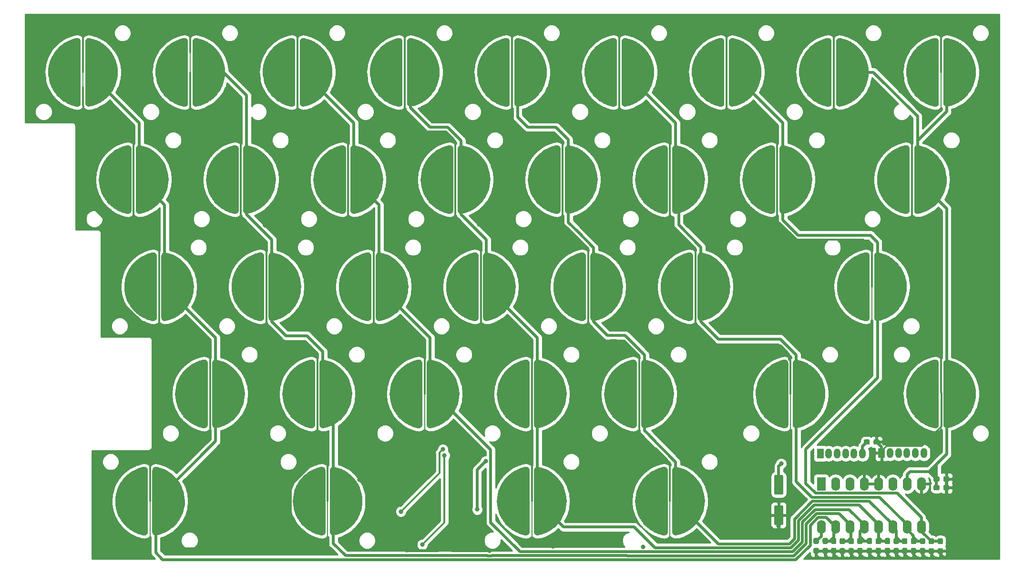
<source format=gbr>
G04 #@! TF.GenerationSoftware,KiCad,Pcbnew,(5.0.2)-1*
G04 #@! TF.CreationDate,2020-05-18T11:18:00+09:00*
G04 #@! TF.ProjectId,eckeyboard,65636b65-7962-46f6-9172-642e6b696361,rev?*
G04 #@! TF.SameCoordinates,Original*
G04 #@! TF.FileFunction,Copper,L1,Top*
G04 #@! TF.FilePolarity,Positive*
%FSLAX46Y46*%
G04 Gerber Fmt 4.6, Leading zero omitted, Abs format (unit mm)*
G04 Created by KiCad (PCBNEW (5.0.2)-1) date 2020/05/18 11:18:00*
%MOMM*%
%LPD*%
G01*
G04 APERTURE LIST*
G04 #@! TA.AperFunction,ComponentPad*
%ADD10C,1.000000*%
G04 #@! TD*
G04 #@! TA.AperFunction,ViaPad*
%ADD11C,1.000000*%
G04 #@! TD*
G04 #@! TA.AperFunction,Conductor*
%ADD12C,0.100000*%
G04 #@! TD*
G04 #@! TA.AperFunction,Conductor*
%ADD13R,0.250000X14.000000*%
G04 #@! TD*
G04 #@! TA.AperFunction,SMDPad,CuDef*
%ADD14C,1.600000*%
G04 #@! TD*
G04 #@! TA.AperFunction,ComponentPad*
%ADD15O,1.200000X1.800000*%
G04 #@! TD*
G04 #@! TA.AperFunction,ComponentPad*
%ADD16R,1.200000X1.800000*%
G04 #@! TD*
G04 #@! TA.AperFunction,ComponentPad*
%ADD17R,1.600000X2.400000*%
G04 #@! TD*
G04 #@! TA.AperFunction,ComponentPad*
%ADD18O,1.600000X2.400000*%
G04 #@! TD*
G04 #@! TA.AperFunction,SMDPad,CuDef*
%ADD19C,0.950000*%
G04 #@! TD*
G04 #@! TA.AperFunction,ViaPad*
%ADD20C,0.800000*%
G04 #@! TD*
G04 #@! TA.AperFunction,Conductor*
%ADD21C,0.500000*%
G04 #@! TD*
G04 #@! TA.AperFunction,Conductor*
%ADD22C,0.300000*%
G04 #@! TD*
G04 #@! TA.AperFunction,Conductor*
%ADD23C,0.254000*%
G04 #@! TD*
G04 APERTURE END LIST*
D10*
G04 #@! TO.P,TP31,2*
G04 #@! TO.N,/ROW2*
X227184000Y-88100000D03*
G04 #@! TO.P,TP31,1*
G04 #@! TO.N,/COL6*
X229200000Y-88100000D03*
D11*
G04 #@! TD*
G04 #@! TO.N,/ROW2*
G04 #@! TO.C,TP31*
X227200000Y-88100000D03*
D12*
G04 #@! TO.N,/ROW2*
G04 #@! TO.C,TP31*
G36*
X227206511Y-82000145D02*
X227208850Y-82000065D01*
X227235776Y-82001781D01*
X227262717Y-82003287D01*
X227265030Y-82003645D01*
X227267351Y-82003793D01*
X227293929Y-82008119D01*
X227320647Y-82012255D01*
X227322908Y-82012835D01*
X227325209Y-82013210D01*
X227351258Y-82020115D01*
X227377425Y-82026833D01*
X227379622Y-82027633D01*
X227381872Y-82028229D01*
X227407124Y-82037643D01*
X227432509Y-82046882D01*
X227434613Y-82047890D01*
X227436799Y-82048705D01*
X227461021Y-82060543D01*
X227485375Y-82072211D01*
X227487374Y-82073422D01*
X227489466Y-82074444D01*
X227512384Y-82088568D01*
X227535516Y-82102577D01*
X227537388Y-82103978D01*
X227539370Y-82105199D01*
X227560795Y-82121488D01*
X227582454Y-82137692D01*
X227584182Y-82139270D01*
X227586034Y-82140678D01*
X227605769Y-82158981D01*
X227625742Y-82177219D01*
X227627306Y-82178956D01*
X227629014Y-82180540D01*
X227646859Y-82200672D01*
X227664967Y-82220782D01*
X227666358Y-82222669D01*
X227667898Y-82224406D01*
X227683678Y-82246161D01*
X227699753Y-82267965D01*
X227700951Y-82269975D01*
X227702317Y-82271858D01*
X227715897Y-82295047D01*
X227729769Y-82318317D01*
X227730767Y-82320439D01*
X227731940Y-82322441D01*
X227743176Y-82346809D01*
X227754728Y-82371358D01*
X227755515Y-82373568D01*
X227756486Y-82375674D01*
X227765316Y-82401092D01*
X227774392Y-82426581D01*
X227774956Y-82428842D01*
X227775722Y-82431048D01*
X227782038Y-82457248D01*
X227788573Y-82483459D01*
X227788915Y-82485775D01*
X227789460Y-82488036D01*
X227793189Y-82514717D01*
X227797136Y-82541450D01*
X227797250Y-82543779D01*
X227797573Y-82546091D01*
X227798679Y-82573002D01*
X227800000Y-82600000D01*
X227800000Y-93600000D01*
X227799942Y-93608377D01*
X227796261Y-93666881D01*
X227786889Y-93724747D01*
X227771914Y-93781422D01*
X227751481Y-93836365D01*
X227725784Y-93889052D01*
X227695068Y-93938980D01*
X227659627Y-93985673D01*
X227619798Y-94028684D01*
X227575962Y-94067603D01*
X227528538Y-94102059D01*
X227477978Y-94131722D01*
X227424764Y-94156310D01*
X227369405Y-94175588D01*
X227312429Y-94189372D01*
X227254380Y-94197531D01*
X227195811Y-94199985D01*
X227137283Y-94196713D01*
X227079353Y-94187745D01*
X227046265Y-94179250D01*
X227027061Y-94177368D01*
X226969556Y-94165988D01*
X226439612Y-94033905D01*
X226431497Y-94031822D01*
X226407540Y-94024225D01*
X226383494Y-94016967D01*
X225868967Y-93833802D01*
X225861094Y-93830938D01*
X225837969Y-93821029D01*
X225814767Y-93811468D01*
X225320570Y-93578967D01*
X225313014Y-93575348D01*
X225290950Y-93563221D01*
X225268810Y-93551451D01*
X224799659Y-93271835D01*
X224792493Y-93267496D01*
X224771729Y-93253281D01*
X224750830Y-93239399D01*
X224311204Y-92915336D01*
X224304496Y-92910319D01*
X224285208Y-92894137D01*
X224265774Y-92878290D01*
X223859870Y-92512875D01*
X223853683Y-92507227D01*
X223836053Y-92489226D01*
X223818273Y-92471573D01*
X223449963Y-92068293D01*
X223444356Y-92062068D01*
X223428575Y-92042444D01*
X223412592Y-92023127D01*
X223085395Y-91585830D01*
X223080423Y-91579088D01*
X223066644Y-91558035D01*
X223052612Y-91537236D01*
X222769648Y-91070096D01*
X222765357Y-91062901D01*
X222753700Y-91040607D01*
X222741762Y-91018533D01*
X222505734Y-90526011D01*
X222502166Y-90518432D01*
X222492733Y-90495090D01*
X222483014Y-90471974D01*
X222296173Y-89958771D01*
X222293362Y-89950879D01*
X222286252Y-89926731D01*
X222278834Y-89902773D01*
X222142966Y-89373786D01*
X222140938Y-89365658D01*
X222136219Y-89340931D01*
X222131174Y-89316364D01*
X222047574Y-88776644D01*
X222046349Y-88768357D01*
X222044068Y-88743316D01*
X222041441Y-88718346D01*
X222010907Y-88173043D01*
X222010497Y-88164676D01*
X222010671Y-88139499D01*
X222010493Y-88114424D01*
X222033318Y-87568745D01*
X222033726Y-87560378D01*
X222036356Y-87535338D01*
X222038626Y-87510366D01*
X222114591Y-86969517D01*
X222115814Y-86961229D01*
X222120868Y-86936598D01*
X222125570Y-86911936D01*
X222253949Y-86381081D01*
X222255975Y-86372953D01*
X222263407Y-86348937D01*
X222270495Y-86324845D01*
X222450064Y-85809052D01*
X222452873Y-85801160D01*
X222462622Y-85777963D01*
X222472019Y-85754698D01*
X222701065Y-85258890D01*
X222704630Y-85251310D01*
X222716602Y-85229164D01*
X222728218Y-85206940D01*
X223004552Y-84735848D01*
X223008841Y-84728651D01*
X223022898Y-84707807D01*
X223036646Y-84686793D01*
X223357632Y-84244916D01*
X223362603Y-84238173D01*
X223378632Y-84218794D01*
X223394359Y-84199230D01*
X223756932Y-83790783D01*
X223762537Y-83784557D01*
X223780401Y-83766814D01*
X223797943Y-83748897D01*
X224198644Y-83377781D01*
X224204830Y-83372132D01*
X224224282Y-83356264D01*
X224243546Y-83340097D01*
X224678548Y-83009856D01*
X224685256Y-83004836D01*
X224706187Y-82990927D01*
X224726913Y-82976733D01*
X225192067Y-82690515D01*
X225199232Y-82686174D01*
X225221468Y-82674349D01*
X225243433Y-82662271D01*
X225734295Y-82422810D01*
X225741849Y-82419189D01*
X225765154Y-82409581D01*
X225788172Y-82399713D01*
X226300058Y-82209294D01*
X226307930Y-82206428D01*
X226332012Y-82199155D01*
X226355934Y-82191564D01*
X226883959Y-82052006D01*
X226892073Y-82049921D01*
X226906725Y-82047019D01*
X226921199Y-82043422D01*
X227083923Y-82011335D01*
X227087298Y-82010694D01*
X227087571Y-82010628D01*
X227087858Y-82010588D01*
X227092153Y-82009772D01*
X227118891Y-82006226D01*
X227145620Y-82002469D01*
X227147956Y-82002371D01*
X227150264Y-82002065D01*
X227177246Y-82001144D01*
X227204189Y-82000015D01*
X227206511Y-82000145D01*
X227206511Y-82000145D01*
G37*
D11*
G04 #@! TO.N,/COL6*
X229200000Y-88100000D03*
D12*
G36*
X229262717Y-82003287D02*
X229320647Y-82012255D01*
X229353735Y-82020750D01*
X229372939Y-82022632D01*
X229430443Y-82034012D01*
X229960388Y-82166095D01*
X229968503Y-82168178D01*
X229992460Y-82175775D01*
X230016506Y-82183033D01*
X230531033Y-82366198D01*
X230538906Y-82369062D01*
X230562031Y-82378971D01*
X230585233Y-82388532D01*
X231079430Y-82621033D01*
X231086986Y-82624652D01*
X231109050Y-82636779D01*
X231131190Y-82648549D01*
X231600341Y-82928165D01*
X231607507Y-82932503D01*
X231628263Y-82946713D01*
X231649170Y-82960601D01*
X232088795Y-83284663D01*
X232095504Y-83289681D01*
X232114767Y-83305842D01*
X232134226Y-83321709D01*
X232540130Y-83687125D01*
X232546317Y-83692773D01*
X232563942Y-83710769D01*
X232581727Y-83728426D01*
X232950037Y-84131707D01*
X232955643Y-84137932D01*
X232971402Y-84157528D01*
X232987408Y-84176873D01*
X233314605Y-84614170D01*
X233319577Y-84620912D01*
X233333356Y-84641965D01*
X233347388Y-84662764D01*
X233630352Y-85129905D01*
X233634643Y-85137100D01*
X233646298Y-85159389D01*
X233658238Y-85181467D01*
X233894266Y-85673989D01*
X233897834Y-85681569D01*
X233907255Y-85704881D01*
X233916986Y-85728025D01*
X234103827Y-86241229D01*
X234106638Y-86249120D01*
X234113745Y-86273260D01*
X234121166Y-86297227D01*
X234257034Y-86826214D01*
X234259062Y-86834343D01*
X234263778Y-86859054D01*
X234268826Y-86883635D01*
X234352426Y-87423356D01*
X234353651Y-87431643D01*
X234355932Y-87456684D01*
X234358559Y-87481654D01*
X234389093Y-88026957D01*
X234389503Y-88035324D01*
X234389329Y-88060501D01*
X234389507Y-88085576D01*
X234366682Y-88631255D01*
X234366274Y-88639623D01*
X234363643Y-88664673D01*
X234361374Y-88689634D01*
X234285409Y-89230483D01*
X234284186Y-89238770D01*
X234279133Y-89263399D01*
X234274430Y-89288064D01*
X234146051Y-89818918D01*
X234144025Y-89827047D01*
X234136593Y-89851063D01*
X234129505Y-89875155D01*
X233949936Y-90390948D01*
X233947127Y-90398840D01*
X233937372Y-90422051D01*
X233927981Y-90445301D01*
X233698936Y-90941110D01*
X233695370Y-90948690D01*
X233683398Y-90970836D01*
X233671782Y-90993060D01*
X233395448Y-91464152D01*
X233391160Y-91471348D01*
X233377074Y-91492235D01*
X233363354Y-91513206D01*
X233042368Y-91955084D01*
X233037397Y-91961827D01*
X233021368Y-91981206D01*
X233005641Y-92000770D01*
X232643068Y-92409216D01*
X232637463Y-92415443D01*
X232619578Y-92433207D01*
X232602057Y-92451102D01*
X232201356Y-92822219D01*
X232195171Y-92827868D01*
X232175663Y-92843781D01*
X232156453Y-92859903D01*
X231721452Y-93190145D01*
X231714744Y-93195164D01*
X231693785Y-93209091D01*
X231673087Y-93223266D01*
X231207934Y-93509485D01*
X231200769Y-93513825D01*
X231178552Y-93525641D01*
X231156568Y-93537729D01*
X230665705Y-93777190D01*
X230658151Y-93780811D01*
X230634872Y-93790408D01*
X230611828Y-93800287D01*
X230099941Y-93990706D01*
X230092070Y-93993573D01*
X230067950Y-94000857D01*
X230044066Y-94008436D01*
X229516040Y-94147994D01*
X229507927Y-94150079D01*
X229493271Y-94152982D01*
X229478800Y-94156578D01*
X229316077Y-94188665D01*
X229312702Y-94189306D01*
X229312429Y-94189372D01*
X229312142Y-94189412D01*
X229307847Y-94190228D01*
X229281109Y-94193774D01*
X229254380Y-94197531D01*
X229252044Y-94197629D01*
X229249736Y-94197935D01*
X229222754Y-94198856D01*
X229195811Y-94199985D01*
X229193489Y-94199855D01*
X229191150Y-94199935D01*
X229164224Y-94198219D01*
X229137283Y-94196713D01*
X229134970Y-94196355D01*
X229132649Y-94196207D01*
X229106071Y-94191881D01*
X229079353Y-94187745D01*
X229077092Y-94187165D01*
X229074791Y-94186790D01*
X229048742Y-94179885D01*
X229022575Y-94173167D01*
X229020378Y-94172367D01*
X229018128Y-94171771D01*
X228992876Y-94162357D01*
X228967491Y-94153118D01*
X228965387Y-94152110D01*
X228963201Y-94151295D01*
X228938907Y-94139423D01*
X228914625Y-94127789D01*
X228912638Y-94126586D01*
X228910533Y-94125557D01*
X228887508Y-94111367D01*
X228864484Y-94097423D01*
X228862617Y-94096026D01*
X228860629Y-94094801D01*
X228839143Y-94078465D01*
X228817546Y-94062308D01*
X228815823Y-94060734D01*
X228813965Y-94059322D01*
X228794166Y-94040960D01*
X228774258Y-94022781D01*
X228772699Y-94021050D01*
X228770985Y-94019460D01*
X228753077Y-93999257D01*
X228735033Y-93979218D01*
X228733647Y-93977338D01*
X228732101Y-93975594D01*
X228716289Y-93953794D01*
X228700247Y-93932035D01*
X228699049Y-93930025D01*
X228697683Y-93928142D01*
X228684077Y-93904909D01*
X228670231Y-93881683D01*
X228669237Y-93879570D01*
X228668059Y-93877559D01*
X228656774Y-93853086D01*
X228645272Y-93828642D01*
X228644488Y-93826441D01*
X228643513Y-93824326D01*
X228634662Y-93798846D01*
X228625608Y-93773419D01*
X228625044Y-93771158D01*
X228624278Y-93768952D01*
X228617962Y-93742752D01*
X228611427Y-93716541D01*
X228611085Y-93714225D01*
X228610540Y-93711964D01*
X228606811Y-93685283D01*
X228602864Y-93658550D01*
X228602750Y-93656221D01*
X228602427Y-93653909D01*
X228601318Y-93626939D01*
X228600000Y-93600000D01*
X228600000Y-82600000D01*
X228600058Y-82591623D01*
X228603739Y-82533119D01*
X228613111Y-82475253D01*
X228628086Y-82418578D01*
X228648519Y-82363635D01*
X228674216Y-82310948D01*
X228704932Y-82261020D01*
X228740373Y-82214327D01*
X228780202Y-82171316D01*
X228824038Y-82132397D01*
X228871462Y-82097941D01*
X228922022Y-82068278D01*
X228975236Y-82043690D01*
X229030595Y-82024412D01*
X229087571Y-82010628D01*
X229145620Y-82002469D01*
X229204189Y-82000015D01*
X229262717Y-82003287D01*
X229262717Y-82003287D01*
G37*
D13*
G04 #@! TO.N,GND*
X228200000Y-88100000D03*
G04 #@! TD*
D10*
G04 #@! TO.P,TP32,2*
G04 #@! TO.N,/ROW3*
X239484000Y-107150000D03*
G04 #@! TO.P,TP32,1*
G04 #@! TO.N,/COL7*
X241500000Y-107150000D03*
D11*
G04 #@! TD*
G04 #@! TO.N,/ROW3*
G04 #@! TO.C,TP32*
X239500000Y-107150000D03*
D12*
G04 #@! TO.N,/ROW3*
G04 #@! TO.C,TP32*
G36*
X239506511Y-101050145D02*
X239508850Y-101050065D01*
X239535776Y-101051781D01*
X239562717Y-101053287D01*
X239565030Y-101053645D01*
X239567351Y-101053793D01*
X239593929Y-101058119D01*
X239620647Y-101062255D01*
X239622908Y-101062835D01*
X239625209Y-101063210D01*
X239651258Y-101070115D01*
X239677425Y-101076833D01*
X239679622Y-101077633D01*
X239681872Y-101078229D01*
X239707124Y-101087643D01*
X239732509Y-101096882D01*
X239734613Y-101097890D01*
X239736799Y-101098705D01*
X239761021Y-101110543D01*
X239785375Y-101122211D01*
X239787374Y-101123422D01*
X239789466Y-101124444D01*
X239812384Y-101138568D01*
X239835516Y-101152577D01*
X239837388Y-101153978D01*
X239839370Y-101155199D01*
X239860795Y-101171488D01*
X239882454Y-101187692D01*
X239884182Y-101189270D01*
X239886034Y-101190678D01*
X239905769Y-101208981D01*
X239925742Y-101227219D01*
X239927306Y-101228956D01*
X239929014Y-101230540D01*
X239946859Y-101250672D01*
X239964967Y-101270782D01*
X239966358Y-101272669D01*
X239967898Y-101274406D01*
X239983678Y-101296161D01*
X239999753Y-101317965D01*
X240000951Y-101319975D01*
X240002317Y-101321858D01*
X240015897Y-101345047D01*
X240029769Y-101368317D01*
X240030767Y-101370439D01*
X240031940Y-101372441D01*
X240043176Y-101396809D01*
X240054728Y-101421358D01*
X240055515Y-101423568D01*
X240056486Y-101425674D01*
X240065316Y-101451092D01*
X240074392Y-101476581D01*
X240074956Y-101478842D01*
X240075722Y-101481048D01*
X240082038Y-101507248D01*
X240088573Y-101533459D01*
X240088915Y-101535775D01*
X240089460Y-101538036D01*
X240093189Y-101564717D01*
X240097136Y-101591450D01*
X240097250Y-101593779D01*
X240097573Y-101596091D01*
X240098679Y-101623002D01*
X240100000Y-101650000D01*
X240100000Y-112650000D01*
X240099942Y-112658377D01*
X240096261Y-112716881D01*
X240086889Y-112774747D01*
X240071914Y-112831422D01*
X240051481Y-112886365D01*
X240025784Y-112939052D01*
X239995068Y-112988980D01*
X239959627Y-113035673D01*
X239919798Y-113078684D01*
X239875962Y-113117603D01*
X239828538Y-113152059D01*
X239777978Y-113181722D01*
X239724764Y-113206310D01*
X239669405Y-113225588D01*
X239612429Y-113239372D01*
X239554380Y-113247531D01*
X239495811Y-113249985D01*
X239437283Y-113246713D01*
X239379353Y-113237745D01*
X239346265Y-113229250D01*
X239327061Y-113227368D01*
X239269556Y-113215988D01*
X238739612Y-113083905D01*
X238731497Y-113081822D01*
X238707540Y-113074225D01*
X238683494Y-113066967D01*
X238168967Y-112883802D01*
X238161094Y-112880938D01*
X238137969Y-112871029D01*
X238114767Y-112861468D01*
X237620570Y-112628967D01*
X237613014Y-112625348D01*
X237590950Y-112613221D01*
X237568810Y-112601451D01*
X237099659Y-112321835D01*
X237092493Y-112317496D01*
X237071729Y-112303281D01*
X237050830Y-112289399D01*
X236611204Y-111965336D01*
X236604496Y-111960319D01*
X236585208Y-111944137D01*
X236565774Y-111928290D01*
X236159870Y-111562875D01*
X236153683Y-111557227D01*
X236136053Y-111539226D01*
X236118273Y-111521573D01*
X235749963Y-111118293D01*
X235744356Y-111112068D01*
X235728575Y-111092444D01*
X235712592Y-111073127D01*
X235385395Y-110635830D01*
X235380423Y-110629088D01*
X235366644Y-110608035D01*
X235352612Y-110587236D01*
X235069648Y-110120096D01*
X235065357Y-110112901D01*
X235053700Y-110090607D01*
X235041762Y-110068533D01*
X234805734Y-109576011D01*
X234802166Y-109568432D01*
X234792733Y-109545090D01*
X234783014Y-109521974D01*
X234596173Y-109008771D01*
X234593362Y-109000879D01*
X234586252Y-108976731D01*
X234578834Y-108952773D01*
X234442966Y-108423786D01*
X234440938Y-108415658D01*
X234436219Y-108390931D01*
X234431174Y-108366364D01*
X234347574Y-107826644D01*
X234346349Y-107818357D01*
X234344068Y-107793316D01*
X234341441Y-107768346D01*
X234310907Y-107223043D01*
X234310497Y-107214676D01*
X234310671Y-107189499D01*
X234310493Y-107164424D01*
X234333318Y-106618745D01*
X234333726Y-106610378D01*
X234336356Y-106585338D01*
X234338626Y-106560366D01*
X234414591Y-106019517D01*
X234415814Y-106011229D01*
X234420868Y-105986598D01*
X234425570Y-105961936D01*
X234553949Y-105431081D01*
X234555975Y-105422953D01*
X234563407Y-105398937D01*
X234570495Y-105374845D01*
X234750064Y-104859052D01*
X234752873Y-104851160D01*
X234762622Y-104827963D01*
X234772019Y-104804698D01*
X235001065Y-104308890D01*
X235004630Y-104301310D01*
X235016602Y-104279164D01*
X235028218Y-104256940D01*
X235304552Y-103785848D01*
X235308841Y-103778651D01*
X235322898Y-103757807D01*
X235336646Y-103736793D01*
X235657632Y-103294916D01*
X235662603Y-103288173D01*
X235678632Y-103268794D01*
X235694359Y-103249230D01*
X236056932Y-102840783D01*
X236062537Y-102834557D01*
X236080401Y-102816814D01*
X236097943Y-102798897D01*
X236498644Y-102427781D01*
X236504830Y-102422132D01*
X236524282Y-102406264D01*
X236543546Y-102390097D01*
X236978548Y-102059856D01*
X236985256Y-102054836D01*
X237006187Y-102040927D01*
X237026913Y-102026733D01*
X237492067Y-101740515D01*
X237499232Y-101736174D01*
X237521468Y-101724349D01*
X237543433Y-101712271D01*
X238034295Y-101472810D01*
X238041849Y-101469189D01*
X238065154Y-101459581D01*
X238088172Y-101449713D01*
X238600058Y-101259294D01*
X238607930Y-101256428D01*
X238632012Y-101249155D01*
X238655934Y-101241564D01*
X239183959Y-101102006D01*
X239192073Y-101099921D01*
X239206725Y-101097019D01*
X239221199Y-101093422D01*
X239383923Y-101061335D01*
X239387298Y-101060694D01*
X239387571Y-101060628D01*
X239387858Y-101060588D01*
X239392153Y-101059772D01*
X239418891Y-101056226D01*
X239445620Y-101052469D01*
X239447956Y-101052371D01*
X239450264Y-101052065D01*
X239477246Y-101051144D01*
X239504189Y-101050015D01*
X239506511Y-101050145D01*
X239506511Y-101050145D01*
G37*
D11*
G04 #@! TO.N,/COL7*
X241500000Y-107150000D03*
D12*
G36*
X241562717Y-101053287D02*
X241620647Y-101062255D01*
X241653735Y-101070750D01*
X241672939Y-101072632D01*
X241730443Y-101084012D01*
X242260388Y-101216095D01*
X242268503Y-101218178D01*
X242292460Y-101225775D01*
X242316506Y-101233033D01*
X242831033Y-101416198D01*
X242838906Y-101419062D01*
X242862031Y-101428971D01*
X242885233Y-101438532D01*
X243379430Y-101671033D01*
X243386986Y-101674652D01*
X243409050Y-101686779D01*
X243431190Y-101698549D01*
X243900341Y-101978165D01*
X243907507Y-101982503D01*
X243928263Y-101996713D01*
X243949170Y-102010601D01*
X244388795Y-102334663D01*
X244395504Y-102339681D01*
X244414767Y-102355842D01*
X244434226Y-102371709D01*
X244840130Y-102737125D01*
X244846317Y-102742773D01*
X244863942Y-102760769D01*
X244881727Y-102778426D01*
X245250037Y-103181707D01*
X245255643Y-103187932D01*
X245271402Y-103207528D01*
X245287408Y-103226873D01*
X245614605Y-103664170D01*
X245619577Y-103670912D01*
X245633356Y-103691965D01*
X245647388Y-103712764D01*
X245930352Y-104179905D01*
X245934643Y-104187100D01*
X245946298Y-104209389D01*
X245958238Y-104231467D01*
X246194266Y-104723989D01*
X246197834Y-104731569D01*
X246207255Y-104754881D01*
X246216986Y-104778025D01*
X246403827Y-105291229D01*
X246406638Y-105299120D01*
X246413745Y-105323260D01*
X246421166Y-105347227D01*
X246557034Y-105876214D01*
X246559062Y-105884343D01*
X246563778Y-105909054D01*
X246568826Y-105933635D01*
X246652426Y-106473356D01*
X246653651Y-106481643D01*
X246655932Y-106506684D01*
X246658559Y-106531654D01*
X246689093Y-107076957D01*
X246689503Y-107085324D01*
X246689329Y-107110501D01*
X246689507Y-107135576D01*
X246666682Y-107681255D01*
X246666274Y-107689623D01*
X246663643Y-107714673D01*
X246661374Y-107739634D01*
X246585409Y-108280483D01*
X246584186Y-108288770D01*
X246579133Y-108313399D01*
X246574430Y-108338064D01*
X246446051Y-108868918D01*
X246444025Y-108877047D01*
X246436593Y-108901063D01*
X246429505Y-108925155D01*
X246249936Y-109440948D01*
X246247127Y-109448840D01*
X246237372Y-109472051D01*
X246227981Y-109495301D01*
X245998936Y-109991110D01*
X245995370Y-109998690D01*
X245983398Y-110020836D01*
X245971782Y-110043060D01*
X245695448Y-110514152D01*
X245691160Y-110521348D01*
X245677074Y-110542235D01*
X245663354Y-110563206D01*
X245342368Y-111005084D01*
X245337397Y-111011827D01*
X245321368Y-111031206D01*
X245305641Y-111050770D01*
X244943068Y-111459216D01*
X244937463Y-111465443D01*
X244919578Y-111483207D01*
X244902057Y-111501102D01*
X244501356Y-111872219D01*
X244495171Y-111877868D01*
X244475663Y-111893781D01*
X244456453Y-111909903D01*
X244021452Y-112240145D01*
X244014744Y-112245164D01*
X243993785Y-112259091D01*
X243973087Y-112273266D01*
X243507934Y-112559485D01*
X243500769Y-112563825D01*
X243478552Y-112575641D01*
X243456568Y-112587729D01*
X242965705Y-112827190D01*
X242958151Y-112830811D01*
X242934872Y-112840408D01*
X242911828Y-112850287D01*
X242399941Y-113040706D01*
X242392070Y-113043573D01*
X242367950Y-113050857D01*
X242344066Y-113058436D01*
X241816040Y-113197994D01*
X241807927Y-113200079D01*
X241793271Y-113202982D01*
X241778800Y-113206578D01*
X241616077Y-113238665D01*
X241612702Y-113239306D01*
X241612429Y-113239372D01*
X241612142Y-113239412D01*
X241607847Y-113240228D01*
X241581109Y-113243774D01*
X241554380Y-113247531D01*
X241552044Y-113247629D01*
X241549736Y-113247935D01*
X241522754Y-113248856D01*
X241495811Y-113249985D01*
X241493489Y-113249855D01*
X241491150Y-113249935D01*
X241464224Y-113248219D01*
X241437283Y-113246713D01*
X241434970Y-113246355D01*
X241432649Y-113246207D01*
X241406071Y-113241881D01*
X241379353Y-113237745D01*
X241377092Y-113237165D01*
X241374791Y-113236790D01*
X241348742Y-113229885D01*
X241322575Y-113223167D01*
X241320378Y-113222367D01*
X241318128Y-113221771D01*
X241292876Y-113212357D01*
X241267491Y-113203118D01*
X241265387Y-113202110D01*
X241263201Y-113201295D01*
X241238907Y-113189423D01*
X241214625Y-113177789D01*
X241212638Y-113176586D01*
X241210533Y-113175557D01*
X241187508Y-113161367D01*
X241164484Y-113147423D01*
X241162617Y-113146026D01*
X241160629Y-113144801D01*
X241139143Y-113128465D01*
X241117546Y-113112308D01*
X241115823Y-113110734D01*
X241113965Y-113109322D01*
X241094166Y-113090960D01*
X241074258Y-113072781D01*
X241072699Y-113071050D01*
X241070985Y-113069460D01*
X241053077Y-113049257D01*
X241035033Y-113029218D01*
X241033647Y-113027338D01*
X241032101Y-113025594D01*
X241016289Y-113003794D01*
X241000247Y-112982035D01*
X240999049Y-112980025D01*
X240997683Y-112978142D01*
X240984077Y-112954909D01*
X240970231Y-112931683D01*
X240969237Y-112929570D01*
X240968059Y-112927559D01*
X240956774Y-112903086D01*
X240945272Y-112878642D01*
X240944488Y-112876441D01*
X240943513Y-112874326D01*
X240934662Y-112848846D01*
X240925608Y-112823419D01*
X240925044Y-112821158D01*
X240924278Y-112818952D01*
X240917962Y-112792752D01*
X240911427Y-112766541D01*
X240911085Y-112764225D01*
X240910540Y-112761964D01*
X240906811Y-112735283D01*
X240902864Y-112708550D01*
X240902750Y-112706221D01*
X240902427Y-112703909D01*
X240901318Y-112676939D01*
X240900000Y-112650000D01*
X240900000Y-101650000D01*
X240900058Y-101641623D01*
X240903739Y-101583119D01*
X240913111Y-101525253D01*
X240928086Y-101468578D01*
X240948519Y-101413635D01*
X240974216Y-101360948D01*
X241004932Y-101311020D01*
X241040373Y-101264327D01*
X241080202Y-101221316D01*
X241124038Y-101182397D01*
X241171462Y-101147941D01*
X241222022Y-101118278D01*
X241275236Y-101093690D01*
X241330595Y-101074412D01*
X241387571Y-101060628D01*
X241445620Y-101052469D01*
X241504189Y-101050015D01*
X241562717Y-101053287D01*
X241562717Y-101053287D01*
G37*
D13*
G04 #@! TO.N,GND*
X240500000Y-107150000D03*
G04 #@! TD*
D10*
G04 #@! TO.P,TP13,2*
G04 #@! TO.N,/ROW4*
X130534000Y-126200000D03*
G04 #@! TO.P,TP13,1*
G04 #@! TO.N,/COL1*
X132550000Y-126200000D03*
D11*
G04 #@! TD*
G04 #@! TO.N,/ROW4*
G04 #@! TO.C,TP13*
X130550000Y-126200000D03*
D12*
G04 #@! TO.N,/ROW4*
G04 #@! TO.C,TP13*
G36*
X130556511Y-120100145D02*
X130558850Y-120100065D01*
X130585776Y-120101781D01*
X130612717Y-120103287D01*
X130615030Y-120103645D01*
X130617351Y-120103793D01*
X130643929Y-120108119D01*
X130670647Y-120112255D01*
X130672908Y-120112835D01*
X130675209Y-120113210D01*
X130701258Y-120120115D01*
X130727425Y-120126833D01*
X130729622Y-120127633D01*
X130731872Y-120128229D01*
X130757124Y-120137643D01*
X130782509Y-120146882D01*
X130784613Y-120147890D01*
X130786799Y-120148705D01*
X130811021Y-120160543D01*
X130835375Y-120172211D01*
X130837374Y-120173422D01*
X130839466Y-120174444D01*
X130862384Y-120188568D01*
X130885516Y-120202577D01*
X130887388Y-120203978D01*
X130889370Y-120205199D01*
X130910795Y-120221488D01*
X130932454Y-120237692D01*
X130934182Y-120239270D01*
X130936034Y-120240678D01*
X130955769Y-120258981D01*
X130975742Y-120277219D01*
X130977306Y-120278956D01*
X130979014Y-120280540D01*
X130996859Y-120300672D01*
X131014967Y-120320782D01*
X131016358Y-120322669D01*
X131017898Y-120324406D01*
X131033678Y-120346161D01*
X131049753Y-120367965D01*
X131050951Y-120369975D01*
X131052317Y-120371858D01*
X131065897Y-120395047D01*
X131079769Y-120418317D01*
X131080767Y-120420439D01*
X131081940Y-120422441D01*
X131093176Y-120446809D01*
X131104728Y-120471358D01*
X131105515Y-120473568D01*
X131106486Y-120475674D01*
X131115316Y-120501092D01*
X131124392Y-120526581D01*
X131124956Y-120528842D01*
X131125722Y-120531048D01*
X131132038Y-120557248D01*
X131138573Y-120583459D01*
X131138915Y-120585775D01*
X131139460Y-120588036D01*
X131143189Y-120614717D01*
X131147136Y-120641450D01*
X131147250Y-120643779D01*
X131147573Y-120646091D01*
X131148679Y-120673002D01*
X131150000Y-120700000D01*
X131150000Y-131700000D01*
X131149942Y-131708377D01*
X131146261Y-131766881D01*
X131136889Y-131824747D01*
X131121914Y-131881422D01*
X131101481Y-131936365D01*
X131075784Y-131989052D01*
X131045068Y-132038980D01*
X131009627Y-132085673D01*
X130969798Y-132128684D01*
X130925962Y-132167603D01*
X130878538Y-132202059D01*
X130827978Y-132231722D01*
X130774764Y-132256310D01*
X130719405Y-132275588D01*
X130662429Y-132289372D01*
X130604380Y-132297531D01*
X130545811Y-132299985D01*
X130487283Y-132296713D01*
X130429353Y-132287745D01*
X130396265Y-132279250D01*
X130377061Y-132277368D01*
X130319556Y-132265988D01*
X129789612Y-132133905D01*
X129781497Y-132131822D01*
X129757540Y-132124225D01*
X129733494Y-132116967D01*
X129218967Y-131933802D01*
X129211094Y-131930938D01*
X129187969Y-131921029D01*
X129164767Y-131911468D01*
X128670570Y-131678967D01*
X128663014Y-131675348D01*
X128640950Y-131663221D01*
X128618810Y-131651451D01*
X128149659Y-131371835D01*
X128142493Y-131367496D01*
X128121729Y-131353281D01*
X128100830Y-131339399D01*
X127661204Y-131015336D01*
X127654496Y-131010319D01*
X127635208Y-130994137D01*
X127615774Y-130978290D01*
X127209870Y-130612875D01*
X127203683Y-130607227D01*
X127186053Y-130589226D01*
X127168273Y-130571573D01*
X126799963Y-130168293D01*
X126794356Y-130162068D01*
X126778575Y-130142444D01*
X126762592Y-130123127D01*
X126435395Y-129685830D01*
X126430423Y-129679088D01*
X126416644Y-129658035D01*
X126402612Y-129637236D01*
X126119648Y-129170096D01*
X126115357Y-129162901D01*
X126103700Y-129140607D01*
X126091762Y-129118533D01*
X125855734Y-128626011D01*
X125852166Y-128618432D01*
X125842733Y-128595090D01*
X125833014Y-128571974D01*
X125646173Y-128058771D01*
X125643362Y-128050879D01*
X125636252Y-128026731D01*
X125628834Y-128002773D01*
X125492966Y-127473786D01*
X125490938Y-127465658D01*
X125486219Y-127440931D01*
X125481174Y-127416364D01*
X125397574Y-126876644D01*
X125396349Y-126868357D01*
X125394068Y-126843316D01*
X125391441Y-126818346D01*
X125360907Y-126273043D01*
X125360497Y-126264676D01*
X125360671Y-126239499D01*
X125360493Y-126214424D01*
X125383318Y-125668745D01*
X125383726Y-125660378D01*
X125386356Y-125635338D01*
X125388626Y-125610366D01*
X125464591Y-125069517D01*
X125465814Y-125061229D01*
X125470868Y-125036598D01*
X125475570Y-125011936D01*
X125603949Y-124481081D01*
X125605975Y-124472953D01*
X125613407Y-124448937D01*
X125620495Y-124424845D01*
X125800064Y-123909052D01*
X125802873Y-123901160D01*
X125812622Y-123877963D01*
X125822019Y-123854698D01*
X126051065Y-123358890D01*
X126054630Y-123351310D01*
X126066602Y-123329164D01*
X126078218Y-123306940D01*
X126354552Y-122835848D01*
X126358841Y-122828651D01*
X126372898Y-122807807D01*
X126386646Y-122786793D01*
X126707632Y-122344916D01*
X126712603Y-122338173D01*
X126728632Y-122318794D01*
X126744359Y-122299230D01*
X127106932Y-121890783D01*
X127112537Y-121884557D01*
X127130401Y-121866814D01*
X127147943Y-121848897D01*
X127548644Y-121477781D01*
X127554830Y-121472132D01*
X127574282Y-121456264D01*
X127593546Y-121440097D01*
X128028548Y-121109856D01*
X128035256Y-121104836D01*
X128056187Y-121090927D01*
X128076913Y-121076733D01*
X128542067Y-120790515D01*
X128549232Y-120786174D01*
X128571468Y-120774349D01*
X128593433Y-120762271D01*
X129084295Y-120522810D01*
X129091849Y-120519189D01*
X129115154Y-120509581D01*
X129138172Y-120499713D01*
X129650058Y-120309294D01*
X129657930Y-120306428D01*
X129682012Y-120299155D01*
X129705934Y-120291564D01*
X130233959Y-120152006D01*
X130242073Y-120149921D01*
X130256725Y-120147019D01*
X130271199Y-120143422D01*
X130433923Y-120111335D01*
X130437298Y-120110694D01*
X130437571Y-120110628D01*
X130437858Y-120110588D01*
X130442153Y-120109772D01*
X130468891Y-120106226D01*
X130495620Y-120102469D01*
X130497956Y-120102371D01*
X130500264Y-120102065D01*
X130527246Y-120101144D01*
X130554189Y-120100015D01*
X130556511Y-120100145D01*
X130556511Y-120100145D01*
G37*
D11*
G04 #@! TO.N,/COL1*
X132550000Y-126200000D03*
D12*
G36*
X132612717Y-120103287D02*
X132670647Y-120112255D01*
X132703735Y-120120750D01*
X132722939Y-120122632D01*
X132780443Y-120134012D01*
X133310388Y-120266095D01*
X133318503Y-120268178D01*
X133342460Y-120275775D01*
X133366506Y-120283033D01*
X133881033Y-120466198D01*
X133888906Y-120469062D01*
X133912031Y-120478971D01*
X133935233Y-120488532D01*
X134429430Y-120721033D01*
X134436986Y-120724652D01*
X134459050Y-120736779D01*
X134481190Y-120748549D01*
X134950341Y-121028165D01*
X134957507Y-121032503D01*
X134978263Y-121046713D01*
X134999170Y-121060601D01*
X135438795Y-121384663D01*
X135445504Y-121389681D01*
X135464767Y-121405842D01*
X135484226Y-121421709D01*
X135890130Y-121787125D01*
X135896317Y-121792773D01*
X135913942Y-121810769D01*
X135931727Y-121828426D01*
X136300037Y-122231707D01*
X136305643Y-122237932D01*
X136321402Y-122257528D01*
X136337408Y-122276873D01*
X136664605Y-122714170D01*
X136669577Y-122720912D01*
X136683356Y-122741965D01*
X136697388Y-122762764D01*
X136980352Y-123229905D01*
X136984643Y-123237100D01*
X136996298Y-123259389D01*
X137008238Y-123281467D01*
X137244266Y-123773989D01*
X137247834Y-123781569D01*
X137257255Y-123804881D01*
X137266986Y-123828025D01*
X137453827Y-124341229D01*
X137456638Y-124349120D01*
X137463745Y-124373260D01*
X137471166Y-124397227D01*
X137607034Y-124926214D01*
X137609062Y-124934343D01*
X137613778Y-124959054D01*
X137618826Y-124983635D01*
X137702426Y-125523356D01*
X137703651Y-125531643D01*
X137705932Y-125556684D01*
X137708559Y-125581654D01*
X137739093Y-126126957D01*
X137739503Y-126135324D01*
X137739329Y-126160501D01*
X137739507Y-126185576D01*
X137716682Y-126731255D01*
X137716274Y-126739623D01*
X137713643Y-126764673D01*
X137711374Y-126789634D01*
X137635409Y-127330483D01*
X137634186Y-127338770D01*
X137629133Y-127363399D01*
X137624430Y-127388064D01*
X137496051Y-127918918D01*
X137494025Y-127927047D01*
X137486593Y-127951063D01*
X137479505Y-127975155D01*
X137299936Y-128490948D01*
X137297127Y-128498840D01*
X137287372Y-128522051D01*
X137277981Y-128545301D01*
X137048936Y-129041110D01*
X137045370Y-129048690D01*
X137033398Y-129070836D01*
X137021782Y-129093060D01*
X136745448Y-129564152D01*
X136741160Y-129571348D01*
X136727074Y-129592235D01*
X136713354Y-129613206D01*
X136392368Y-130055084D01*
X136387397Y-130061827D01*
X136371368Y-130081206D01*
X136355641Y-130100770D01*
X135993068Y-130509216D01*
X135987463Y-130515443D01*
X135969578Y-130533207D01*
X135952057Y-130551102D01*
X135551356Y-130922219D01*
X135545171Y-130927868D01*
X135525663Y-130943781D01*
X135506453Y-130959903D01*
X135071452Y-131290145D01*
X135064744Y-131295164D01*
X135043785Y-131309091D01*
X135023087Y-131323266D01*
X134557934Y-131609485D01*
X134550769Y-131613825D01*
X134528552Y-131625641D01*
X134506568Y-131637729D01*
X134015705Y-131877190D01*
X134008151Y-131880811D01*
X133984872Y-131890408D01*
X133961828Y-131900287D01*
X133449941Y-132090706D01*
X133442070Y-132093573D01*
X133417950Y-132100857D01*
X133394066Y-132108436D01*
X132866040Y-132247994D01*
X132857927Y-132250079D01*
X132843271Y-132252982D01*
X132828800Y-132256578D01*
X132666077Y-132288665D01*
X132662702Y-132289306D01*
X132662429Y-132289372D01*
X132662142Y-132289412D01*
X132657847Y-132290228D01*
X132631109Y-132293774D01*
X132604380Y-132297531D01*
X132602044Y-132297629D01*
X132599736Y-132297935D01*
X132572754Y-132298856D01*
X132545811Y-132299985D01*
X132543489Y-132299855D01*
X132541150Y-132299935D01*
X132514224Y-132298219D01*
X132487283Y-132296713D01*
X132484970Y-132296355D01*
X132482649Y-132296207D01*
X132456071Y-132291881D01*
X132429353Y-132287745D01*
X132427092Y-132287165D01*
X132424791Y-132286790D01*
X132398742Y-132279885D01*
X132372575Y-132273167D01*
X132370378Y-132272367D01*
X132368128Y-132271771D01*
X132342876Y-132262357D01*
X132317491Y-132253118D01*
X132315387Y-132252110D01*
X132313201Y-132251295D01*
X132288907Y-132239423D01*
X132264625Y-132227789D01*
X132262638Y-132226586D01*
X132260533Y-132225557D01*
X132237508Y-132211367D01*
X132214484Y-132197423D01*
X132212617Y-132196026D01*
X132210629Y-132194801D01*
X132189143Y-132178465D01*
X132167546Y-132162308D01*
X132165823Y-132160734D01*
X132163965Y-132159322D01*
X132144166Y-132140960D01*
X132124258Y-132122781D01*
X132122699Y-132121050D01*
X132120985Y-132119460D01*
X132103077Y-132099257D01*
X132085033Y-132079218D01*
X132083647Y-132077338D01*
X132082101Y-132075594D01*
X132066289Y-132053794D01*
X132050247Y-132032035D01*
X132049049Y-132030025D01*
X132047683Y-132028142D01*
X132034077Y-132004909D01*
X132020231Y-131981683D01*
X132019237Y-131979570D01*
X132018059Y-131977559D01*
X132006774Y-131953086D01*
X131995272Y-131928642D01*
X131994488Y-131926441D01*
X131993513Y-131924326D01*
X131984662Y-131898846D01*
X131975608Y-131873419D01*
X131975044Y-131871158D01*
X131974278Y-131868952D01*
X131967962Y-131842752D01*
X131961427Y-131816541D01*
X131961085Y-131814225D01*
X131960540Y-131811964D01*
X131956811Y-131785283D01*
X131952864Y-131758550D01*
X131952750Y-131756221D01*
X131952427Y-131753909D01*
X131951318Y-131726939D01*
X131950000Y-131700000D01*
X131950000Y-120700000D01*
X131950058Y-120691623D01*
X131953739Y-120633119D01*
X131963111Y-120575253D01*
X131978086Y-120518578D01*
X131998519Y-120463635D01*
X132024216Y-120410948D01*
X132054932Y-120361020D01*
X132090373Y-120314327D01*
X132130202Y-120271316D01*
X132174038Y-120232397D01*
X132221462Y-120197941D01*
X132272022Y-120168278D01*
X132325236Y-120143690D01*
X132380595Y-120124412D01*
X132437571Y-120110628D01*
X132495620Y-120102469D01*
X132554189Y-120100015D01*
X132612717Y-120103287D01*
X132612717Y-120103287D01*
G37*
D13*
G04 #@! TO.N,GND*
X131550000Y-126200000D03*
G04 #@! TD*
D10*
G04 #@! TO.P,TP11,2*
G04 #@! TO.N,/ROW4*
X98984000Y-126200000D03*
G04 #@! TO.P,TP11,1*
G04 #@! TO.N,/COL0*
X101000000Y-126200000D03*
D11*
G04 #@! TD*
G04 #@! TO.N,/ROW4*
G04 #@! TO.C,TP11*
X99000000Y-126200000D03*
D12*
G04 #@! TO.N,/ROW4*
G04 #@! TO.C,TP11*
G36*
X99006511Y-120100145D02*
X99008850Y-120100065D01*
X99035776Y-120101781D01*
X99062717Y-120103287D01*
X99065030Y-120103645D01*
X99067351Y-120103793D01*
X99093929Y-120108119D01*
X99120647Y-120112255D01*
X99122908Y-120112835D01*
X99125209Y-120113210D01*
X99151258Y-120120115D01*
X99177425Y-120126833D01*
X99179622Y-120127633D01*
X99181872Y-120128229D01*
X99207124Y-120137643D01*
X99232509Y-120146882D01*
X99234613Y-120147890D01*
X99236799Y-120148705D01*
X99261021Y-120160543D01*
X99285375Y-120172211D01*
X99287374Y-120173422D01*
X99289466Y-120174444D01*
X99312384Y-120188568D01*
X99335516Y-120202577D01*
X99337388Y-120203978D01*
X99339370Y-120205199D01*
X99360795Y-120221488D01*
X99382454Y-120237692D01*
X99384182Y-120239270D01*
X99386034Y-120240678D01*
X99405769Y-120258981D01*
X99425742Y-120277219D01*
X99427306Y-120278956D01*
X99429014Y-120280540D01*
X99446859Y-120300672D01*
X99464967Y-120320782D01*
X99466358Y-120322669D01*
X99467898Y-120324406D01*
X99483678Y-120346161D01*
X99499753Y-120367965D01*
X99500951Y-120369975D01*
X99502317Y-120371858D01*
X99515897Y-120395047D01*
X99529769Y-120418317D01*
X99530767Y-120420439D01*
X99531940Y-120422441D01*
X99543176Y-120446809D01*
X99554728Y-120471358D01*
X99555515Y-120473568D01*
X99556486Y-120475674D01*
X99565316Y-120501092D01*
X99574392Y-120526581D01*
X99574956Y-120528842D01*
X99575722Y-120531048D01*
X99582038Y-120557248D01*
X99588573Y-120583459D01*
X99588915Y-120585775D01*
X99589460Y-120588036D01*
X99593189Y-120614717D01*
X99597136Y-120641450D01*
X99597250Y-120643779D01*
X99597573Y-120646091D01*
X99598679Y-120673002D01*
X99600000Y-120700000D01*
X99600000Y-131700000D01*
X99599942Y-131708377D01*
X99596261Y-131766881D01*
X99586889Y-131824747D01*
X99571914Y-131881422D01*
X99551481Y-131936365D01*
X99525784Y-131989052D01*
X99495068Y-132038980D01*
X99459627Y-132085673D01*
X99419798Y-132128684D01*
X99375962Y-132167603D01*
X99328538Y-132202059D01*
X99277978Y-132231722D01*
X99224764Y-132256310D01*
X99169405Y-132275588D01*
X99112429Y-132289372D01*
X99054380Y-132297531D01*
X98995811Y-132299985D01*
X98937283Y-132296713D01*
X98879353Y-132287745D01*
X98846265Y-132279250D01*
X98827061Y-132277368D01*
X98769556Y-132265988D01*
X98239612Y-132133905D01*
X98231497Y-132131822D01*
X98207540Y-132124225D01*
X98183494Y-132116967D01*
X97668967Y-131933802D01*
X97661094Y-131930938D01*
X97637969Y-131921029D01*
X97614767Y-131911468D01*
X97120570Y-131678967D01*
X97113014Y-131675348D01*
X97090950Y-131663221D01*
X97068810Y-131651451D01*
X96599659Y-131371835D01*
X96592493Y-131367496D01*
X96571729Y-131353281D01*
X96550830Y-131339399D01*
X96111204Y-131015336D01*
X96104496Y-131010319D01*
X96085208Y-130994137D01*
X96065774Y-130978290D01*
X95659870Y-130612875D01*
X95653683Y-130607227D01*
X95636053Y-130589226D01*
X95618273Y-130571573D01*
X95249963Y-130168293D01*
X95244356Y-130162068D01*
X95228575Y-130142444D01*
X95212592Y-130123127D01*
X94885395Y-129685830D01*
X94880423Y-129679088D01*
X94866644Y-129658035D01*
X94852612Y-129637236D01*
X94569648Y-129170096D01*
X94565357Y-129162901D01*
X94553700Y-129140607D01*
X94541762Y-129118533D01*
X94305734Y-128626011D01*
X94302166Y-128618432D01*
X94292733Y-128595090D01*
X94283014Y-128571974D01*
X94096173Y-128058771D01*
X94093362Y-128050879D01*
X94086252Y-128026731D01*
X94078834Y-128002773D01*
X93942966Y-127473786D01*
X93940938Y-127465658D01*
X93936219Y-127440931D01*
X93931174Y-127416364D01*
X93847574Y-126876644D01*
X93846349Y-126868357D01*
X93844068Y-126843316D01*
X93841441Y-126818346D01*
X93810907Y-126273043D01*
X93810497Y-126264676D01*
X93810671Y-126239499D01*
X93810493Y-126214424D01*
X93833318Y-125668745D01*
X93833726Y-125660378D01*
X93836356Y-125635338D01*
X93838626Y-125610366D01*
X93914591Y-125069517D01*
X93915814Y-125061229D01*
X93920868Y-125036598D01*
X93925570Y-125011936D01*
X94053949Y-124481081D01*
X94055975Y-124472953D01*
X94063407Y-124448937D01*
X94070495Y-124424845D01*
X94250064Y-123909052D01*
X94252873Y-123901160D01*
X94262622Y-123877963D01*
X94272019Y-123854698D01*
X94501065Y-123358890D01*
X94504630Y-123351310D01*
X94516602Y-123329164D01*
X94528218Y-123306940D01*
X94804552Y-122835848D01*
X94808841Y-122828651D01*
X94822898Y-122807807D01*
X94836646Y-122786793D01*
X95157632Y-122344916D01*
X95162603Y-122338173D01*
X95178632Y-122318794D01*
X95194359Y-122299230D01*
X95556932Y-121890783D01*
X95562537Y-121884557D01*
X95580401Y-121866814D01*
X95597943Y-121848897D01*
X95998644Y-121477781D01*
X96004830Y-121472132D01*
X96024282Y-121456264D01*
X96043546Y-121440097D01*
X96478548Y-121109856D01*
X96485256Y-121104836D01*
X96506187Y-121090927D01*
X96526913Y-121076733D01*
X96992067Y-120790515D01*
X96999232Y-120786174D01*
X97021468Y-120774349D01*
X97043433Y-120762271D01*
X97534295Y-120522810D01*
X97541849Y-120519189D01*
X97565154Y-120509581D01*
X97588172Y-120499713D01*
X98100058Y-120309294D01*
X98107930Y-120306428D01*
X98132012Y-120299155D01*
X98155934Y-120291564D01*
X98683959Y-120152006D01*
X98692073Y-120149921D01*
X98706725Y-120147019D01*
X98721199Y-120143422D01*
X98883923Y-120111335D01*
X98887298Y-120110694D01*
X98887571Y-120110628D01*
X98887858Y-120110588D01*
X98892153Y-120109772D01*
X98918891Y-120106226D01*
X98945620Y-120102469D01*
X98947956Y-120102371D01*
X98950264Y-120102065D01*
X98977246Y-120101144D01*
X99004189Y-120100015D01*
X99006511Y-120100145D01*
X99006511Y-120100145D01*
G37*
D11*
G04 #@! TO.N,/COL0*
X101000000Y-126200000D03*
D12*
G36*
X101062717Y-120103287D02*
X101120647Y-120112255D01*
X101153735Y-120120750D01*
X101172939Y-120122632D01*
X101230443Y-120134012D01*
X101760388Y-120266095D01*
X101768503Y-120268178D01*
X101792460Y-120275775D01*
X101816506Y-120283033D01*
X102331033Y-120466198D01*
X102338906Y-120469062D01*
X102362031Y-120478971D01*
X102385233Y-120488532D01*
X102879430Y-120721033D01*
X102886986Y-120724652D01*
X102909050Y-120736779D01*
X102931190Y-120748549D01*
X103400341Y-121028165D01*
X103407507Y-121032503D01*
X103428263Y-121046713D01*
X103449170Y-121060601D01*
X103888795Y-121384663D01*
X103895504Y-121389681D01*
X103914767Y-121405842D01*
X103934226Y-121421709D01*
X104340130Y-121787125D01*
X104346317Y-121792773D01*
X104363942Y-121810769D01*
X104381727Y-121828426D01*
X104750037Y-122231707D01*
X104755643Y-122237932D01*
X104771402Y-122257528D01*
X104787408Y-122276873D01*
X105114605Y-122714170D01*
X105119577Y-122720912D01*
X105133356Y-122741965D01*
X105147388Y-122762764D01*
X105430352Y-123229905D01*
X105434643Y-123237100D01*
X105446298Y-123259389D01*
X105458238Y-123281467D01*
X105694266Y-123773989D01*
X105697834Y-123781569D01*
X105707255Y-123804881D01*
X105716986Y-123828025D01*
X105903827Y-124341229D01*
X105906638Y-124349120D01*
X105913745Y-124373260D01*
X105921166Y-124397227D01*
X106057034Y-124926214D01*
X106059062Y-124934343D01*
X106063778Y-124959054D01*
X106068826Y-124983635D01*
X106152426Y-125523356D01*
X106153651Y-125531643D01*
X106155932Y-125556684D01*
X106158559Y-125581654D01*
X106189093Y-126126957D01*
X106189503Y-126135324D01*
X106189329Y-126160501D01*
X106189507Y-126185576D01*
X106166682Y-126731255D01*
X106166274Y-126739623D01*
X106163643Y-126764673D01*
X106161374Y-126789634D01*
X106085409Y-127330483D01*
X106084186Y-127338770D01*
X106079133Y-127363399D01*
X106074430Y-127388064D01*
X105946051Y-127918918D01*
X105944025Y-127927047D01*
X105936593Y-127951063D01*
X105929505Y-127975155D01*
X105749936Y-128490948D01*
X105747127Y-128498840D01*
X105737372Y-128522051D01*
X105727981Y-128545301D01*
X105498936Y-129041110D01*
X105495370Y-129048690D01*
X105483398Y-129070836D01*
X105471782Y-129093060D01*
X105195448Y-129564152D01*
X105191160Y-129571348D01*
X105177074Y-129592235D01*
X105163354Y-129613206D01*
X104842368Y-130055084D01*
X104837397Y-130061827D01*
X104821368Y-130081206D01*
X104805641Y-130100770D01*
X104443068Y-130509216D01*
X104437463Y-130515443D01*
X104419578Y-130533207D01*
X104402057Y-130551102D01*
X104001356Y-130922219D01*
X103995171Y-130927868D01*
X103975663Y-130943781D01*
X103956453Y-130959903D01*
X103521452Y-131290145D01*
X103514744Y-131295164D01*
X103493785Y-131309091D01*
X103473087Y-131323266D01*
X103007934Y-131609485D01*
X103000769Y-131613825D01*
X102978552Y-131625641D01*
X102956568Y-131637729D01*
X102465705Y-131877190D01*
X102458151Y-131880811D01*
X102434872Y-131890408D01*
X102411828Y-131900287D01*
X101899941Y-132090706D01*
X101892070Y-132093573D01*
X101867950Y-132100857D01*
X101844066Y-132108436D01*
X101316040Y-132247994D01*
X101307927Y-132250079D01*
X101293271Y-132252982D01*
X101278800Y-132256578D01*
X101116077Y-132288665D01*
X101112702Y-132289306D01*
X101112429Y-132289372D01*
X101112142Y-132289412D01*
X101107847Y-132290228D01*
X101081109Y-132293774D01*
X101054380Y-132297531D01*
X101052044Y-132297629D01*
X101049736Y-132297935D01*
X101022754Y-132298856D01*
X100995811Y-132299985D01*
X100993489Y-132299855D01*
X100991150Y-132299935D01*
X100964224Y-132298219D01*
X100937283Y-132296713D01*
X100934970Y-132296355D01*
X100932649Y-132296207D01*
X100906071Y-132291881D01*
X100879353Y-132287745D01*
X100877092Y-132287165D01*
X100874791Y-132286790D01*
X100848742Y-132279885D01*
X100822575Y-132273167D01*
X100820378Y-132272367D01*
X100818128Y-132271771D01*
X100792876Y-132262357D01*
X100767491Y-132253118D01*
X100765387Y-132252110D01*
X100763201Y-132251295D01*
X100738907Y-132239423D01*
X100714625Y-132227789D01*
X100712638Y-132226586D01*
X100710533Y-132225557D01*
X100687508Y-132211367D01*
X100664484Y-132197423D01*
X100662617Y-132196026D01*
X100660629Y-132194801D01*
X100639143Y-132178465D01*
X100617546Y-132162308D01*
X100615823Y-132160734D01*
X100613965Y-132159322D01*
X100594166Y-132140960D01*
X100574258Y-132122781D01*
X100572699Y-132121050D01*
X100570985Y-132119460D01*
X100553077Y-132099257D01*
X100535033Y-132079218D01*
X100533647Y-132077338D01*
X100532101Y-132075594D01*
X100516289Y-132053794D01*
X100500247Y-132032035D01*
X100499049Y-132030025D01*
X100497683Y-132028142D01*
X100484077Y-132004909D01*
X100470231Y-131981683D01*
X100469237Y-131979570D01*
X100468059Y-131977559D01*
X100456774Y-131953086D01*
X100445272Y-131928642D01*
X100444488Y-131926441D01*
X100443513Y-131924326D01*
X100434662Y-131898846D01*
X100425608Y-131873419D01*
X100425044Y-131871158D01*
X100424278Y-131868952D01*
X100417962Y-131842752D01*
X100411427Y-131816541D01*
X100411085Y-131814225D01*
X100410540Y-131811964D01*
X100406811Y-131785283D01*
X100402864Y-131758550D01*
X100402750Y-131756221D01*
X100402427Y-131753909D01*
X100401318Y-131726939D01*
X100400000Y-131700000D01*
X100400000Y-120700000D01*
X100400058Y-120691623D01*
X100403739Y-120633119D01*
X100413111Y-120575253D01*
X100428086Y-120518578D01*
X100448519Y-120463635D01*
X100474216Y-120410948D01*
X100504932Y-120361020D01*
X100540373Y-120314327D01*
X100580202Y-120271316D01*
X100624038Y-120232397D01*
X100671462Y-120197941D01*
X100722022Y-120168278D01*
X100775236Y-120143690D01*
X100830595Y-120124412D01*
X100887571Y-120110628D01*
X100945620Y-120102469D01*
X101004189Y-120100015D01*
X101062717Y-120103287D01*
X101062717Y-120103287D01*
G37*
D13*
G04 #@! TO.N,GND*
X100000000Y-126200000D03*
G04 #@! TD*
D10*
G04 #@! TO.P,TP16,2*
G04 #@! TO.N,/ROW1*
X153234000Y-69050000D03*
G04 #@! TO.P,TP16,1*
G04 #@! TO.N,/COL3*
X155250000Y-69050000D03*
D11*
G04 #@! TD*
G04 #@! TO.N,/ROW1*
G04 #@! TO.C,TP16*
X153250000Y-69050000D03*
D12*
G04 #@! TO.N,/ROW1*
G04 #@! TO.C,TP16*
G36*
X153256511Y-62950145D02*
X153258850Y-62950065D01*
X153285776Y-62951781D01*
X153312717Y-62953287D01*
X153315030Y-62953645D01*
X153317351Y-62953793D01*
X153343929Y-62958119D01*
X153370647Y-62962255D01*
X153372908Y-62962835D01*
X153375209Y-62963210D01*
X153401258Y-62970115D01*
X153427425Y-62976833D01*
X153429622Y-62977633D01*
X153431872Y-62978229D01*
X153457124Y-62987643D01*
X153482509Y-62996882D01*
X153484613Y-62997890D01*
X153486799Y-62998705D01*
X153511021Y-63010543D01*
X153535375Y-63022211D01*
X153537374Y-63023422D01*
X153539466Y-63024444D01*
X153562384Y-63038568D01*
X153585516Y-63052577D01*
X153587388Y-63053978D01*
X153589370Y-63055199D01*
X153610795Y-63071488D01*
X153632454Y-63087692D01*
X153634182Y-63089270D01*
X153636034Y-63090678D01*
X153655769Y-63108981D01*
X153675742Y-63127219D01*
X153677306Y-63128956D01*
X153679014Y-63130540D01*
X153696859Y-63150672D01*
X153714967Y-63170782D01*
X153716358Y-63172669D01*
X153717898Y-63174406D01*
X153733678Y-63196161D01*
X153749753Y-63217965D01*
X153750951Y-63219975D01*
X153752317Y-63221858D01*
X153765897Y-63245047D01*
X153779769Y-63268317D01*
X153780767Y-63270439D01*
X153781940Y-63272441D01*
X153793176Y-63296809D01*
X153804728Y-63321358D01*
X153805515Y-63323568D01*
X153806486Y-63325674D01*
X153815316Y-63351092D01*
X153824392Y-63376581D01*
X153824956Y-63378842D01*
X153825722Y-63381048D01*
X153832038Y-63407248D01*
X153838573Y-63433459D01*
X153838915Y-63435775D01*
X153839460Y-63438036D01*
X153843189Y-63464717D01*
X153847136Y-63491450D01*
X153847250Y-63493779D01*
X153847573Y-63496091D01*
X153848679Y-63523002D01*
X153850000Y-63550000D01*
X153850000Y-74550000D01*
X153849942Y-74558377D01*
X153846261Y-74616881D01*
X153836889Y-74674747D01*
X153821914Y-74731422D01*
X153801481Y-74786365D01*
X153775784Y-74839052D01*
X153745068Y-74888980D01*
X153709627Y-74935673D01*
X153669798Y-74978684D01*
X153625962Y-75017603D01*
X153578538Y-75052059D01*
X153527978Y-75081722D01*
X153474764Y-75106310D01*
X153419405Y-75125588D01*
X153362429Y-75139372D01*
X153304380Y-75147531D01*
X153245811Y-75149985D01*
X153187283Y-75146713D01*
X153129353Y-75137745D01*
X153096265Y-75129250D01*
X153077061Y-75127368D01*
X153019556Y-75115988D01*
X152489612Y-74983905D01*
X152481497Y-74981822D01*
X152457540Y-74974225D01*
X152433494Y-74966967D01*
X151918967Y-74783802D01*
X151911094Y-74780938D01*
X151887969Y-74771029D01*
X151864767Y-74761468D01*
X151370570Y-74528967D01*
X151363014Y-74525348D01*
X151340950Y-74513221D01*
X151318810Y-74501451D01*
X150849659Y-74221835D01*
X150842493Y-74217496D01*
X150821729Y-74203281D01*
X150800830Y-74189399D01*
X150361204Y-73865336D01*
X150354496Y-73860319D01*
X150335208Y-73844137D01*
X150315774Y-73828290D01*
X149909870Y-73462875D01*
X149903683Y-73457227D01*
X149886053Y-73439226D01*
X149868273Y-73421573D01*
X149499963Y-73018293D01*
X149494356Y-73012068D01*
X149478575Y-72992444D01*
X149462592Y-72973127D01*
X149135395Y-72535830D01*
X149130423Y-72529088D01*
X149116644Y-72508035D01*
X149102612Y-72487236D01*
X148819648Y-72020096D01*
X148815357Y-72012901D01*
X148803700Y-71990607D01*
X148791762Y-71968533D01*
X148555734Y-71476011D01*
X148552166Y-71468432D01*
X148542733Y-71445090D01*
X148533014Y-71421974D01*
X148346173Y-70908771D01*
X148343362Y-70900879D01*
X148336252Y-70876731D01*
X148328834Y-70852773D01*
X148192966Y-70323786D01*
X148190938Y-70315658D01*
X148186219Y-70290931D01*
X148181174Y-70266364D01*
X148097574Y-69726644D01*
X148096349Y-69718357D01*
X148094068Y-69693316D01*
X148091441Y-69668346D01*
X148060907Y-69123043D01*
X148060497Y-69114676D01*
X148060671Y-69089499D01*
X148060493Y-69064424D01*
X148083318Y-68518745D01*
X148083726Y-68510378D01*
X148086356Y-68485338D01*
X148088626Y-68460366D01*
X148164591Y-67919517D01*
X148165814Y-67911229D01*
X148170868Y-67886598D01*
X148175570Y-67861936D01*
X148303949Y-67331081D01*
X148305975Y-67322953D01*
X148313407Y-67298937D01*
X148320495Y-67274845D01*
X148500064Y-66759052D01*
X148502873Y-66751160D01*
X148512622Y-66727963D01*
X148522019Y-66704698D01*
X148751065Y-66208890D01*
X148754630Y-66201310D01*
X148766602Y-66179164D01*
X148778218Y-66156940D01*
X149054552Y-65685848D01*
X149058841Y-65678651D01*
X149072898Y-65657807D01*
X149086646Y-65636793D01*
X149407632Y-65194916D01*
X149412603Y-65188173D01*
X149428632Y-65168794D01*
X149444359Y-65149230D01*
X149806932Y-64740783D01*
X149812537Y-64734557D01*
X149830401Y-64716814D01*
X149847943Y-64698897D01*
X150248644Y-64327781D01*
X150254830Y-64322132D01*
X150274282Y-64306264D01*
X150293546Y-64290097D01*
X150728548Y-63959856D01*
X150735256Y-63954836D01*
X150756187Y-63940927D01*
X150776913Y-63926733D01*
X151242067Y-63640515D01*
X151249232Y-63636174D01*
X151271468Y-63624349D01*
X151293433Y-63612271D01*
X151784295Y-63372810D01*
X151791849Y-63369189D01*
X151815154Y-63359581D01*
X151838172Y-63349713D01*
X152350058Y-63159294D01*
X152357930Y-63156428D01*
X152382012Y-63149155D01*
X152405934Y-63141564D01*
X152933959Y-63002006D01*
X152942073Y-62999921D01*
X152956725Y-62997019D01*
X152971199Y-62993422D01*
X153133923Y-62961335D01*
X153137298Y-62960694D01*
X153137571Y-62960628D01*
X153137858Y-62960588D01*
X153142153Y-62959772D01*
X153168891Y-62956226D01*
X153195620Y-62952469D01*
X153197956Y-62952371D01*
X153200264Y-62952065D01*
X153227246Y-62951144D01*
X153254189Y-62950015D01*
X153256511Y-62950145D01*
X153256511Y-62950145D01*
G37*
D11*
G04 #@! TO.N,/COL3*
X155250000Y-69050000D03*
D12*
G36*
X155312717Y-62953287D02*
X155370647Y-62962255D01*
X155403735Y-62970750D01*
X155422939Y-62972632D01*
X155480443Y-62984012D01*
X156010388Y-63116095D01*
X156018503Y-63118178D01*
X156042460Y-63125775D01*
X156066506Y-63133033D01*
X156581033Y-63316198D01*
X156588906Y-63319062D01*
X156612031Y-63328971D01*
X156635233Y-63338532D01*
X157129430Y-63571033D01*
X157136986Y-63574652D01*
X157159050Y-63586779D01*
X157181190Y-63598549D01*
X157650341Y-63878165D01*
X157657507Y-63882503D01*
X157678263Y-63896713D01*
X157699170Y-63910601D01*
X158138795Y-64234663D01*
X158145504Y-64239681D01*
X158164767Y-64255842D01*
X158184226Y-64271709D01*
X158590130Y-64637125D01*
X158596317Y-64642773D01*
X158613942Y-64660769D01*
X158631727Y-64678426D01*
X159000037Y-65081707D01*
X159005643Y-65087932D01*
X159021402Y-65107528D01*
X159037408Y-65126873D01*
X159364605Y-65564170D01*
X159369577Y-65570912D01*
X159383356Y-65591965D01*
X159397388Y-65612764D01*
X159680352Y-66079905D01*
X159684643Y-66087100D01*
X159696298Y-66109389D01*
X159708238Y-66131467D01*
X159944266Y-66623989D01*
X159947834Y-66631569D01*
X159957255Y-66654881D01*
X159966986Y-66678025D01*
X160153827Y-67191229D01*
X160156638Y-67199120D01*
X160163745Y-67223260D01*
X160171166Y-67247227D01*
X160307034Y-67776214D01*
X160309062Y-67784343D01*
X160313778Y-67809054D01*
X160318826Y-67833635D01*
X160402426Y-68373356D01*
X160403651Y-68381643D01*
X160405932Y-68406684D01*
X160408559Y-68431654D01*
X160439093Y-68976957D01*
X160439503Y-68985324D01*
X160439329Y-69010501D01*
X160439507Y-69035576D01*
X160416682Y-69581255D01*
X160416274Y-69589623D01*
X160413643Y-69614673D01*
X160411374Y-69639634D01*
X160335409Y-70180483D01*
X160334186Y-70188770D01*
X160329133Y-70213399D01*
X160324430Y-70238064D01*
X160196051Y-70768918D01*
X160194025Y-70777047D01*
X160186593Y-70801063D01*
X160179505Y-70825155D01*
X159999936Y-71340948D01*
X159997127Y-71348840D01*
X159987372Y-71372051D01*
X159977981Y-71395301D01*
X159748936Y-71891110D01*
X159745370Y-71898690D01*
X159733398Y-71920836D01*
X159721782Y-71943060D01*
X159445448Y-72414152D01*
X159441160Y-72421348D01*
X159427074Y-72442235D01*
X159413354Y-72463206D01*
X159092368Y-72905084D01*
X159087397Y-72911827D01*
X159071368Y-72931206D01*
X159055641Y-72950770D01*
X158693068Y-73359216D01*
X158687463Y-73365443D01*
X158669578Y-73383207D01*
X158652057Y-73401102D01*
X158251356Y-73772219D01*
X158245171Y-73777868D01*
X158225663Y-73793781D01*
X158206453Y-73809903D01*
X157771452Y-74140145D01*
X157764744Y-74145164D01*
X157743785Y-74159091D01*
X157723087Y-74173266D01*
X157257934Y-74459485D01*
X157250769Y-74463825D01*
X157228552Y-74475641D01*
X157206568Y-74487729D01*
X156715705Y-74727190D01*
X156708151Y-74730811D01*
X156684872Y-74740408D01*
X156661828Y-74750287D01*
X156149941Y-74940706D01*
X156142070Y-74943573D01*
X156117950Y-74950857D01*
X156094066Y-74958436D01*
X155566040Y-75097994D01*
X155557927Y-75100079D01*
X155543271Y-75102982D01*
X155528800Y-75106578D01*
X155366077Y-75138665D01*
X155362702Y-75139306D01*
X155362429Y-75139372D01*
X155362142Y-75139412D01*
X155357847Y-75140228D01*
X155331109Y-75143774D01*
X155304380Y-75147531D01*
X155302044Y-75147629D01*
X155299736Y-75147935D01*
X155272754Y-75148856D01*
X155245811Y-75149985D01*
X155243489Y-75149855D01*
X155241150Y-75149935D01*
X155214224Y-75148219D01*
X155187283Y-75146713D01*
X155184970Y-75146355D01*
X155182649Y-75146207D01*
X155156071Y-75141881D01*
X155129353Y-75137745D01*
X155127092Y-75137165D01*
X155124791Y-75136790D01*
X155098742Y-75129885D01*
X155072575Y-75123167D01*
X155070378Y-75122367D01*
X155068128Y-75121771D01*
X155042876Y-75112357D01*
X155017491Y-75103118D01*
X155015387Y-75102110D01*
X155013201Y-75101295D01*
X154988907Y-75089423D01*
X154964625Y-75077789D01*
X154962638Y-75076586D01*
X154960533Y-75075557D01*
X154937508Y-75061367D01*
X154914484Y-75047423D01*
X154912617Y-75046026D01*
X154910629Y-75044801D01*
X154889143Y-75028465D01*
X154867546Y-75012308D01*
X154865823Y-75010734D01*
X154863965Y-75009322D01*
X154844166Y-74990960D01*
X154824258Y-74972781D01*
X154822699Y-74971050D01*
X154820985Y-74969460D01*
X154803077Y-74949257D01*
X154785033Y-74929218D01*
X154783647Y-74927338D01*
X154782101Y-74925594D01*
X154766289Y-74903794D01*
X154750247Y-74882035D01*
X154749049Y-74880025D01*
X154747683Y-74878142D01*
X154734077Y-74854909D01*
X154720231Y-74831683D01*
X154719237Y-74829570D01*
X154718059Y-74827559D01*
X154706774Y-74803086D01*
X154695272Y-74778642D01*
X154694488Y-74776441D01*
X154693513Y-74774326D01*
X154684662Y-74748846D01*
X154675608Y-74723419D01*
X154675044Y-74721158D01*
X154674278Y-74718952D01*
X154667962Y-74692752D01*
X154661427Y-74666541D01*
X154661085Y-74664225D01*
X154660540Y-74661964D01*
X154656811Y-74635283D01*
X154652864Y-74608550D01*
X154652750Y-74606221D01*
X154652427Y-74603909D01*
X154651318Y-74576939D01*
X154650000Y-74550000D01*
X154650000Y-63550000D01*
X154650058Y-63541623D01*
X154653739Y-63483119D01*
X154663111Y-63425253D01*
X154678086Y-63368578D01*
X154698519Y-63313635D01*
X154724216Y-63260948D01*
X154754932Y-63211020D01*
X154790373Y-63164327D01*
X154830202Y-63121316D01*
X154874038Y-63082397D01*
X154921462Y-63047941D01*
X154972022Y-63018278D01*
X155025236Y-62993690D01*
X155080595Y-62974412D01*
X155137571Y-62960628D01*
X155195620Y-62952469D01*
X155254189Y-62950015D01*
X155312717Y-62953287D01*
X155312717Y-62953287D01*
G37*
D13*
G04 #@! TO.N,GND*
X154250000Y-69050000D03*
G04 #@! TD*
D10*
G04 #@! TO.P,TP23,2*
G04 #@! TO.N,/ROW3*
X185834000Y-107150000D03*
G04 #@! TO.P,TP23,1*
G04 #@! TO.N,/COL4*
X187850000Y-107150000D03*
D11*
G04 #@! TD*
G04 #@! TO.N,/ROW3*
G04 #@! TO.C,TP23*
X185850000Y-107150000D03*
D12*
G04 #@! TO.N,/ROW3*
G04 #@! TO.C,TP23*
G36*
X185856511Y-101050145D02*
X185858850Y-101050065D01*
X185885776Y-101051781D01*
X185912717Y-101053287D01*
X185915030Y-101053645D01*
X185917351Y-101053793D01*
X185943929Y-101058119D01*
X185970647Y-101062255D01*
X185972908Y-101062835D01*
X185975209Y-101063210D01*
X186001258Y-101070115D01*
X186027425Y-101076833D01*
X186029622Y-101077633D01*
X186031872Y-101078229D01*
X186057124Y-101087643D01*
X186082509Y-101096882D01*
X186084613Y-101097890D01*
X186086799Y-101098705D01*
X186111021Y-101110543D01*
X186135375Y-101122211D01*
X186137374Y-101123422D01*
X186139466Y-101124444D01*
X186162384Y-101138568D01*
X186185516Y-101152577D01*
X186187388Y-101153978D01*
X186189370Y-101155199D01*
X186210795Y-101171488D01*
X186232454Y-101187692D01*
X186234182Y-101189270D01*
X186236034Y-101190678D01*
X186255769Y-101208981D01*
X186275742Y-101227219D01*
X186277306Y-101228956D01*
X186279014Y-101230540D01*
X186296859Y-101250672D01*
X186314967Y-101270782D01*
X186316358Y-101272669D01*
X186317898Y-101274406D01*
X186333678Y-101296161D01*
X186349753Y-101317965D01*
X186350951Y-101319975D01*
X186352317Y-101321858D01*
X186365897Y-101345047D01*
X186379769Y-101368317D01*
X186380767Y-101370439D01*
X186381940Y-101372441D01*
X186393176Y-101396809D01*
X186404728Y-101421358D01*
X186405515Y-101423568D01*
X186406486Y-101425674D01*
X186415316Y-101451092D01*
X186424392Y-101476581D01*
X186424956Y-101478842D01*
X186425722Y-101481048D01*
X186432038Y-101507248D01*
X186438573Y-101533459D01*
X186438915Y-101535775D01*
X186439460Y-101538036D01*
X186443189Y-101564717D01*
X186447136Y-101591450D01*
X186447250Y-101593779D01*
X186447573Y-101596091D01*
X186448679Y-101623002D01*
X186450000Y-101650000D01*
X186450000Y-112650000D01*
X186449942Y-112658377D01*
X186446261Y-112716881D01*
X186436889Y-112774747D01*
X186421914Y-112831422D01*
X186401481Y-112886365D01*
X186375784Y-112939052D01*
X186345068Y-112988980D01*
X186309627Y-113035673D01*
X186269798Y-113078684D01*
X186225962Y-113117603D01*
X186178538Y-113152059D01*
X186127978Y-113181722D01*
X186074764Y-113206310D01*
X186019405Y-113225588D01*
X185962429Y-113239372D01*
X185904380Y-113247531D01*
X185845811Y-113249985D01*
X185787283Y-113246713D01*
X185729353Y-113237745D01*
X185696265Y-113229250D01*
X185677061Y-113227368D01*
X185619556Y-113215988D01*
X185089612Y-113083905D01*
X185081497Y-113081822D01*
X185057540Y-113074225D01*
X185033494Y-113066967D01*
X184518967Y-112883802D01*
X184511094Y-112880938D01*
X184487969Y-112871029D01*
X184464767Y-112861468D01*
X183970570Y-112628967D01*
X183963014Y-112625348D01*
X183940950Y-112613221D01*
X183918810Y-112601451D01*
X183449659Y-112321835D01*
X183442493Y-112317496D01*
X183421729Y-112303281D01*
X183400830Y-112289399D01*
X182961204Y-111965336D01*
X182954496Y-111960319D01*
X182935208Y-111944137D01*
X182915774Y-111928290D01*
X182509870Y-111562875D01*
X182503683Y-111557227D01*
X182486053Y-111539226D01*
X182468273Y-111521573D01*
X182099963Y-111118293D01*
X182094356Y-111112068D01*
X182078575Y-111092444D01*
X182062592Y-111073127D01*
X181735395Y-110635830D01*
X181730423Y-110629088D01*
X181716644Y-110608035D01*
X181702612Y-110587236D01*
X181419648Y-110120096D01*
X181415357Y-110112901D01*
X181403700Y-110090607D01*
X181391762Y-110068533D01*
X181155734Y-109576011D01*
X181152166Y-109568432D01*
X181142733Y-109545090D01*
X181133014Y-109521974D01*
X180946173Y-109008771D01*
X180943362Y-109000879D01*
X180936252Y-108976731D01*
X180928834Y-108952773D01*
X180792966Y-108423786D01*
X180790938Y-108415658D01*
X180786219Y-108390931D01*
X180781174Y-108366364D01*
X180697574Y-107826644D01*
X180696349Y-107818357D01*
X180694068Y-107793316D01*
X180691441Y-107768346D01*
X180660907Y-107223043D01*
X180660497Y-107214676D01*
X180660671Y-107189499D01*
X180660493Y-107164424D01*
X180683318Y-106618745D01*
X180683726Y-106610378D01*
X180686356Y-106585338D01*
X180688626Y-106560366D01*
X180764591Y-106019517D01*
X180765814Y-106011229D01*
X180770868Y-105986598D01*
X180775570Y-105961936D01*
X180903949Y-105431081D01*
X180905975Y-105422953D01*
X180913407Y-105398937D01*
X180920495Y-105374845D01*
X181100064Y-104859052D01*
X181102873Y-104851160D01*
X181112622Y-104827963D01*
X181122019Y-104804698D01*
X181351065Y-104308890D01*
X181354630Y-104301310D01*
X181366602Y-104279164D01*
X181378218Y-104256940D01*
X181654552Y-103785848D01*
X181658841Y-103778651D01*
X181672898Y-103757807D01*
X181686646Y-103736793D01*
X182007632Y-103294916D01*
X182012603Y-103288173D01*
X182028632Y-103268794D01*
X182044359Y-103249230D01*
X182406932Y-102840783D01*
X182412537Y-102834557D01*
X182430401Y-102816814D01*
X182447943Y-102798897D01*
X182848644Y-102427781D01*
X182854830Y-102422132D01*
X182874282Y-102406264D01*
X182893546Y-102390097D01*
X183328548Y-102059856D01*
X183335256Y-102054836D01*
X183356187Y-102040927D01*
X183376913Y-102026733D01*
X183842067Y-101740515D01*
X183849232Y-101736174D01*
X183871468Y-101724349D01*
X183893433Y-101712271D01*
X184384295Y-101472810D01*
X184391849Y-101469189D01*
X184415154Y-101459581D01*
X184438172Y-101449713D01*
X184950058Y-101259294D01*
X184957930Y-101256428D01*
X184982012Y-101249155D01*
X185005934Y-101241564D01*
X185533959Y-101102006D01*
X185542073Y-101099921D01*
X185556725Y-101097019D01*
X185571199Y-101093422D01*
X185733923Y-101061335D01*
X185737298Y-101060694D01*
X185737571Y-101060628D01*
X185737858Y-101060588D01*
X185742153Y-101059772D01*
X185768891Y-101056226D01*
X185795620Y-101052469D01*
X185797956Y-101052371D01*
X185800264Y-101052065D01*
X185827246Y-101051144D01*
X185854189Y-101050015D01*
X185856511Y-101050145D01*
X185856511Y-101050145D01*
G37*
D11*
G04 #@! TO.N,/COL4*
X187850000Y-107150000D03*
D12*
G36*
X187912717Y-101053287D02*
X187970647Y-101062255D01*
X188003735Y-101070750D01*
X188022939Y-101072632D01*
X188080443Y-101084012D01*
X188610388Y-101216095D01*
X188618503Y-101218178D01*
X188642460Y-101225775D01*
X188666506Y-101233033D01*
X189181033Y-101416198D01*
X189188906Y-101419062D01*
X189212031Y-101428971D01*
X189235233Y-101438532D01*
X189729430Y-101671033D01*
X189736986Y-101674652D01*
X189759050Y-101686779D01*
X189781190Y-101698549D01*
X190250341Y-101978165D01*
X190257507Y-101982503D01*
X190278263Y-101996713D01*
X190299170Y-102010601D01*
X190738795Y-102334663D01*
X190745504Y-102339681D01*
X190764767Y-102355842D01*
X190784226Y-102371709D01*
X191190130Y-102737125D01*
X191196317Y-102742773D01*
X191213942Y-102760769D01*
X191231727Y-102778426D01*
X191600037Y-103181707D01*
X191605643Y-103187932D01*
X191621402Y-103207528D01*
X191637408Y-103226873D01*
X191964605Y-103664170D01*
X191969577Y-103670912D01*
X191983356Y-103691965D01*
X191997388Y-103712764D01*
X192280352Y-104179905D01*
X192284643Y-104187100D01*
X192296298Y-104209389D01*
X192308238Y-104231467D01*
X192544266Y-104723989D01*
X192547834Y-104731569D01*
X192557255Y-104754881D01*
X192566986Y-104778025D01*
X192753827Y-105291229D01*
X192756638Y-105299120D01*
X192763745Y-105323260D01*
X192771166Y-105347227D01*
X192907034Y-105876214D01*
X192909062Y-105884343D01*
X192913778Y-105909054D01*
X192918826Y-105933635D01*
X193002426Y-106473356D01*
X193003651Y-106481643D01*
X193005932Y-106506684D01*
X193008559Y-106531654D01*
X193039093Y-107076957D01*
X193039503Y-107085324D01*
X193039329Y-107110501D01*
X193039507Y-107135576D01*
X193016682Y-107681255D01*
X193016274Y-107689623D01*
X193013643Y-107714673D01*
X193011374Y-107739634D01*
X192935409Y-108280483D01*
X192934186Y-108288770D01*
X192929133Y-108313399D01*
X192924430Y-108338064D01*
X192796051Y-108868918D01*
X192794025Y-108877047D01*
X192786593Y-108901063D01*
X192779505Y-108925155D01*
X192599936Y-109440948D01*
X192597127Y-109448840D01*
X192587372Y-109472051D01*
X192577981Y-109495301D01*
X192348936Y-109991110D01*
X192345370Y-109998690D01*
X192333398Y-110020836D01*
X192321782Y-110043060D01*
X192045448Y-110514152D01*
X192041160Y-110521348D01*
X192027074Y-110542235D01*
X192013354Y-110563206D01*
X191692368Y-111005084D01*
X191687397Y-111011827D01*
X191671368Y-111031206D01*
X191655641Y-111050770D01*
X191293068Y-111459216D01*
X191287463Y-111465443D01*
X191269578Y-111483207D01*
X191252057Y-111501102D01*
X190851356Y-111872219D01*
X190845171Y-111877868D01*
X190825663Y-111893781D01*
X190806453Y-111909903D01*
X190371452Y-112240145D01*
X190364744Y-112245164D01*
X190343785Y-112259091D01*
X190323087Y-112273266D01*
X189857934Y-112559485D01*
X189850769Y-112563825D01*
X189828552Y-112575641D01*
X189806568Y-112587729D01*
X189315705Y-112827190D01*
X189308151Y-112830811D01*
X189284872Y-112840408D01*
X189261828Y-112850287D01*
X188749941Y-113040706D01*
X188742070Y-113043573D01*
X188717950Y-113050857D01*
X188694066Y-113058436D01*
X188166040Y-113197994D01*
X188157927Y-113200079D01*
X188143271Y-113202982D01*
X188128800Y-113206578D01*
X187966077Y-113238665D01*
X187962702Y-113239306D01*
X187962429Y-113239372D01*
X187962142Y-113239412D01*
X187957847Y-113240228D01*
X187931109Y-113243774D01*
X187904380Y-113247531D01*
X187902044Y-113247629D01*
X187899736Y-113247935D01*
X187872754Y-113248856D01*
X187845811Y-113249985D01*
X187843489Y-113249855D01*
X187841150Y-113249935D01*
X187814224Y-113248219D01*
X187787283Y-113246713D01*
X187784970Y-113246355D01*
X187782649Y-113246207D01*
X187756071Y-113241881D01*
X187729353Y-113237745D01*
X187727092Y-113237165D01*
X187724791Y-113236790D01*
X187698742Y-113229885D01*
X187672575Y-113223167D01*
X187670378Y-113222367D01*
X187668128Y-113221771D01*
X187642876Y-113212357D01*
X187617491Y-113203118D01*
X187615387Y-113202110D01*
X187613201Y-113201295D01*
X187588907Y-113189423D01*
X187564625Y-113177789D01*
X187562638Y-113176586D01*
X187560533Y-113175557D01*
X187537508Y-113161367D01*
X187514484Y-113147423D01*
X187512617Y-113146026D01*
X187510629Y-113144801D01*
X187489143Y-113128465D01*
X187467546Y-113112308D01*
X187465823Y-113110734D01*
X187463965Y-113109322D01*
X187444166Y-113090960D01*
X187424258Y-113072781D01*
X187422699Y-113071050D01*
X187420985Y-113069460D01*
X187403077Y-113049257D01*
X187385033Y-113029218D01*
X187383647Y-113027338D01*
X187382101Y-113025594D01*
X187366289Y-113003794D01*
X187350247Y-112982035D01*
X187349049Y-112980025D01*
X187347683Y-112978142D01*
X187334077Y-112954909D01*
X187320231Y-112931683D01*
X187319237Y-112929570D01*
X187318059Y-112927559D01*
X187306774Y-112903086D01*
X187295272Y-112878642D01*
X187294488Y-112876441D01*
X187293513Y-112874326D01*
X187284662Y-112848846D01*
X187275608Y-112823419D01*
X187275044Y-112821158D01*
X187274278Y-112818952D01*
X187267962Y-112792752D01*
X187261427Y-112766541D01*
X187261085Y-112764225D01*
X187260540Y-112761964D01*
X187256811Y-112735283D01*
X187252864Y-112708550D01*
X187252750Y-112706221D01*
X187252427Y-112703909D01*
X187251318Y-112676939D01*
X187250000Y-112650000D01*
X187250000Y-101650000D01*
X187250058Y-101641623D01*
X187253739Y-101583119D01*
X187263111Y-101525253D01*
X187278086Y-101468578D01*
X187298519Y-101413635D01*
X187324216Y-101360948D01*
X187354932Y-101311020D01*
X187390373Y-101264327D01*
X187430202Y-101221316D01*
X187474038Y-101182397D01*
X187521462Y-101147941D01*
X187572022Y-101118278D01*
X187625236Y-101093690D01*
X187680595Y-101074412D01*
X187737571Y-101060628D01*
X187795620Y-101052469D01*
X187854189Y-101050015D01*
X187912717Y-101053287D01*
X187912717Y-101053287D01*
G37*
D13*
G04 #@! TO.N,GND*
X186850000Y-107150000D03*
G04 #@! TD*
D10*
G04 #@! TO.P,TP22,2*
G04 #@! TO.N,/ROW2*
X176784000Y-88100000D03*
G04 #@! TO.P,TP22,1*
G04 #@! TO.N,/COL4*
X178800000Y-88100000D03*
D11*
G04 #@! TD*
G04 #@! TO.N,/ROW2*
G04 #@! TO.C,TP22*
X176800000Y-88100000D03*
D12*
G04 #@! TO.N,/ROW2*
G04 #@! TO.C,TP22*
G36*
X176806511Y-82000145D02*
X176808850Y-82000065D01*
X176835776Y-82001781D01*
X176862717Y-82003287D01*
X176865030Y-82003645D01*
X176867351Y-82003793D01*
X176893929Y-82008119D01*
X176920647Y-82012255D01*
X176922908Y-82012835D01*
X176925209Y-82013210D01*
X176951258Y-82020115D01*
X176977425Y-82026833D01*
X176979622Y-82027633D01*
X176981872Y-82028229D01*
X177007124Y-82037643D01*
X177032509Y-82046882D01*
X177034613Y-82047890D01*
X177036799Y-82048705D01*
X177061021Y-82060543D01*
X177085375Y-82072211D01*
X177087374Y-82073422D01*
X177089466Y-82074444D01*
X177112384Y-82088568D01*
X177135516Y-82102577D01*
X177137388Y-82103978D01*
X177139370Y-82105199D01*
X177160795Y-82121488D01*
X177182454Y-82137692D01*
X177184182Y-82139270D01*
X177186034Y-82140678D01*
X177205769Y-82158981D01*
X177225742Y-82177219D01*
X177227306Y-82178956D01*
X177229014Y-82180540D01*
X177246859Y-82200672D01*
X177264967Y-82220782D01*
X177266358Y-82222669D01*
X177267898Y-82224406D01*
X177283678Y-82246161D01*
X177299753Y-82267965D01*
X177300951Y-82269975D01*
X177302317Y-82271858D01*
X177315897Y-82295047D01*
X177329769Y-82318317D01*
X177330767Y-82320439D01*
X177331940Y-82322441D01*
X177343176Y-82346809D01*
X177354728Y-82371358D01*
X177355515Y-82373568D01*
X177356486Y-82375674D01*
X177365316Y-82401092D01*
X177374392Y-82426581D01*
X177374956Y-82428842D01*
X177375722Y-82431048D01*
X177382038Y-82457248D01*
X177388573Y-82483459D01*
X177388915Y-82485775D01*
X177389460Y-82488036D01*
X177393189Y-82514717D01*
X177397136Y-82541450D01*
X177397250Y-82543779D01*
X177397573Y-82546091D01*
X177398679Y-82573002D01*
X177400000Y-82600000D01*
X177400000Y-93600000D01*
X177399942Y-93608377D01*
X177396261Y-93666881D01*
X177386889Y-93724747D01*
X177371914Y-93781422D01*
X177351481Y-93836365D01*
X177325784Y-93889052D01*
X177295068Y-93938980D01*
X177259627Y-93985673D01*
X177219798Y-94028684D01*
X177175962Y-94067603D01*
X177128538Y-94102059D01*
X177077978Y-94131722D01*
X177024764Y-94156310D01*
X176969405Y-94175588D01*
X176912429Y-94189372D01*
X176854380Y-94197531D01*
X176795811Y-94199985D01*
X176737283Y-94196713D01*
X176679353Y-94187745D01*
X176646265Y-94179250D01*
X176627061Y-94177368D01*
X176569556Y-94165988D01*
X176039612Y-94033905D01*
X176031497Y-94031822D01*
X176007540Y-94024225D01*
X175983494Y-94016967D01*
X175468967Y-93833802D01*
X175461094Y-93830938D01*
X175437969Y-93821029D01*
X175414767Y-93811468D01*
X174920570Y-93578967D01*
X174913014Y-93575348D01*
X174890950Y-93563221D01*
X174868810Y-93551451D01*
X174399659Y-93271835D01*
X174392493Y-93267496D01*
X174371729Y-93253281D01*
X174350830Y-93239399D01*
X173911204Y-92915336D01*
X173904496Y-92910319D01*
X173885208Y-92894137D01*
X173865774Y-92878290D01*
X173459870Y-92512875D01*
X173453683Y-92507227D01*
X173436053Y-92489226D01*
X173418273Y-92471573D01*
X173049963Y-92068293D01*
X173044356Y-92062068D01*
X173028575Y-92042444D01*
X173012592Y-92023127D01*
X172685395Y-91585830D01*
X172680423Y-91579088D01*
X172666644Y-91558035D01*
X172652612Y-91537236D01*
X172369648Y-91070096D01*
X172365357Y-91062901D01*
X172353700Y-91040607D01*
X172341762Y-91018533D01*
X172105734Y-90526011D01*
X172102166Y-90518432D01*
X172092733Y-90495090D01*
X172083014Y-90471974D01*
X171896173Y-89958771D01*
X171893362Y-89950879D01*
X171886252Y-89926731D01*
X171878834Y-89902773D01*
X171742966Y-89373786D01*
X171740938Y-89365658D01*
X171736219Y-89340931D01*
X171731174Y-89316364D01*
X171647574Y-88776644D01*
X171646349Y-88768357D01*
X171644068Y-88743316D01*
X171641441Y-88718346D01*
X171610907Y-88173043D01*
X171610497Y-88164676D01*
X171610671Y-88139499D01*
X171610493Y-88114424D01*
X171633318Y-87568745D01*
X171633726Y-87560378D01*
X171636356Y-87535338D01*
X171638626Y-87510366D01*
X171714591Y-86969517D01*
X171715814Y-86961229D01*
X171720868Y-86936598D01*
X171725570Y-86911936D01*
X171853949Y-86381081D01*
X171855975Y-86372953D01*
X171863407Y-86348937D01*
X171870495Y-86324845D01*
X172050064Y-85809052D01*
X172052873Y-85801160D01*
X172062622Y-85777963D01*
X172072019Y-85754698D01*
X172301065Y-85258890D01*
X172304630Y-85251310D01*
X172316602Y-85229164D01*
X172328218Y-85206940D01*
X172604552Y-84735848D01*
X172608841Y-84728651D01*
X172622898Y-84707807D01*
X172636646Y-84686793D01*
X172957632Y-84244916D01*
X172962603Y-84238173D01*
X172978632Y-84218794D01*
X172994359Y-84199230D01*
X173356932Y-83790783D01*
X173362537Y-83784557D01*
X173380401Y-83766814D01*
X173397943Y-83748897D01*
X173798644Y-83377781D01*
X173804830Y-83372132D01*
X173824282Y-83356264D01*
X173843546Y-83340097D01*
X174278548Y-83009856D01*
X174285256Y-83004836D01*
X174306187Y-82990927D01*
X174326913Y-82976733D01*
X174792067Y-82690515D01*
X174799232Y-82686174D01*
X174821468Y-82674349D01*
X174843433Y-82662271D01*
X175334295Y-82422810D01*
X175341849Y-82419189D01*
X175365154Y-82409581D01*
X175388172Y-82399713D01*
X175900058Y-82209294D01*
X175907930Y-82206428D01*
X175932012Y-82199155D01*
X175955934Y-82191564D01*
X176483959Y-82052006D01*
X176492073Y-82049921D01*
X176506725Y-82047019D01*
X176521199Y-82043422D01*
X176683923Y-82011335D01*
X176687298Y-82010694D01*
X176687571Y-82010628D01*
X176687858Y-82010588D01*
X176692153Y-82009772D01*
X176718891Y-82006226D01*
X176745620Y-82002469D01*
X176747956Y-82002371D01*
X176750264Y-82002065D01*
X176777246Y-82001144D01*
X176804189Y-82000015D01*
X176806511Y-82000145D01*
X176806511Y-82000145D01*
G37*
D11*
G04 #@! TO.N,/COL4*
X178800000Y-88100000D03*
D12*
G36*
X178862717Y-82003287D02*
X178920647Y-82012255D01*
X178953735Y-82020750D01*
X178972939Y-82022632D01*
X179030443Y-82034012D01*
X179560388Y-82166095D01*
X179568503Y-82168178D01*
X179592460Y-82175775D01*
X179616506Y-82183033D01*
X180131033Y-82366198D01*
X180138906Y-82369062D01*
X180162031Y-82378971D01*
X180185233Y-82388532D01*
X180679430Y-82621033D01*
X180686986Y-82624652D01*
X180709050Y-82636779D01*
X180731190Y-82648549D01*
X181200341Y-82928165D01*
X181207507Y-82932503D01*
X181228263Y-82946713D01*
X181249170Y-82960601D01*
X181688795Y-83284663D01*
X181695504Y-83289681D01*
X181714767Y-83305842D01*
X181734226Y-83321709D01*
X182140130Y-83687125D01*
X182146317Y-83692773D01*
X182163942Y-83710769D01*
X182181727Y-83728426D01*
X182550037Y-84131707D01*
X182555643Y-84137932D01*
X182571402Y-84157528D01*
X182587408Y-84176873D01*
X182914605Y-84614170D01*
X182919577Y-84620912D01*
X182933356Y-84641965D01*
X182947388Y-84662764D01*
X183230352Y-85129905D01*
X183234643Y-85137100D01*
X183246298Y-85159389D01*
X183258238Y-85181467D01*
X183494266Y-85673989D01*
X183497834Y-85681569D01*
X183507255Y-85704881D01*
X183516986Y-85728025D01*
X183703827Y-86241229D01*
X183706638Y-86249120D01*
X183713745Y-86273260D01*
X183721166Y-86297227D01*
X183857034Y-86826214D01*
X183859062Y-86834343D01*
X183863778Y-86859054D01*
X183868826Y-86883635D01*
X183952426Y-87423356D01*
X183953651Y-87431643D01*
X183955932Y-87456684D01*
X183958559Y-87481654D01*
X183989093Y-88026957D01*
X183989503Y-88035324D01*
X183989329Y-88060501D01*
X183989507Y-88085576D01*
X183966682Y-88631255D01*
X183966274Y-88639623D01*
X183963643Y-88664673D01*
X183961374Y-88689634D01*
X183885409Y-89230483D01*
X183884186Y-89238770D01*
X183879133Y-89263399D01*
X183874430Y-89288064D01*
X183746051Y-89818918D01*
X183744025Y-89827047D01*
X183736593Y-89851063D01*
X183729505Y-89875155D01*
X183549936Y-90390948D01*
X183547127Y-90398840D01*
X183537372Y-90422051D01*
X183527981Y-90445301D01*
X183298936Y-90941110D01*
X183295370Y-90948690D01*
X183283398Y-90970836D01*
X183271782Y-90993060D01*
X182995448Y-91464152D01*
X182991160Y-91471348D01*
X182977074Y-91492235D01*
X182963354Y-91513206D01*
X182642368Y-91955084D01*
X182637397Y-91961827D01*
X182621368Y-91981206D01*
X182605641Y-92000770D01*
X182243068Y-92409216D01*
X182237463Y-92415443D01*
X182219578Y-92433207D01*
X182202057Y-92451102D01*
X181801356Y-92822219D01*
X181795171Y-92827868D01*
X181775663Y-92843781D01*
X181756453Y-92859903D01*
X181321452Y-93190145D01*
X181314744Y-93195164D01*
X181293785Y-93209091D01*
X181273087Y-93223266D01*
X180807934Y-93509485D01*
X180800769Y-93513825D01*
X180778552Y-93525641D01*
X180756568Y-93537729D01*
X180265705Y-93777190D01*
X180258151Y-93780811D01*
X180234872Y-93790408D01*
X180211828Y-93800287D01*
X179699941Y-93990706D01*
X179692070Y-93993573D01*
X179667950Y-94000857D01*
X179644066Y-94008436D01*
X179116040Y-94147994D01*
X179107927Y-94150079D01*
X179093271Y-94152982D01*
X179078800Y-94156578D01*
X178916077Y-94188665D01*
X178912702Y-94189306D01*
X178912429Y-94189372D01*
X178912142Y-94189412D01*
X178907847Y-94190228D01*
X178881109Y-94193774D01*
X178854380Y-94197531D01*
X178852044Y-94197629D01*
X178849736Y-94197935D01*
X178822754Y-94198856D01*
X178795811Y-94199985D01*
X178793489Y-94199855D01*
X178791150Y-94199935D01*
X178764224Y-94198219D01*
X178737283Y-94196713D01*
X178734970Y-94196355D01*
X178732649Y-94196207D01*
X178706071Y-94191881D01*
X178679353Y-94187745D01*
X178677092Y-94187165D01*
X178674791Y-94186790D01*
X178648742Y-94179885D01*
X178622575Y-94173167D01*
X178620378Y-94172367D01*
X178618128Y-94171771D01*
X178592876Y-94162357D01*
X178567491Y-94153118D01*
X178565387Y-94152110D01*
X178563201Y-94151295D01*
X178538907Y-94139423D01*
X178514625Y-94127789D01*
X178512638Y-94126586D01*
X178510533Y-94125557D01*
X178487508Y-94111367D01*
X178464484Y-94097423D01*
X178462617Y-94096026D01*
X178460629Y-94094801D01*
X178439143Y-94078465D01*
X178417546Y-94062308D01*
X178415823Y-94060734D01*
X178413965Y-94059322D01*
X178394166Y-94040960D01*
X178374258Y-94022781D01*
X178372699Y-94021050D01*
X178370985Y-94019460D01*
X178353077Y-93999257D01*
X178335033Y-93979218D01*
X178333647Y-93977338D01*
X178332101Y-93975594D01*
X178316289Y-93953794D01*
X178300247Y-93932035D01*
X178299049Y-93930025D01*
X178297683Y-93928142D01*
X178284077Y-93904909D01*
X178270231Y-93881683D01*
X178269237Y-93879570D01*
X178268059Y-93877559D01*
X178256774Y-93853086D01*
X178245272Y-93828642D01*
X178244488Y-93826441D01*
X178243513Y-93824326D01*
X178234662Y-93798846D01*
X178225608Y-93773419D01*
X178225044Y-93771158D01*
X178224278Y-93768952D01*
X178217962Y-93742752D01*
X178211427Y-93716541D01*
X178211085Y-93714225D01*
X178210540Y-93711964D01*
X178206811Y-93685283D01*
X178202864Y-93658550D01*
X178202750Y-93656221D01*
X178202427Y-93653909D01*
X178201318Y-93626939D01*
X178200000Y-93600000D01*
X178200000Y-82600000D01*
X178200058Y-82591623D01*
X178203739Y-82533119D01*
X178213111Y-82475253D01*
X178228086Y-82418578D01*
X178248519Y-82363635D01*
X178274216Y-82310948D01*
X178304932Y-82261020D01*
X178340373Y-82214327D01*
X178380202Y-82171316D01*
X178424038Y-82132397D01*
X178471462Y-82097941D01*
X178522022Y-82068278D01*
X178575236Y-82043690D01*
X178630595Y-82024412D01*
X178687571Y-82010628D01*
X178745620Y-82002469D01*
X178804189Y-82000015D01*
X178862717Y-82003287D01*
X178862717Y-82003287D01*
G37*
D13*
G04 #@! TO.N,GND*
X177800000Y-88100000D03*
G04 #@! TD*
D10*
G04 #@! TO.P,TP21,2*
G04 #@! TO.N,/ROW1*
X172284000Y-69050000D03*
G04 #@! TO.P,TP21,1*
G04 #@! TO.N,/COL4*
X174300000Y-69050000D03*
D11*
G04 #@! TD*
G04 #@! TO.N,/ROW1*
G04 #@! TO.C,TP21*
X172300000Y-69050000D03*
D12*
G04 #@! TO.N,/ROW1*
G04 #@! TO.C,TP21*
G36*
X172306511Y-62950145D02*
X172308850Y-62950065D01*
X172335776Y-62951781D01*
X172362717Y-62953287D01*
X172365030Y-62953645D01*
X172367351Y-62953793D01*
X172393929Y-62958119D01*
X172420647Y-62962255D01*
X172422908Y-62962835D01*
X172425209Y-62963210D01*
X172451258Y-62970115D01*
X172477425Y-62976833D01*
X172479622Y-62977633D01*
X172481872Y-62978229D01*
X172507124Y-62987643D01*
X172532509Y-62996882D01*
X172534613Y-62997890D01*
X172536799Y-62998705D01*
X172561021Y-63010543D01*
X172585375Y-63022211D01*
X172587374Y-63023422D01*
X172589466Y-63024444D01*
X172612384Y-63038568D01*
X172635516Y-63052577D01*
X172637388Y-63053978D01*
X172639370Y-63055199D01*
X172660795Y-63071488D01*
X172682454Y-63087692D01*
X172684182Y-63089270D01*
X172686034Y-63090678D01*
X172705769Y-63108981D01*
X172725742Y-63127219D01*
X172727306Y-63128956D01*
X172729014Y-63130540D01*
X172746859Y-63150672D01*
X172764967Y-63170782D01*
X172766358Y-63172669D01*
X172767898Y-63174406D01*
X172783678Y-63196161D01*
X172799753Y-63217965D01*
X172800951Y-63219975D01*
X172802317Y-63221858D01*
X172815897Y-63245047D01*
X172829769Y-63268317D01*
X172830767Y-63270439D01*
X172831940Y-63272441D01*
X172843176Y-63296809D01*
X172854728Y-63321358D01*
X172855515Y-63323568D01*
X172856486Y-63325674D01*
X172865316Y-63351092D01*
X172874392Y-63376581D01*
X172874956Y-63378842D01*
X172875722Y-63381048D01*
X172882038Y-63407248D01*
X172888573Y-63433459D01*
X172888915Y-63435775D01*
X172889460Y-63438036D01*
X172893189Y-63464717D01*
X172897136Y-63491450D01*
X172897250Y-63493779D01*
X172897573Y-63496091D01*
X172898679Y-63523002D01*
X172900000Y-63550000D01*
X172900000Y-74550000D01*
X172899942Y-74558377D01*
X172896261Y-74616881D01*
X172886889Y-74674747D01*
X172871914Y-74731422D01*
X172851481Y-74786365D01*
X172825784Y-74839052D01*
X172795068Y-74888980D01*
X172759627Y-74935673D01*
X172719798Y-74978684D01*
X172675962Y-75017603D01*
X172628538Y-75052059D01*
X172577978Y-75081722D01*
X172524764Y-75106310D01*
X172469405Y-75125588D01*
X172412429Y-75139372D01*
X172354380Y-75147531D01*
X172295811Y-75149985D01*
X172237283Y-75146713D01*
X172179353Y-75137745D01*
X172146265Y-75129250D01*
X172127061Y-75127368D01*
X172069556Y-75115988D01*
X171539612Y-74983905D01*
X171531497Y-74981822D01*
X171507540Y-74974225D01*
X171483494Y-74966967D01*
X170968967Y-74783802D01*
X170961094Y-74780938D01*
X170937969Y-74771029D01*
X170914767Y-74761468D01*
X170420570Y-74528967D01*
X170413014Y-74525348D01*
X170390950Y-74513221D01*
X170368810Y-74501451D01*
X169899659Y-74221835D01*
X169892493Y-74217496D01*
X169871729Y-74203281D01*
X169850830Y-74189399D01*
X169411204Y-73865336D01*
X169404496Y-73860319D01*
X169385208Y-73844137D01*
X169365774Y-73828290D01*
X168959870Y-73462875D01*
X168953683Y-73457227D01*
X168936053Y-73439226D01*
X168918273Y-73421573D01*
X168549963Y-73018293D01*
X168544356Y-73012068D01*
X168528575Y-72992444D01*
X168512592Y-72973127D01*
X168185395Y-72535830D01*
X168180423Y-72529088D01*
X168166644Y-72508035D01*
X168152612Y-72487236D01*
X167869648Y-72020096D01*
X167865357Y-72012901D01*
X167853700Y-71990607D01*
X167841762Y-71968533D01*
X167605734Y-71476011D01*
X167602166Y-71468432D01*
X167592733Y-71445090D01*
X167583014Y-71421974D01*
X167396173Y-70908771D01*
X167393362Y-70900879D01*
X167386252Y-70876731D01*
X167378834Y-70852773D01*
X167242966Y-70323786D01*
X167240938Y-70315658D01*
X167236219Y-70290931D01*
X167231174Y-70266364D01*
X167147574Y-69726644D01*
X167146349Y-69718357D01*
X167144068Y-69693316D01*
X167141441Y-69668346D01*
X167110907Y-69123043D01*
X167110497Y-69114676D01*
X167110671Y-69089499D01*
X167110493Y-69064424D01*
X167133318Y-68518745D01*
X167133726Y-68510378D01*
X167136356Y-68485338D01*
X167138626Y-68460366D01*
X167214591Y-67919517D01*
X167215814Y-67911229D01*
X167220868Y-67886598D01*
X167225570Y-67861936D01*
X167353949Y-67331081D01*
X167355975Y-67322953D01*
X167363407Y-67298937D01*
X167370495Y-67274845D01*
X167550064Y-66759052D01*
X167552873Y-66751160D01*
X167562622Y-66727963D01*
X167572019Y-66704698D01*
X167801065Y-66208890D01*
X167804630Y-66201310D01*
X167816602Y-66179164D01*
X167828218Y-66156940D01*
X168104552Y-65685848D01*
X168108841Y-65678651D01*
X168122898Y-65657807D01*
X168136646Y-65636793D01*
X168457632Y-65194916D01*
X168462603Y-65188173D01*
X168478632Y-65168794D01*
X168494359Y-65149230D01*
X168856932Y-64740783D01*
X168862537Y-64734557D01*
X168880401Y-64716814D01*
X168897943Y-64698897D01*
X169298644Y-64327781D01*
X169304830Y-64322132D01*
X169324282Y-64306264D01*
X169343546Y-64290097D01*
X169778548Y-63959856D01*
X169785256Y-63954836D01*
X169806187Y-63940927D01*
X169826913Y-63926733D01*
X170292067Y-63640515D01*
X170299232Y-63636174D01*
X170321468Y-63624349D01*
X170343433Y-63612271D01*
X170834295Y-63372810D01*
X170841849Y-63369189D01*
X170865154Y-63359581D01*
X170888172Y-63349713D01*
X171400058Y-63159294D01*
X171407930Y-63156428D01*
X171432012Y-63149155D01*
X171455934Y-63141564D01*
X171983959Y-63002006D01*
X171992073Y-62999921D01*
X172006725Y-62997019D01*
X172021199Y-62993422D01*
X172183923Y-62961335D01*
X172187298Y-62960694D01*
X172187571Y-62960628D01*
X172187858Y-62960588D01*
X172192153Y-62959772D01*
X172218891Y-62956226D01*
X172245620Y-62952469D01*
X172247956Y-62952371D01*
X172250264Y-62952065D01*
X172277246Y-62951144D01*
X172304189Y-62950015D01*
X172306511Y-62950145D01*
X172306511Y-62950145D01*
G37*
D11*
G04 #@! TO.N,/COL4*
X174300000Y-69050000D03*
D12*
G36*
X174362717Y-62953287D02*
X174420647Y-62962255D01*
X174453735Y-62970750D01*
X174472939Y-62972632D01*
X174530443Y-62984012D01*
X175060388Y-63116095D01*
X175068503Y-63118178D01*
X175092460Y-63125775D01*
X175116506Y-63133033D01*
X175631033Y-63316198D01*
X175638906Y-63319062D01*
X175662031Y-63328971D01*
X175685233Y-63338532D01*
X176179430Y-63571033D01*
X176186986Y-63574652D01*
X176209050Y-63586779D01*
X176231190Y-63598549D01*
X176700341Y-63878165D01*
X176707507Y-63882503D01*
X176728263Y-63896713D01*
X176749170Y-63910601D01*
X177188795Y-64234663D01*
X177195504Y-64239681D01*
X177214767Y-64255842D01*
X177234226Y-64271709D01*
X177640130Y-64637125D01*
X177646317Y-64642773D01*
X177663942Y-64660769D01*
X177681727Y-64678426D01*
X178050037Y-65081707D01*
X178055643Y-65087932D01*
X178071402Y-65107528D01*
X178087408Y-65126873D01*
X178414605Y-65564170D01*
X178419577Y-65570912D01*
X178433356Y-65591965D01*
X178447388Y-65612764D01*
X178730352Y-66079905D01*
X178734643Y-66087100D01*
X178746298Y-66109389D01*
X178758238Y-66131467D01*
X178994266Y-66623989D01*
X178997834Y-66631569D01*
X179007255Y-66654881D01*
X179016986Y-66678025D01*
X179203827Y-67191229D01*
X179206638Y-67199120D01*
X179213745Y-67223260D01*
X179221166Y-67247227D01*
X179357034Y-67776214D01*
X179359062Y-67784343D01*
X179363778Y-67809054D01*
X179368826Y-67833635D01*
X179452426Y-68373356D01*
X179453651Y-68381643D01*
X179455932Y-68406684D01*
X179458559Y-68431654D01*
X179489093Y-68976957D01*
X179489503Y-68985324D01*
X179489329Y-69010501D01*
X179489507Y-69035576D01*
X179466682Y-69581255D01*
X179466274Y-69589623D01*
X179463643Y-69614673D01*
X179461374Y-69639634D01*
X179385409Y-70180483D01*
X179384186Y-70188770D01*
X179379133Y-70213399D01*
X179374430Y-70238064D01*
X179246051Y-70768918D01*
X179244025Y-70777047D01*
X179236593Y-70801063D01*
X179229505Y-70825155D01*
X179049936Y-71340948D01*
X179047127Y-71348840D01*
X179037372Y-71372051D01*
X179027981Y-71395301D01*
X178798936Y-71891110D01*
X178795370Y-71898690D01*
X178783398Y-71920836D01*
X178771782Y-71943060D01*
X178495448Y-72414152D01*
X178491160Y-72421348D01*
X178477074Y-72442235D01*
X178463354Y-72463206D01*
X178142368Y-72905084D01*
X178137397Y-72911827D01*
X178121368Y-72931206D01*
X178105641Y-72950770D01*
X177743068Y-73359216D01*
X177737463Y-73365443D01*
X177719578Y-73383207D01*
X177702057Y-73401102D01*
X177301356Y-73772219D01*
X177295171Y-73777868D01*
X177275663Y-73793781D01*
X177256453Y-73809903D01*
X176821452Y-74140145D01*
X176814744Y-74145164D01*
X176793785Y-74159091D01*
X176773087Y-74173266D01*
X176307934Y-74459485D01*
X176300769Y-74463825D01*
X176278552Y-74475641D01*
X176256568Y-74487729D01*
X175765705Y-74727190D01*
X175758151Y-74730811D01*
X175734872Y-74740408D01*
X175711828Y-74750287D01*
X175199941Y-74940706D01*
X175192070Y-74943573D01*
X175167950Y-74950857D01*
X175144066Y-74958436D01*
X174616040Y-75097994D01*
X174607927Y-75100079D01*
X174593271Y-75102982D01*
X174578800Y-75106578D01*
X174416077Y-75138665D01*
X174412702Y-75139306D01*
X174412429Y-75139372D01*
X174412142Y-75139412D01*
X174407847Y-75140228D01*
X174381109Y-75143774D01*
X174354380Y-75147531D01*
X174352044Y-75147629D01*
X174349736Y-75147935D01*
X174322754Y-75148856D01*
X174295811Y-75149985D01*
X174293489Y-75149855D01*
X174291150Y-75149935D01*
X174264224Y-75148219D01*
X174237283Y-75146713D01*
X174234970Y-75146355D01*
X174232649Y-75146207D01*
X174206071Y-75141881D01*
X174179353Y-75137745D01*
X174177092Y-75137165D01*
X174174791Y-75136790D01*
X174148742Y-75129885D01*
X174122575Y-75123167D01*
X174120378Y-75122367D01*
X174118128Y-75121771D01*
X174092876Y-75112357D01*
X174067491Y-75103118D01*
X174065387Y-75102110D01*
X174063201Y-75101295D01*
X174038907Y-75089423D01*
X174014625Y-75077789D01*
X174012638Y-75076586D01*
X174010533Y-75075557D01*
X173987508Y-75061367D01*
X173964484Y-75047423D01*
X173962617Y-75046026D01*
X173960629Y-75044801D01*
X173939143Y-75028465D01*
X173917546Y-75012308D01*
X173915823Y-75010734D01*
X173913965Y-75009322D01*
X173894166Y-74990960D01*
X173874258Y-74972781D01*
X173872699Y-74971050D01*
X173870985Y-74969460D01*
X173853077Y-74949257D01*
X173835033Y-74929218D01*
X173833647Y-74927338D01*
X173832101Y-74925594D01*
X173816289Y-74903794D01*
X173800247Y-74882035D01*
X173799049Y-74880025D01*
X173797683Y-74878142D01*
X173784077Y-74854909D01*
X173770231Y-74831683D01*
X173769237Y-74829570D01*
X173768059Y-74827559D01*
X173756774Y-74803086D01*
X173745272Y-74778642D01*
X173744488Y-74776441D01*
X173743513Y-74774326D01*
X173734662Y-74748846D01*
X173725608Y-74723419D01*
X173725044Y-74721158D01*
X173724278Y-74718952D01*
X173717962Y-74692752D01*
X173711427Y-74666541D01*
X173711085Y-74664225D01*
X173710540Y-74661964D01*
X173706811Y-74635283D01*
X173702864Y-74608550D01*
X173702750Y-74606221D01*
X173702427Y-74603909D01*
X173701318Y-74576939D01*
X173700000Y-74550000D01*
X173700000Y-63550000D01*
X173700058Y-63541623D01*
X173703739Y-63483119D01*
X173713111Y-63425253D01*
X173728086Y-63368578D01*
X173748519Y-63313635D01*
X173774216Y-63260948D01*
X173804932Y-63211020D01*
X173840373Y-63164327D01*
X173880202Y-63121316D01*
X173924038Y-63082397D01*
X173971462Y-63047941D01*
X174022022Y-63018278D01*
X174075236Y-62993690D01*
X174130595Y-62974412D01*
X174187571Y-62960628D01*
X174245620Y-62952469D01*
X174304189Y-62950015D01*
X174362717Y-62953287D01*
X174362717Y-62953287D01*
G37*
D13*
G04 #@! TO.N,GND*
X173300000Y-69050000D03*
G04 #@! TD*
D10*
G04 #@! TO.P,TP20,2*
G04 #@! TO.N,/ROW0*
X163284000Y-50000000D03*
G04 #@! TO.P,TP20,1*
G04 #@! TO.N,/COL4*
X165300000Y-50000000D03*
D11*
G04 #@! TD*
G04 #@! TO.N,/ROW0*
G04 #@! TO.C,TP20*
X163300000Y-50000000D03*
D12*
G04 #@! TO.N,/ROW0*
G04 #@! TO.C,TP20*
G36*
X163306511Y-43900145D02*
X163308850Y-43900065D01*
X163335776Y-43901781D01*
X163362717Y-43903287D01*
X163365030Y-43903645D01*
X163367351Y-43903793D01*
X163393929Y-43908119D01*
X163420647Y-43912255D01*
X163422908Y-43912835D01*
X163425209Y-43913210D01*
X163451258Y-43920115D01*
X163477425Y-43926833D01*
X163479622Y-43927633D01*
X163481872Y-43928229D01*
X163507124Y-43937643D01*
X163532509Y-43946882D01*
X163534613Y-43947890D01*
X163536799Y-43948705D01*
X163561021Y-43960543D01*
X163585375Y-43972211D01*
X163587374Y-43973422D01*
X163589466Y-43974444D01*
X163612384Y-43988568D01*
X163635516Y-44002577D01*
X163637388Y-44003978D01*
X163639370Y-44005199D01*
X163660795Y-44021488D01*
X163682454Y-44037692D01*
X163684182Y-44039270D01*
X163686034Y-44040678D01*
X163705769Y-44058981D01*
X163725742Y-44077219D01*
X163727306Y-44078956D01*
X163729014Y-44080540D01*
X163746859Y-44100672D01*
X163764967Y-44120782D01*
X163766358Y-44122669D01*
X163767898Y-44124406D01*
X163783678Y-44146161D01*
X163799753Y-44167965D01*
X163800951Y-44169975D01*
X163802317Y-44171858D01*
X163815897Y-44195047D01*
X163829769Y-44218317D01*
X163830767Y-44220439D01*
X163831940Y-44222441D01*
X163843176Y-44246809D01*
X163854728Y-44271358D01*
X163855515Y-44273568D01*
X163856486Y-44275674D01*
X163865316Y-44301092D01*
X163874392Y-44326581D01*
X163874956Y-44328842D01*
X163875722Y-44331048D01*
X163882038Y-44357248D01*
X163888573Y-44383459D01*
X163888915Y-44385775D01*
X163889460Y-44388036D01*
X163893189Y-44414717D01*
X163897136Y-44441450D01*
X163897250Y-44443779D01*
X163897573Y-44446091D01*
X163898679Y-44473002D01*
X163900000Y-44500000D01*
X163900000Y-55500000D01*
X163899942Y-55508377D01*
X163896261Y-55566881D01*
X163886889Y-55624747D01*
X163871914Y-55681422D01*
X163851481Y-55736365D01*
X163825784Y-55789052D01*
X163795068Y-55838980D01*
X163759627Y-55885673D01*
X163719798Y-55928684D01*
X163675962Y-55967603D01*
X163628538Y-56002059D01*
X163577978Y-56031722D01*
X163524764Y-56056310D01*
X163469405Y-56075588D01*
X163412429Y-56089372D01*
X163354380Y-56097531D01*
X163295811Y-56099985D01*
X163237283Y-56096713D01*
X163179353Y-56087745D01*
X163146265Y-56079250D01*
X163127061Y-56077368D01*
X163069556Y-56065988D01*
X162539612Y-55933905D01*
X162531497Y-55931822D01*
X162507540Y-55924225D01*
X162483494Y-55916967D01*
X161968967Y-55733802D01*
X161961094Y-55730938D01*
X161937969Y-55721029D01*
X161914767Y-55711468D01*
X161420570Y-55478967D01*
X161413014Y-55475348D01*
X161390950Y-55463221D01*
X161368810Y-55451451D01*
X160899659Y-55171835D01*
X160892493Y-55167496D01*
X160871729Y-55153281D01*
X160850830Y-55139399D01*
X160411204Y-54815336D01*
X160404496Y-54810319D01*
X160385208Y-54794137D01*
X160365774Y-54778290D01*
X159959870Y-54412875D01*
X159953683Y-54407227D01*
X159936053Y-54389226D01*
X159918273Y-54371573D01*
X159549963Y-53968293D01*
X159544356Y-53962068D01*
X159528575Y-53942444D01*
X159512592Y-53923127D01*
X159185395Y-53485830D01*
X159180423Y-53479088D01*
X159166644Y-53458035D01*
X159152612Y-53437236D01*
X158869648Y-52970096D01*
X158865357Y-52962901D01*
X158853700Y-52940607D01*
X158841762Y-52918533D01*
X158605734Y-52426011D01*
X158602166Y-52418432D01*
X158592733Y-52395090D01*
X158583014Y-52371974D01*
X158396173Y-51858771D01*
X158393362Y-51850879D01*
X158386252Y-51826731D01*
X158378834Y-51802773D01*
X158242966Y-51273786D01*
X158240938Y-51265658D01*
X158236219Y-51240931D01*
X158231174Y-51216364D01*
X158147574Y-50676644D01*
X158146349Y-50668357D01*
X158144068Y-50643316D01*
X158141441Y-50618346D01*
X158110907Y-50073043D01*
X158110497Y-50064676D01*
X158110671Y-50039499D01*
X158110493Y-50014424D01*
X158133318Y-49468745D01*
X158133726Y-49460378D01*
X158136356Y-49435338D01*
X158138626Y-49410366D01*
X158214591Y-48869517D01*
X158215814Y-48861229D01*
X158220868Y-48836598D01*
X158225570Y-48811936D01*
X158353949Y-48281081D01*
X158355975Y-48272953D01*
X158363407Y-48248937D01*
X158370495Y-48224845D01*
X158550064Y-47709052D01*
X158552873Y-47701160D01*
X158562622Y-47677963D01*
X158572019Y-47654698D01*
X158801065Y-47158890D01*
X158804630Y-47151310D01*
X158816602Y-47129164D01*
X158828218Y-47106940D01*
X159104552Y-46635848D01*
X159108841Y-46628651D01*
X159122898Y-46607807D01*
X159136646Y-46586793D01*
X159457632Y-46144916D01*
X159462603Y-46138173D01*
X159478632Y-46118794D01*
X159494359Y-46099230D01*
X159856932Y-45690783D01*
X159862537Y-45684557D01*
X159880401Y-45666814D01*
X159897943Y-45648897D01*
X160298644Y-45277781D01*
X160304830Y-45272132D01*
X160324282Y-45256264D01*
X160343546Y-45240097D01*
X160778548Y-44909856D01*
X160785256Y-44904836D01*
X160806187Y-44890927D01*
X160826913Y-44876733D01*
X161292067Y-44590515D01*
X161299232Y-44586174D01*
X161321468Y-44574349D01*
X161343433Y-44562271D01*
X161834295Y-44322810D01*
X161841849Y-44319189D01*
X161865154Y-44309581D01*
X161888172Y-44299713D01*
X162400058Y-44109294D01*
X162407930Y-44106428D01*
X162432012Y-44099155D01*
X162455934Y-44091564D01*
X162983959Y-43952006D01*
X162992073Y-43949921D01*
X163006725Y-43947019D01*
X163021199Y-43943422D01*
X163183923Y-43911335D01*
X163187298Y-43910694D01*
X163187571Y-43910628D01*
X163187858Y-43910588D01*
X163192153Y-43909772D01*
X163218891Y-43906226D01*
X163245620Y-43902469D01*
X163247956Y-43902371D01*
X163250264Y-43902065D01*
X163277246Y-43901144D01*
X163304189Y-43900015D01*
X163306511Y-43900145D01*
X163306511Y-43900145D01*
G37*
D11*
G04 #@! TO.N,/COL4*
X165300000Y-50000000D03*
D12*
G36*
X165362717Y-43903287D02*
X165420647Y-43912255D01*
X165453735Y-43920750D01*
X165472939Y-43922632D01*
X165530443Y-43934012D01*
X166060388Y-44066095D01*
X166068503Y-44068178D01*
X166092460Y-44075775D01*
X166116506Y-44083033D01*
X166631033Y-44266198D01*
X166638906Y-44269062D01*
X166662031Y-44278971D01*
X166685233Y-44288532D01*
X167179430Y-44521033D01*
X167186986Y-44524652D01*
X167209050Y-44536779D01*
X167231190Y-44548549D01*
X167700341Y-44828165D01*
X167707507Y-44832503D01*
X167728263Y-44846713D01*
X167749170Y-44860601D01*
X168188795Y-45184663D01*
X168195504Y-45189681D01*
X168214767Y-45205842D01*
X168234226Y-45221709D01*
X168640130Y-45587125D01*
X168646317Y-45592773D01*
X168663942Y-45610769D01*
X168681727Y-45628426D01*
X169050037Y-46031707D01*
X169055643Y-46037932D01*
X169071402Y-46057528D01*
X169087408Y-46076873D01*
X169414605Y-46514170D01*
X169419577Y-46520912D01*
X169433356Y-46541965D01*
X169447388Y-46562764D01*
X169730352Y-47029905D01*
X169734643Y-47037100D01*
X169746298Y-47059389D01*
X169758238Y-47081467D01*
X169994266Y-47573989D01*
X169997834Y-47581569D01*
X170007255Y-47604881D01*
X170016986Y-47628025D01*
X170203827Y-48141229D01*
X170206638Y-48149120D01*
X170213745Y-48173260D01*
X170221166Y-48197227D01*
X170357034Y-48726214D01*
X170359062Y-48734343D01*
X170363778Y-48759054D01*
X170368826Y-48783635D01*
X170452426Y-49323356D01*
X170453651Y-49331643D01*
X170455932Y-49356684D01*
X170458559Y-49381654D01*
X170489093Y-49926957D01*
X170489503Y-49935324D01*
X170489329Y-49960501D01*
X170489507Y-49985576D01*
X170466682Y-50531255D01*
X170466274Y-50539623D01*
X170463643Y-50564673D01*
X170461374Y-50589634D01*
X170385409Y-51130483D01*
X170384186Y-51138770D01*
X170379133Y-51163399D01*
X170374430Y-51188064D01*
X170246051Y-51718918D01*
X170244025Y-51727047D01*
X170236593Y-51751063D01*
X170229505Y-51775155D01*
X170049936Y-52290948D01*
X170047127Y-52298840D01*
X170037372Y-52322051D01*
X170027981Y-52345301D01*
X169798936Y-52841110D01*
X169795370Y-52848690D01*
X169783398Y-52870836D01*
X169771782Y-52893060D01*
X169495448Y-53364152D01*
X169491160Y-53371348D01*
X169477074Y-53392235D01*
X169463354Y-53413206D01*
X169142368Y-53855084D01*
X169137397Y-53861827D01*
X169121368Y-53881206D01*
X169105641Y-53900770D01*
X168743068Y-54309216D01*
X168737463Y-54315443D01*
X168719578Y-54333207D01*
X168702057Y-54351102D01*
X168301356Y-54722219D01*
X168295171Y-54727868D01*
X168275663Y-54743781D01*
X168256453Y-54759903D01*
X167821452Y-55090145D01*
X167814744Y-55095164D01*
X167793785Y-55109091D01*
X167773087Y-55123266D01*
X167307934Y-55409485D01*
X167300769Y-55413825D01*
X167278552Y-55425641D01*
X167256568Y-55437729D01*
X166765705Y-55677190D01*
X166758151Y-55680811D01*
X166734872Y-55690408D01*
X166711828Y-55700287D01*
X166199941Y-55890706D01*
X166192070Y-55893573D01*
X166167950Y-55900857D01*
X166144066Y-55908436D01*
X165616040Y-56047994D01*
X165607927Y-56050079D01*
X165593271Y-56052982D01*
X165578800Y-56056578D01*
X165416077Y-56088665D01*
X165412702Y-56089306D01*
X165412429Y-56089372D01*
X165412142Y-56089412D01*
X165407847Y-56090228D01*
X165381109Y-56093774D01*
X165354380Y-56097531D01*
X165352044Y-56097629D01*
X165349736Y-56097935D01*
X165322754Y-56098856D01*
X165295811Y-56099985D01*
X165293489Y-56099855D01*
X165291150Y-56099935D01*
X165264224Y-56098219D01*
X165237283Y-56096713D01*
X165234970Y-56096355D01*
X165232649Y-56096207D01*
X165206071Y-56091881D01*
X165179353Y-56087745D01*
X165177092Y-56087165D01*
X165174791Y-56086790D01*
X165148742Y-56079885D01*
X165122575Y-56073167D01*
X165120378Y-56072367D01*
X165118128Y-56071771D01*
X165092876Y-56062357D01*
X165067491Y-56053118D01*
X165065387Y-56052110D01*
X165063201Y-56051295D01*
X165038907Y-56039423D01*
X165014625Y-56027789D01*
X165012638Y-56026586D01*
X165010533Y-56025557D01*
X164987508Y-56011367D01*
X164964484Y-55997423D01*
X164962617Y-55996026D01*
X164960629Y-55994801D01*
X164939143Y-55978465D01*
X164917546Y-55962308D01*
X164915823Y-55960734D01*
X164913965Y-55959322D01*
X164894166Y-55940960D01*
X164874258Y-55922781D01*
X164872699Y-55921050D01*
X164870985Y-55919460D01*
X164853077Y-55899257D01*
X164835033Y-55879218D01*
X164833647Y-55877338D01*
X164832101Y-55875594D01*
X164816289Y-55853794D01*
X164800247Y-55832035D01*
X164799049Y-55830025D01*
X164797683Y-55828142D01*
X164784077Y-55804909D01*
X164770231Y-55781683D01*
X164769237Y-55779570D01*
X164768059Y-55777559D01*
X164756774Y-55753086D01*
X164745272Y-55728642D01*
X164744488Y-55726441D01*
X164743513Y-55724326D01*
X164734662Y-55698846D01*
X164725608Y-55673419D01*
X164725044Y-55671158D01*
X164724278Y-55668952D01*
X164717962Y-55642752D01*
X164711427Y-55616541D01*
X164711085Y-55614225D01*
X164710540Y-55611964D01*
X164706811Y-55585283D01*
X164702864Y-55558550D01*
X164702750Y-55556221D01*
X164702427Y-55553909D01*
X164701318Y-55526939D01*
X164700000Y-55500000D01*
X164700000Y-44500000D01*
X164700058Y-44491623D01*
X164703739Y-44433119D01*
X164713111Y-44375253D01*
X164728086Y-44318578D01*
X164748519Y-44263635D01*
X164774216Y-44210948D01*
X164804932Y-44161020D01*
X164840373Y-44114327D01*
X164880202Y-44071316D01*
X164924038Y-44032397D01*
X164971462Y-43997941D01*
X165022022Y-43968278D01*
X165075236Y-43943690D01*
X165130595Y-43924412D01*
X165187571Y-43910628D01*
X165245620Y-43902469D01*
X165304189Y-43900015D01*
X165362717Y-43903287D01*
X165362717Y-43903287D01*
G37*
D13*
G04 #@! TO.N,GND*
X164300000Y-50000000D03*
G04 #@! TD*
D10*
G04 #@! TO.P,TP19,2*
G04 #@! TO.N,/ROW4*
X166784000Y-126200000D03*
G04 #@! TO.P,TP19,1*
G04 #@! TO.N,/COL3*
X168800000Y-126200000D03*
D11*
G04 #@! TD*
G04 #@! TO.N,/ROW4*
G04 #@! TO.C,TP19*
X166800000Y-126200000D03*
D12*
G04 #@! TO.N,/ROW4*
G04 #@! TO.C,TP19*
G36*
X166806511Y-120100145D02*
X166808850Y-120100065D01*
X166835776Y-120101781D01*
X166862717Y-120103287D01*
X166865030Y-120103645D01*
X166867351Y-120103793D01*
X166893929Y-120108119D01*
X166920647Y-120112255D01*
X166922908Y-120112835D01*
X166925209Y-120113210D01*
X166951258Y-120120115D01*
X166977425Y-120126833D01*
X166979622Y-120127633D01*
X166981872Y-120128229D01*
X167007124Y-120137643D01*
X167032509Y-120146882D01*
X167034613Y-120147890D01*
X167036799Y-120148705D01*
X167061021Y-120160543D01*
X167085375Y-120172211D01*
X167087374Y-120173422D01*
X167089466Y-120174444D01*
X167112384Y-120188568D01*
X167135516Y-120202577D01*
X167137388Y-120203978D01*
X167139370Y-120205199D01*
X167160795Y-120221488D01*
X167182454Y-120237692D01*
X167184182Y-120239270D01*
X167186034Y-120240678D01*
X167205769Y-120258981D01*
X167225742Y-120277219D01*
X167227306Y-120278956D01*
X167229014Y-120280540D01*
X167246859Y-120300672D01*
X167264967Y-120320782D01*
X167266358Y-120322669D01*
X167267898Y-120324406D01*
X167283678Y-120346161D01*
X167299753Y-120367965D01*
X167300951Y-120369975D01*
X167302317Y-120371858D01*
X167315897Y-120395047D01*
X167329769Y-120418317D01*
X167330767Y-120420439D01*
X167331940Y-120422441D01*
X167343176Y-120446809D01*
X167354728Y-120471358D01*
X167355515Y-120473568D01*
X167356486Y-120475674D01*
X167365316Y-120501092D01*
X167374392Y-120526581D01*
X167374956Y-120528842D01*
X167375722Y-120531048D01*
X167382038Y-120557248D01*
X167388573Y-120583459D01*
X167388915Y-120585775D01*
X167389460Y-120588036D01*
X167393189Y-120614717D01*
X167397136Y-120641450D01*
X167397250Y-120643779D01*
X167397573Y-120646091D01*
X167398679Y-120673002D01*
X167400000Y-120700000D01*
X167400000Y-131700000D01*
X167399942Y-131708377D01*
X167396261Y-131766881D01*
X167386889Y-131824747D01*
X167371914Y-131881422D01*
X167351481Y-131936365D01*
X167325784Y-131989052D01*
X167295068Y-132038980D01*
X167259627Y-132085673D01*
X167219798Y-132128684D01*
X167175962Y-132167603D01*
X167128538Y-132202059D01*
X167077978Y-132231722D01*
X167024764Y-132256310D01*
X166969405Y-132275588D01*
X166912429Y-132289372D01*
X166854380Y-132297531D01*
X166795811Y-132299985D01*
X166737283Y-132296713D01*
X166679353Y-132287745D01*
X166646265Y-132279250D01*
X166627061Y-132277368D01*
X166569556Y-132265988D01*
X166039612Y-132133905D01*
X166031497Y-132131822D01*
X166007540Y-132124225D01*
X165983494Y-132116967D01*
X165468967Y-131933802D01*
X165461094Y-131930938D01*
X165437969Y-131921029D01*
X165414767Y-131911468D01*
X164920570Y-131678967D01*
X164913014Y-131675348D01*
X164890950Y-131663221D01*
X164868810Y-131651451D01*
X164399659Y-131371835D01*
X164392493Y-131367496D01*
X164371729Y-131353281D01*
X164350830Y-131339399D01*
X163911204Y-131015336D01*
X163904496Y-131010319D01*
X163885208Y-130994137D01*
X163865774Y-130978290D01*
X163459870Y-130612875D01*
X163453683Y-130607227D01*
X163436053Y-130589226D01*
X163418273Y-130571573D01*
X163049963Y-130168293D01*
X163044356Y-130162068D01*
X163028575Y-130142444D01*
X163012592Y-130123127D01*
X162685395Y-129685830D01*
X162680423Y-129679088D01*
X162666644Y-129658035D01*
X162652612Y-129637236D01*
X162369648Y-129170096D01*
X162365357Y-129162901D01*
X162353700Y-129140607D01*
X162341762Y-129118533D01*
X162105734Y-128626011D01*
X162102166Y-128618432D01*
X162092733Y-128595090D01*
X162083014Y-128571974D01*
X161896173Y-128058771D01*
X161893362Y-128050879D01*
X161886252Y-128026731D01*
X161878834Y-128002773D01*
X161742966Y-127473786D01*
X161740938Y-127465658D01*
X161736219Y-127440931D01*
X161731174Y-127416364D01*
X161647574Y-126876644D01*
X161646349Y-126868357D01*
X161644068Y-126843316D01*
X161641441Y-126818346D01*
X161610907Y-126273043D01*
X161610497Y-126264676D01*
X161610671Y-126239499D01*
X161610493Y-126214424D01*
X161633318Y-125668745D01*
X161633726Y-125660378D01*
X161636356Y-125635338D01*
X161638626Y-125610366D01*
X161714591Y-125069517D01*
X161715814Y-125061229D01*
X161720868Y-125036598D01*
X161725570Y-125011936D01*
X161853949Y-124481081D01*
X161855975Y-124472953D01*
X161863407Y-124448937D01*
X161870495Y-124424845D01*
X162050064Y-123909052D01*
X162052873Y-123901160D01*
X162062622Y-123877963D01*
X162072019Y-123854698D01*
X162301065Y-123358890D01*
X162304630Y-123351310D01*
X162316602Y-123329164D01*
X162328218Y-123306940D01*
X162604552Y-122835848D01*
X162608841Y-122828651D01*
X162622898Y-122807807D01*
X162636646Y-122786793D01*
X162957632Y-122344916D01*
X162962603Y-122338173D01*
X162978632Y-122318794D01*
X162994359Y-122299230D01*
X163356932Y-121890783D01*
X163362537Y-121884557D01*
X163380401Y-121866814D01*
X163397943Y-121848897D01*
X163798644Y-121477781D01*
X163804830Y-121472132D01*
X163824282Y-121456264D01*
X163843546Y-121440097D01*
X164278548Y-121109856D01*
X164285256Y-121104836D01*
X164306187Y-121090927D01*
X164326913Y-121076733D01*
X164792067Y-120790515D01*
X164799232Y-120786174D01*
X164821468Y-120774349D01*
X164843433Y-120762271D01*
X165334295Y-120522810D01*
X165341849Y-120519189D01*
X165365154Y-120509581D01*
X165388172Y-120499713D01*
X165900058Y-120309294D01*
X165907930Y-120306428D01*
X165932012Y-120299155D01*
X165955934Y-120291564D01*
X166483959Y-120152006D01*
X166492073Y-120149921D01*
X166506725Y-120147019D01*
X166521199Y-120143422D01*
X166683923Y-120111335D01*
X166687298Y-120110694D01*
X166687571Y-120110628D01*
X166687858Y-120110588D01*
X166692153Y-120109772D01*
X166718891Y-120106226D01*
X166745620Y-120102469D01*
X166747956Y-120102371D01*
X166750264Y-120102065D01*
X166777246Y-120101144D01*
X166804189Y-120100015D01*
X166806511Y-120100145D01*
X166806511Y-120100145D01*
G37*
D11*
G04 #@! TO.N,/COL3*
X168800000Y-126200000D03*
D12*
G36*
X168862717Y-120103287D02*
X168920647Y-120112255D01*
X168953735Y-120120750D01*
X168972939Y-120122632D01*
X169030443Y-120134012D01*
X169560388Y-120266095D01*
X169568503Y-120268178D01*
X169592460Y-120275775D01*
X169616506Y-120283033D01*
X170131033Y-120466198D01*
X170138906Y-120469062D01*
X170162031Y-120478971D01*
X170185233Y-120488532D01*
X170679430Y-120721033D01*
X170686986Y-120724652D01*
X170709050Y-120736779D01*
X170731190Y-120748549D01*
X171200341Y-121028165D01*
X171207507Y-121032503D01*
X171228263Y-121046713D01*
X171249170Y-121060601D01*
X171688795Y-121384663D01*
X171695504Y-121389681D01*
X171714767Y-121405842D01*
X171734226Y-121421709D01*
X172140130Y-121787125D01*
X172146317Y-121792773D01*
X172163942Y-121810769D01*
X172181727Y-121828426D01*
X172550037Y-122231707D01*
X172555643Y-122237932D01*
X172571402Y-122257528D01*
X172587408Y-122276873D01*
X172914605Y-122714170D01*
X172919577Y-122720912D01*
X172933356Y-122741965D01*
X172947388Y-122762764D01*
X173230352Y-123229905D01*
X173234643Y-123237100D01*
X173246298Y-123259389D01*
X173258238Y-123281467D01*
X173494266Y-123773989D01*
X173497834Y-123781569D01*
X173507255Y-123804881D01*
X173516986Y-123828025D01*
X173703827Y-124341229D01*
X173706638Y-124349120D01*
X173713745Y-124373260D01*
X173721166Y-124397227D01*
X173857034Y-124926214D01*
X173859062Y-124934343D01*
X173863778Y-124959054D01*
X173868826Y-124983635D01*
X173952426Y-125523356D01*
X173953651Y-125531643D01*
X173955932Y-125556684D01*
X173958559Y-125581654D01*
X173989093Y-126126957D01*
X173989503Y-126135324D01*
X173989329Y-126160501D01*
X173989507Y-126185576D01*
X173966682Y-126731255D01*
X173966274Y-126739623D01*
X173963643Y-126764673D01*
X173961374Y-126789634D01*
X173885409Y-127330483D01*
X173884186Y-127338770D01*
X173879133Y-127363399D01*
X173874430Y-127388064D01*
X173746051Y-127918918D01*
X173744025Y-127927047D01*
X173736593Y-127951063D01*
X173729505Y-127975155D01*
X173549936Y-128490948D01*
X173547127Y-128498840D01*
X173537372Y-128522051D01*
X173527981Y-128545301D01*
X173298936Y-129041110D01*
X173295370Y-129048690D01*
X173283398Y-129070836D01*
X173271782Y-129093060D01*
X172995448Y-129564152D01*
X172991160Y-129571348D01*
X172977074Y-129592235D01*
X172963354Y-129613206D01*
X172642368Y-130055084D01*
X172637397Y-130061827D01*
X172621368Y-130081206D01*
X172605641Y-130100770D01*
X172243068Y-130509216D01*
X172237463Y-130515443D01*
X172219578Y-130533207D01*
X172202057Y-130551102D01*
X171801356Y-130922219D01*
X171795171Y-130927868D01*
X171775663Y-130943781D01*
X171756453Y-130959903D01*
X171321452Y-131290145D01*
X171314744Y-131295164D01*
X171293785Y-131309091D01*
X171273087Y-131323266D01*
X170807934Y-131609485D01*
X170800769Y-131613825D01*
X170778552Y-131625641D01*
X170756568Y-131637729D01*
X170265705Y-131877190D01*
X170258151Y-131880811D01*
X170234872Y-131890408D01*
X170211828Y-131900287D01*
X169699941Y-132090706D01*
X169692070Y-132093573D01*
X169667950Y-132100857D01*
X169644066Y-132108436D01*
X169116040Y-132247994D01*
X169107927Y-132250079D01*
X169093271Y-132252982D01*
X169078800Y-132256578D01*
X168916077Y-132288665D01*
X168912702Y-132289306D01*
X168912429Y-132289372D01*
X168912142Y-132289412D01*
X168907847Y-132290228D01*
X168881109Y-132293774D01*
X168854380Y-132297531D01*
X168852044Y-132297629D01*
X168849736Y-132297935D01*
X168822754Y-132298856D01*
X168795811Y-132299985D01*
X168793489Y-132299855D01*
X168791150Y-132299935D01*
X168764224Y-132298219D01*
X168737283Y-132296713D01*
X168734970Y-132296355D01*
X168732649Y-132296207D01*
X168706071Y-132291881D01*
X168679353Y-132287745D01*
X168677092Y-132287165D01*
X168674791Y-132286790D01*
X168648742Y-132279885D01*
X168622575Y-132273167D01*
X168620378Y-132272367D01*
X168618128Y-132271771D01*
X168592876Y-132262357D01*
X168567491Y-132253118D01*
X168565387Y-132252110D01*
X168563201Y-132251295D01*
X168538907Y-132239423D01*
X168514625Y-132227789D01*
X168512638Y-132226586D01*
X168510533Y-132225557D01*
X168487508Y-132211367D01*
X168464484Y-132197423D01*
X168462617Y-132196026D01*
X168460629Y-132194801D01*
X168439143Y-132178465D01*
X168417546Y-132162308D01*
X168415823Y-132160734D01*
X168413965Y-132159322D01*
X168394166Y-132140960D01*
X168374258Y-132122781D01*
X168372699Y-132121050D01*
X168370985Y-132119460D01*
X168353077Y-132099257D01*
X168335033Y-132079218D01*
X168333647Y-132077338D01*
X168332101Y-132075594D01*
X168316289Y-132053794D01*
X168300247Y-132032035D01*
X168299049Y-132030025D01*
X168297683Y-132028142D01*
X168284077Y-132004909D01*
X168270231Y-131981683D01*
X168269237Y-131979570D01*
X168268059Y-131977559D01*
X168256774Y-131953086D01*
X168245272Y-131928642D01*
X168244488Y-131926441D01*
X168243513Y-131924326D01*
X168234662Y-131898846D01*
X168225608Y-131873419D01*
X168225044Y-131871158D01*
X168224278Y-131868952D01*
X168217962Y-131842752D01*
X168211427Y-131816541D01*
X168211085Y-131814225D01*
X168210540Y-131811964D01*
X168206811Y-131785283D01*
X168202864Y-131758550D01*
X168202750Y-131756221D01*
X168202427Y-131753909D01*
X168201318Y-131726939D01*
X168200000Y-131700000D01*
X168200000Y-120700000D01*
X168200058Y-120691623D01*
X168203739Y-120633119D01*
X168213111Y-120575253D01*
X168228086Y-120518578D01*
X168248519Y-120463635D01*
X168274216Y-120410948D01*
X168304932Y-120361020D01*
X168340373Y-120314327D01*
X168380202Y-120271316D01*
X168424038Y-120232397D01*
X168471462Y-120197941D01*
X168522022Y-120168278D01*
X168575236Y-120143690D01*
X168630595Y-120124412D01*
X168687571Y-120110628D01*
X168745620Y-120102469D01*
X168804189Y-120100015D01*
X168862717Y-120103287D01*
X168862717Y-120103287D01*
G37*
D13*
G04 #@! TO.N,GND*
X167800000Y-126200000D03*
G04 #@! TD*
D10*
G04 #@! TO.P,TP18,2*
G04 #@! TO.N,/ROW3*
X166784000Y-107150000D03*
G04 #@! TO.P,TP18,1*
G04 #@! TO.N,/COL3*
X168800000Y-107150000D03*
D11*
G04 #@! TD*
G04 #@! TO.N,/ROW3*
G04 #@! TO.C,TP18*
X166800000Y-107150000D03*
D12*
G04 #@! TO.N,/ROW3*
G04 #@! TO.C,TP18*
G36*
X166806511Y-101050145D02*
X166808850Y-101050065D01*
X166835776Y-101051781D01*
X166862717Y-101053287D01*
X166865030Y-101053645D01*
X166867351Y-101053793D01*
X166893929Y-101058119D01*
X166920647Y-101062255D01*
X166922908Y-101062835D01*
X166925209Y-101063210D01*
X166951258Y-101070115D01*
X166977425Y-101076833D01*
X166979622Y-101077633D01*
X166981872Y-101078229D01*
X167007124Y-101087643D01*
X167032509Y-101096882D01*
X167034613Y-101097890D01*
X167036799Y-101098705D01*
X167061021Y-101110543D01*
X167085375Y-101122211D01*
X167087374Y-101123422D01*
X167089466Y-101124444D01*
X167112384Y-101138568D01*
X167135516Y-101152577D01*
X167137388Y-101153978D01*
X167139370Y-101155199D01*
X167160795Y-101171488D01*
X167182454Y-101187692D01*
X167184182Y-101189270D01*
X167186034Y-101190678D01*
X167205769Y-101208981D01*
X167225742Y-101227219D01*
X167227306Y-101228956D01*
X167229014Y-101230540D01*
X167246859Y-101250672D01*
X167264967Y-101270782D01*
X167266358Y-101272669D01*
X167267898Y-101274406D01*
X167283678Y-101296161D01*
X167299753Y-101317965D01*
X167300951Y-101319975D01*
X167302317Y-101321858D01*
X167315897Y-101345047D01*
X167329769Y-101368317D01*
X167330767Y-101370439D01*
X167331940Y-101372441D01*
X167343176Y-101396809D01*
X167354728Y-101421358D01*
X167355515Y-101423568D01*
X167356486Y-101425674D01*
X167365316Y-101451092D01*
X167374392Y-101476581D01*
X167374956Y-101478842D01*
X167375722Y-101481048D01*
X167382038Y-101507248D01*
X167388573Y-101533459D01*
X167388915Y-101535775D01*
X167389460Y-101538036D01*
X167393189Y-101564717D01*
X167397136Y-101591450D01*
X167397250Y-101593779D01*
X167397573Y-101596091D01*
X167398679Y-101623002D01*
X167400000Y-101650000D01*
X167400000Y-112650000D01*
X167399942Y-112658377D01*
X167396261Y-112716881D01*
X167386889Y-112774747D01*
X167371914Y-112831422D01*
X167351481Y-112886365D01*
X167325784Y-112939052D01*
X167295068Y-112988980D01*
X167259627Y-113035673D01*
X167219798Y-113078684D01*
X167175962Y-113117603D01*
X167128538Y-113152059D01*
X167077978Y-113181722D01*
X167024764Y-113206310D01*
X166969405Y-113225588D01*
X166912429Y-113239372D01*
X166854380Y-113247531D01*
X166795811Y-113249985D01*
X166737283Y-113246713D01*
X166679353Y-113237745D01*
X166646265Y-113229250D01*
X166627061Y-113227368D01*
X166569556Y-113215988D01*
X166039612Y-113083905D01*
X166031497Y-113081822D01*
X166007540Y-113074225D01*
X165983494Y-113066967D01*
X165468967Y-112883802D01*
X165461094Y-112880938D01*
X165437969Y-112871029D01*
X165414767Y-112861468D01*
X164920570Y-112628967D01*
X164913014Y-112625348D01*
X164890950Y-112613221D01*
X164868810Y-112601451D01*
X164399659Y-112321835D01*
X164392493Y-112317496D01*
X164371729Y-112303281D01*
X164350830Y-112289399D01*
X163911204Y-111965336D01*
X163904496Y-111960319D01*
X163885208Y-111944137D01*
X163865774Y-111928290D01*
X163459870Y-111562875D01*
X163453683Y-111557227D01*
X163436053Y-111539226D01*
X163418273Y-111521573D01*
X163049963Y-111118293D01*
X163044356Y-111112068D01*
X163028575Y-111092444D01*
X163012592Y-111073127D01*
X162685395Y-110635830D01*
X162680423Y-110629088D01*
X162666644Y-110608035D01*
X162652612Y-110587236D01*
X162369648Y-110120096D01*
X162365357Y-110112901D01*
X162353700Y-110090607D01*
X162341762Y-110068533D01*
X162105734Y-109576011D01*
X162102166Y-109568432D01*
X162092733Y-109545090D01*
X162083014Y-109521974D01*
X161896173Y-109008771D01*
X161893362Y-109000879D01*
X161886252Y-108976731D01*
X161878834Y-108952773D01*
X161742966Y-108423786D01*
X161740938Y-108415658D01*
X161736219Y-108390931D01*
X161731174Y-108366364D01*
X161647574Y-107826644D01*
X161646349Y-107818357D01*
X161644068Y-107793316D01*
X161641441Y-107768346D01*
X161610907Y-107223043D01*
X161610497Y-107214676D01*
X161610671Y-107189499D01*
X161610493Y-107164424D01*
X161633318Y-106618745D01*
X161633726Y-106610378D01*
X161636356Y-106585338D01*
X161638626Y-106560366D01*
X161714591Y-106019517D01*
X161715814Y-106011229D01*
X161720868Y-105986598D01*
X161725570Y-105961936D01*
X161853949Y-105431081D01*
X161855975Y-105422953D01*
X161863407Y-105398937D01*
X161870495Y-105374845D01*
X162050064Y-104859052D01*
X162052873Y-104851160D01*
X162062622Y-104827963D01*
X162072019Y-104804698D01*
X162301065Y-104308890D01*
X162304630Y-104301310D01*
X162316602Y-104279164D01*
X162328218Y-104256940D01*
X162604552Y-103785848D01*
X162608841Y-103778651D01*
X162622898Y-103757807D01*
X162636646Y-103736793D01*
X162957632Y-103294916D01*
X162962603Y-103288173D01*
X162978632Y-103268794D01*
X162994359Y-103249230D01*
X163356932Y-102840783D01*
X163362537Y-102834557D01*
X163380401Y-102816814D01*
X163397943Y-102798897D01*
X163798644Y-102427781D01*
X163804830Y-102422132D01*
X163824282Y-102406264D01*
X163843546Y-102390097D01*
X164278548Y-102059856D01*
X164285256Y-102054836D01*
X164306187Y-102040927D01*
X164326913Y-102026733D01*
X164792067Y-101740515D01*
X164799232Y-101736174D01*
X164821468Y-101724349D01*
X164843433Y-101712271D01*
X165334295Y-101472810D01*
X165341849Y-101469189D01*
X165365154Y-101459581D01*
X165388172Y-101449713D01*
X165900058Y-101259294D01*
X165907930Y-101256428D01*
X165932012Y-101249155D01*
X165955934Y-101241564D01*
X166483959Y-101102006D01*
X166492073Y-101099921D01*
X166506725Y-101097019D01*
X166521199Y-101093422D01*
X166683923Y-101061335D01*
X166687298Y-101060694D01*
X166687571Y-101060628D01*
X166687858Y-101060588D01*
X166692153Y-101059772D01*
X166718891Y-101056226D01*
X166745620Y-101052469D01*
X166747956Y-101052371D01*
X166750264Y-101052065D01*
X166777246Y-101051144D01*
X166804189Y-101050015D01*
X166806511Y-101050145D01*
X166806511Y-101050145D01*
G37*
D11*
G04 #@! TO.N,/COL3*
X168800000Y-107150000D03*
D12*
G36*
X168862717Y-101053287D02*
X168920647Y-101062255D01*
X168953735Y-101070750D01*
X168972939Y-101072632D01*
X169030443Y-101084012D01*
X169560388Y-101216095D01*
X169568503Y-101218178D01*
X169592460Y-101225775D01*
X169616506Y-101233033D01*
X170131033Y-101416198D01*
X170138906Y-101419062D01*
X170162031Y-101428971D01*
X170185233Y-101438532D01*
X170679430Y-101671033D01*
X170686986Y-101674652D01*
X170709050Y-101686779D01*
X170731190Y-101698549D01*
X171200341Y-101978165D01*
X171207507Y-101982503D01*
X171228263Y-101996713D01*
X171249170Y-102010601D01*
X171688795Y-102334663D01*
X171695504Y-102339681D01*
X171714767Y-102355842D01*
X171734226Y-102371709D01*
X172140130Y-102737125D01*
X172146317Y-102742773D01*
X172163942Y-102760769D01*
X172181727Y-102778426D01*
X172550037Y-103181707D01*
X172555643Y-103187932D01*
X172571402Y-103207528D01*
X172587408Y-103226873D01*
X172914605Y-103664170D01*
X172919577Y-103670912D01*
X172933356Y-103691965D01*
X172947388Y-103712764D01*
X173230352Y-104179905D01*
X173234643Y-104187100D01*
X173246298Y-104209389D01*
X173258238Y-104231467D01*
X173494266Y-104723989D01*
X173497834Y-104731569D01*
X173507255Y-104754881D01*
X173516986Y-104778025D01*
X173703827Y-105291229D01*
X173706638Y-105299120D01*
X173713745Y-105323260D01*
X173721166Y-105347227D01*
X173857034Y-105876214D01*
X173859062Y-105884343D01*
X173863778Y-105909054D01*
X173868826Y-105933635D01*
X173952426Y-106473356D01*
X173953651Y-106481643D01*
X173955932Y-106506684D01*
X173958559Y-106531654D01*
X173989093Y-107076957D01*
X173989503Y-107085324D01*
X173989329Y-107110501D01*
X173989507Y-107135576D01*
X173966682Y-107681255D01*
X173966274Y-107689623D01*
X173963643Y-107714673D01*
X173961374Y-107739634D01*
X173885409Y-108280483D01*
X173884186Y-108288770D01*
X173879133Y-108313399D01*
X173874430Y-108338064D01*
X173746051Y-108868918D01*
X173744025Y-108877047D01*
X173736593Y-108901063D01*
X173729505Y-108925155D01*
X173549936Y-109440948D01*
X173547127Y-109448840D01*
X173537372Y-109472051D01*
X173527981Y-109495301D01*
X173298936Y-109991110D01*
X173295370Y-109998690D01*
X173283398Y-110020836D01*
X173271782Y-110043060D01*
X172995448Y-110514152D01*
X172991160Y-110521348D01*
X172977074Y-110542235D01*
X172963354Y-110563206D01*
X172642368Y-111005084D01*
X172637397Y-111011827D01*
X172621368Y-111031206D01*
X172605641Y-111050770D01*
X172243068Y-111459216D01*
X172237463Y-111465443D01*
X172219578Y-111483207D01*
X172202057Y-111501102D01*
X171801356Y-111872219D01*
X171795171Y-111877868D01*
X171775663Y-111893781D01*
X171756453Y-111909903D01*
X171321452Y-112240145D01*
X171314744Y-112245164D01*
X171293785Y-112259091D01*
X171273087Y-112273266D01*
X170807934Y-112559485D01*
X170800769Y-112563825D01*
X170778552Y-112575641D01*
X170756568Y-112587729D01*
X170265705Y-112827190D01*
X170258151Y-112830811D01*
X170234872Y-112840408D01*
X170211828Y-112850287D01*
X169699941Y-113040706D01*
X169692070Y-113043573D01*
X169667950Y-113050857D01*
X169644066Y-113058436D01*
X169116040Y-113197994D01*
X169107927Y-113200079D01*
X169093271Y-113202982D01*
X169078800Y-113206578D01*
X168916077Y-113238665D01*
X168912702Y-113239306D01*
X168912429Y-113239372D01*
X168912142Y-113239412D01*
X168907847Y-113240228D01*
X168881109Y-113243774D01*
X168854380Y-113247531D01*
X168852044Y-113247629D01*
X168849736Y-113247935D01*
X168822754Y-113248856D01*
X168795811Y-113249985D01*
X168793489Y-113249855D01*
X168791150Y-113249935D01*
X168764224Y-113248219D01*
X168737283Y-113246713D01*
X168734970Y-113246355D01*
X168732649Y-113246207D01*
X168706071Y-113241881D01*
X168679353Y-113237745D01*
X168677092Y-113237165D01*
X168674791Y-113236790D01*
X168648742Y-113229885D01*
X168622575Y-113223167D01*
X168620378Y-113222367D01*
X168618128Y-113221771D01*
X168592876Y-113212357D01*
X168567491Y-113203118D01*
X168565387Y-113202110D01*
X168563201Y-113201295D01*
X168538907Y-113189423D01*
X168514625Y-113177789D01*
X168512638Y-113176586D01*
X168510533Y-113175557D01*
X168487508Y-113161367D01*
X168464484Y-113147423D01*
X168462617Y-113146026D01*
X168460629Y-113144801D01*
X168439143Y-113128465D01*
X168417546Y-113112308D01*
X168415823Y-113110734D01*
X168413965Y-113109322D01*
X168394166Y-113090960D01*
X168374258Y-113072781D01*
X168372699Y-113071050D01*
X168370985Y-113069460D01*
X168353077Y-113049257D01*
X168335033Y-113029218D01*
X168333647Y-113027338D01*
X168332101Y-113025594D01*
X168316289Y-113003794D01*
X168300247Y-112982035D01*
X168299049Y-112980025D01*
X168297683Y-112978142D01*
X168284077Y-112954909D01*
X168270231Y-112931683D01*
X168269237Y-112929570D01*
X168268059Y-112927559D01*
X168256774Y-112903086D01*
X168245272Y-112878642D01*
X168244488Y-112876441D01*
X168243513Y-112874326D01*
X168234662Y-112848846D01*
X168225608Y-112823419D01*
X168225044Y-112821158D01*
X168224278Y-112818952D01*
X168217962Y-112792752D01*
X168211427Y-112766541D01*
X168211085Y-112764225D01*
X168210540Y-112761964D01*
X168206811Y-112735283D01*
X168202864Y-112708550D01*
X168202750Y-112706221D01*
X168202427Y-112703909D01*
X168201318Y-112676939D01*
X168200000Y-112650000D01*
X168200000Y-101650000D01*
X168200058Y-101641623D01*
X168203739Y-101583119D01*
X168213111Y-101525253D01*
X168228086Y-101468578D01*
X168248519Y-101413635D01*
X168274216Y-101360948D01*
X168304932Y-101311020D01*
X168340373Y-101264327D01*
X168380202Y-101221316D01*
X168424038Y-101182397D01*
X168471462Y-101147941D01*
X168522022Y-101118278D01*
X168575236Y-101093690D01*
X168630595Y-101074412D01*
X168687571Y-101060628D01*
X168745620Y-101052469D01*
X168804189Y-101050015D01*
X168862717Y-101053287D01*
X168862717Y-101053287D01*
G37*
D13*
G04 #@! TO.N,GND*
X167800000Y-107150000D03*
G04 #@! TD*
D10*
G04 #@! TO.P,TP17,2*
G04 #@! TO.N,/ROW2*
X157734000Y-88100000D03*
G04 #@! TO.P,TP17,1*
G04 #@! TO.N,/COL3*
X159750000Y-88100000D03*
D11*
G04 #@! TD*
G04 #@! TO.N,/ROW2*
G04 #@! TO.C,TP17*
X157750000Y-88100000D03*
D12*
G04 #@! TO.N,/ROW2*
G04 #@! TO.C,TP17*
G36*
X157756511Y-82000145D02*
X157758850Y-82000065D01*
X157785776Y-82001781D01*
X157812717Y-82003287D01*
X157815030Y-82003645D01*
X157817351Y-82003793D01*
X157843929Y-82008119D01*
X157870647Y-82012255D01*
X157872908Y-82012835D01*
X157875209Y-82013210D01*
X157901258Y-82020115D01*
X157927425Y-82026833D01*
X157929622Y-82027633D01*
X157931872Y-82028229D01*
X157957124Y-82037643D01*
X157982509Y-82046882D01*
X157984613Y-82047890D01*
X157986799Y-82048705D01*
X158011021Y-82060543D01*
X158035375Y-82072211D01*
X158037374Y-82073422D01*
X158039466Y-82074444D01*
X158062384Y-82088568D01*
X158085516Y-82102577D01*
X158087388Y-82103978D01*
X158089370Y-82105199D01*
X158110795Y-82121488D01*
X158132454Y-82137692D01*
X158134182Y-82139270D01*
X158136034Y-82140678D01*
X158155769Y-82158981D01*
X158175742Y-82177219D01*
X158177306Y-82178956D01*
X158179014Y-82180540D01*
X158196859Y-82200672D01*
X158214967Y-82220782D01*
X158216358Y-82222669D01*
X158217898Y-82224406D01*
X158233678Y-82246161D01*
X158249753Y-82267965D01*
X158250951Y-82269975D01*
X158252317Y-82271858D01*
X158265897Y-82295047D01*
X158279769Y-82318317D01*
X158280767Y-82320439D01*
X158281940Y-82322441D01*
X158293176Y-82346809D01*
X158304728Y-82371358D01*
X158305515Y-82373568D01*
X158306486Y-82375674D01*
X158315316Y-82401092D01*
X158324392Y-82426581D01*
X158324956Y-82428842D01*
X158325722Y-82431048D01*
X158332038Y-82457248D01*
X158338573Y-82483459D01*
X158338915Y-82485775D01*
X158339460Y-82488036D01*
X158343189Y-82514717D01*
X158347136Y-82541450D01*
X158347250Y-82543779D01*
X158347573Y-82546091D01*
X158348679Y-82573002D01*
X158350000Y-82600000D01*
X158350000Y-93600000D01*
X158349942Y-93608377D01*
X158346261Y-93666881D01*
X158336889Y-93724747D01*
X158321914Y-93781422D01*
X158301481Y-93836365D01*
X158275784Y-93889052D01*
X158245068Y-93938980D01*
X158209627Y-93985673D01*
X158169798Y-94028684D01*
X158125962Y-94067603D01*
X158078538Y-94102059D01*
X158027978Y-94131722D01*
X157974764Y-94156310D01*
X157919405Y-94175588D01*
X157862429Y-94189372D01*
X157804380Y-94197531D01*
X157745811Y-94199985D01*
X157687283Y-94196713D01*
X157629353Y-94187745D01*
X157596265Y-94179250D01*
X157577061Y-94177368D01*
X157519556Y-94165988D01*
X156989612Y-94033905D01*
X156981497Y-94031822D01*
X156957540Y-94024225D01*
X156933494Y-94016967D01*
X156418967Y-93833802D01*
X156411094Y-93830938D01*
X156387969Y-93821029D01*
X156364767Y-93811468D01*
X155870570Y-93578967D01*
X155863014Y-93575348D01*
X155840950Y-93563221D01*
X155818810Y-93551451D01*
X155349659Y-93271835D01*
X155342493Y-93267496D01*
X155321729Y-93253281D01*
X155300830Y-93239399D01*
X154861204Y-92915336D01*
X154854496Y-92910319D01*
X154835208Y-92894137D01*
X154815774Y-92878290D01*
X154409870Y-92512875D01*
X154403683Y-92507227D01*
X154386053Y-92489226D01*
X154368273Y-92471573D01*
X153999963Y-92068293D01*
X153994356Y-92062068D01*
X153978575Y-92042444D01*
X153962592Y-92023127D01*
X153635395Y-91585830D01*
X153630423Y-91579088D01*
X153616644Y-91558035D01*
X153602612Y-91537236D01*
X153319648Y-91070096D01*
X153315357Y-91062901D01*
X153303700Y-91040607D01*
X153291762Y-91018533D01*
X153055734Y-90526011D01*
X153052166Y-90518432D01*
X153042733Y-90495090D01*
X153033014Y-90471974D01*
X152846173Y-89958771D01*
X152843362Y-89950879D01*
X152836252Y-89926731D01*
X152828834Y-89902773D01*
X152692966Y-89373786D01*
X152690938Y-89365658D01*
X152686219Y-89340931D01*
X152681174Y-89316364D01*
X152597574Y-88776644D01*
X152596349Y-88768357D01*
X152594068Y-88743316D01*
X152591441Y-88718346D01*
X152560907Y-88173043D01*
X152560497Y-88164676D01*
X152560671Y-88139499D01*
X152560493Y-88114424D01*
X152583318Y-87568745D01*
X152583726Y-87560378D01*
X152586356Y-87535338D01*
X152588626Y-87510366D01*
X152664591Y-86969517D01*
X152665814Y-86961229D01*
X152670868Y-86936598D01*
X152675570Y-86911936D01*
X152803949Y-86381081D01*
X152805975Y-86372953D01*
X152813407Y-86348937D01*
X152820495Y-86324845D01*
X153000064Y-85809052D01*
X153002873Y-85801160D01*
X153012622Y-85777963D01*
X153022019Y-85754698D01*
X153251065Y-85258890D01*
X153254630Y-85251310D01*
X153266602Y-85229164D01*
X153278218Y-85206940D01*
X153554552Y-84735848D01*
X153558841Y-84728651D01*
X153572898Y-84707807D01*
X153586646Y-84686793D01*
X153907632Y-84244916D01*
X153912603Y-84238173D01*
X153928632Y-84218794D01*
X153944359Y-84199230D01*
X154306932Y-83790783D01*
X154312537Y-83784557D01*
X154330401Y-83766814D01*
X154347943Y-83748897D01*
X154748644Y-83377781D01*
X154754830Y-83372132D01*
X154774282Y-83356264D01*
X154793546Y-83340097D01*
X155228548Y-83009856D01*
X155235256Y-83004836D01*
X155256187Y-82990927D01*
X155276913Y-82976733D01*
X155742067Y-82690515D01*
X155749232Y-82686174D01*
X155771468Y-82674349D01*
X155793433Y-82662271D01*
X156284295Y-82422810D01*
X156291849Y-82419189D01*
X156315154Y-82409581D01*
X156338172Y-82399713D01*
X156850058Y-82209294D01*
X156857930Y-82206428D01*
X156882012Y-82199155D01*
X156905934Y-82191564D01*
X157433959Y-82052006D01*
X157442073Y-82049921D01*
X157456725Y-82047019D01*
X157471199Y-82043422D01*
X157633923Y-82011335D01*
X157637298Y-82010694D01*
X157637571Y-82010628D01*
X157637858Y-82010588D01*
X157642153Y-82009772D01*
X157668891Y-82006226D01*
X157695620Y-82002469D01*
X157697956Y-82002371D01*
X157700264Y-82002065D01*
X157727246Y-82001144D01*
X157754189Y-82000015D01*
X157756511Y-82000145D01*
X157756511Y-82000145D01*
G37*
D11*
G04 #@! TO.N,/COL3*
X159750000Y-88100000D03*
D12*
G36*
X159812717Y-82003287D02*
X159870647Y-82012255D01*
X159903735Y-82020750D01*
X159922939Y-82022632D01*
X159980443Y-82034012D01*
X160510388Y-82166095D01*
X160518503Y-82168178D01*
X160542460Y-82175775D01*
X160566506Y-82183033D01*
X161081033Y-82366198D01*
X161088906Y-82369062D01*
X161112031Y-82378971D01*
X161135233Y-82388532D01*
X161629430Y-82621033D01*
X161636986Y-82624652D01*
X161659050Y-82636779D01*
X161681190Y-82648549D01*
X162150341Y-82928165D01*
X162157507Y-82932503D01*
X162178263Y-82946713D01*
X162199170Y-82960601D01*
X162638795Y-83284663D01*
X162645504Y-83289681D01*
X162664767Y-83305842D01*
X162684226Y-83321709D01*
X163090130Y-83687125D01*
X163096317Y-83692773D01*
X163113942Y-83710769D01*
X163131727Y-83728426D01*
X163500037Y-84131707D01*
X163505643Y-84137932D01*
X163521402Y-84157528D01*
X163537408Y-84176873D01*
X163864605Y-84614170D01*
X163869577Y-84620912D01*
X163883356Y-84641965D01*
X163897388Y-84662764D01*
X164180352Y-85129905D01*
X164184643Y-85137100D01*
X164196298Y-85159389D01*
X164208238Y-85181467D01*
X164444266Y-85673989D01*
X164447834Y-85681569D01*
X164457255Y-85704881D01*
X164466986Y-85728025D01*
X164653827Y-86241229D01*
X164656638Y-86249120D01*
X164663745Y-86273260D01*
X164671166Y-86297227D01*
X164807034Y-86826214D01*
X164809062Y-86834343D01*
X164813778Y-86859054D01*
X164818826Y-86883635D01*
X164902426Y-87423356D01*
X164903651Y-87431643D01*
X164905932Y-87456684D01*
X164908559Y-87481654D01*
X164939093Y-88026957D01*
X164939503Y-88035324D01*
X164939329Y-88060501D01*
X164939507Y-88085576D01*
X164916682Y-88631255D01*
X164916274Y-88639623D01*
X164913643Y-88664673D01*
X164911374Y-88689634D01*
X164835409Y-89230483D01*
X164834186Y-89238770D01*
X164829133Y-89263399D01*
X164824430Y-89288064D01*
X164696051Y-89818918D01*
X164694025Y-89827047D01*
X164686593Y-89851063D01*
X164679505Y-89875155D01*
X164499936Y-90390948D01*
X164497127Y-90398840D01*
X164487372Y-90422051D01*
X164477981Y-90445301D01*
X164248936Y-90941110D01*
X164245370Y-90948690D01*
X164233398Y-90970836D01*
X164221782Y-90993060D01*
X163945448Y-91464152D01*
X163941160Y-91471348D01*
X163927074Y-91492235D01*
X163913354Y-91513206D01*
X163592368Y-91955084D01*
X163587397Y-91961827D01*
X163571368Y-91981206D01*
X163555641Y-92000770D01*
X163193068Y-92409216D01*
X163187463Y-92415443D01*
X163169578Y-92433207D01*
X163152057Y-92451102D01*
X162751356Y-92822219D01*
X162745171Y-92827868D01*
X162725663Y-92843781D01*
X162706453Y-92859903D01*
X162271452Y-93190145D01*
X162264744Y-93195164D01*
X162243785Y-93209091D01*
X162223087Y-93223266D01*
X161757934Y-93509485D01*
X161750769Y-93513825D01*
X161728552Y-93525641D01*
X161706568Y-93537729D01*
X161215705Y-93777190D01*
X161208151Y-93780811D01*
X161184872Y-93790408D01*
X161161828Y-93800287D01*
X160649941Y-93990706D01*
X160642070Y-93993573D01*
X160617950Y-94000857D01*
X160594066Y-94008436D01*
X160066040Y-94147994D01*
X160057927Y-94150079D01*
X160043271Y-94152982D01*
X160028800Y-94156578D01*
X159866077Y-94188665D01*
X159862702Y-94189306D01*
X159862429Y-94189372D01*
X159862142Y-94189412D01*
X159857847Y-94190228D01*
X159831109Y-94193774D01*
X159804380Y-94197531D01*
X159802044Y-94197629D01*
X159799736Y-94197935D01*
X159772754Y-94198856D01*
X159745811Y-94199985D01*
X159743489Y-94199855D01*
X159741150Y-94199935D01*
X159714224Y-94198219D01*
X159687283Y-94196713D01*
X159684970Y-94196355D01*
X159682649Y-94196207D01*
X159656071Y-94191881D01*
X159629353Y-94187745D01*
X159627092Y-94187165D01*
X159624791Y-94186790D01*
X159598742Y-94179885D01*
X159572575Y-94173167D01*
X159570378Y-94172367D01*
X159568128Y-94171771D01*
X159542876Y-94162357D01*
X159517491Y-94153118D01*
X159515387Y-94152110D01*
X159513201Y-94151295D01*
X159488907Y-94139423D01*
X159464625Y-94127789D01*
X159462638Y-94126586D01*
X159460533Y-94125557D01*
X159437508Y-94111367D01*
X159414484Y-94097423D01*
X159412617Y-94096026D01*
X159410629Y-94094801D01*
X159389143Y-94078465D01*
X159367546Y-94062308D01*
X159365823Y-94060734D01*
X159363965Y-94059322D01*
X159344166Y-94040960D01*
X159324258Y-94022781D01*
X159322699Y-94021050D01*
X159320985Y-94019460D01*
X159303077Y-93999257D01*
X159285033Y-93979218D01*
X159283647Y-93977338D01*
X159282101Y-93975594D01*
X159266289Y-93953794D01*
X159250247Y-93932035D01*
X159249049Y-93930025D01*
X159247683Y-93928142D01*
X159234077Y-93904909D01*
X159220231Y-93881683D01*
X159219237Y-93879570D01*
X159218059Y-93877559D01*
X159206774Y-93853086D01*
X159195272Y-93828642D01*
X159194488Y-93826441D01*
X159193513Y-93824326D01*
X159184662Y-93798846D01*
X159175608Y-93773419D01*
X159175044Y-93771158D01*
X159174278Y-93768952D01*
X159167962Y-93742752D01*
X159161427Y-93716541D01*
X159161085Y-93714225D01*
X159160540Y-93711964D01*
X159156811Y-93685283D01*
X159152864Y-93658550D01*
X159152750Y-93656221D01*
X159152427Y-93653909D01*
X159151318Y-93626939D01*
X159150000Y-93600000D01*
X159150000Y-82600000D01*
X159150058Y-82591623D01*
X159153739Y-82533119D01*
X159163111Y-82475253D01*
X159178086Y-82418578D01*
X159198519Y-82363635D01*
X159224216Y-82310948D01*
X159254932Y-82261020D01*
X159290373Y-82214327D01*
X159330202Y-82171316D01*
X159374038Y-82132397D01*
X159421462Y-82097941D01*
X159472022Y-82068278D01*
X159525236Y-82043690D01*
X159580595Y-82024412D01*
X159637571Y-82010628D01*
X159695620Y-82002469D01*
X159754189Y-82000015D01*
X159812717Y-82003287D01*
X159812717Y-82003287D01*
G37*
D13*
G04 #@! TO.N,GND*
X158750000Y-88100000D03*
G04 #@! TD*
D10*
G04 #@! TO.P,TP15,2*
G04 #@! TO.N,/ROW0*
X144234000Y-50000000D03*
G04 #@! TO.P,TP15,1*
G04 #@! TO.N,/COL3*
X146250000Y-50000000D03*
D11*
G04 #@! TD*
G04 #@! TO.N,/ROW0*
G04 #@! TO.C,TP15*
X144250000Y-50000000D03*
D12*
G04 #@! TO.N,/ROW0*
G04 #@! TO.C,TP15*
G36*
X144256511Y-43900145D02*
X144258850Y-43900065D01*
X144285776Y-43901781D01*
X144312717Y-43903287D01*
X144315030Y-43903645D01*
X144317351Y-43903793D01*
X144343929Y-43908119D01*
X144370647Y-43912255D01*
X144372908Y-43912835D01*
X144375209Y-43913210D01*
X144401258Y-43920115D01*
X144427425Y-43926833D01*
X144429622Y-43927633D01*
X144431872Y-43928229D01*
X144457124Y-43937643D01*
X144482509Y-43946882D01*
X144484613Y-43947890D01*
X144486799Y-43948705D01*
X144511021Y-43960543D01*
X144535375Y-43972211D01*
X144537374Y-43973422D01*
X144539466Y-43974444D01*
X144562384Y-43988568D01*
X144585516Y-44002577D01*
X144587388Y-44003978D01*
X144589370Y-44005199D01*
X144610795Y-44021488D01*
X144632454Y-44037692D01*
X144634182Y-44039270D01*
X144636034Y-44040678D01*
X144655769Y-44058981D01*
X144675742Y-44077219D01*
X144677306Y-44078956D01*
X144679014Y-44080540D01*
X144696859Y-44100672D01*
X144714967Y-44120782D01*
X144716358Y-44122669D01*
X144717898Y-44124406D01*
X144733678Y-44146161D01*
X144749753Y-44167965D01*
X144750951Y-44169975D01*
X144752317Y-44171858D01*
X144765897Y-44195047D01*
X144779769Y-44218317D01*
X144780767Y-44220439D01*
X144781940Y-44222441D01*
X144793176Y-44246809D01*
X144804728Y-44271358D01*
X144805515Y-44273568D01*
X144806486Y-44275674D01*
X144815316Y-44301092D01*
X144824392Y-44326581D01*
X144824956Y-44328842D01*
X144825722Y-44331048D01*
X144832038Y-44357248D01*
X144838573Y-44383459D01*
X144838915Y-44385775D01*
X144839460Y-44388036D01*
X144843189Y-44414717D01*
X144847136Y-44441450D01*
X144847250Y-44443779D01*
X144847573Y-44446091D01*
X144848679Y-44473002D01*
X144850000Y-44500000D01*
X144850000Y-55500000D01*
X144849942Y-55508377D01*
X144846261Y-55566881D01*
X144836889Y-55624747D01*
X144821914Y-55681422D01*
X144801481Y-55736365D01*
X144775784Y-55789052D01*
X144745068Y-55838980D01*
X144709627Y-55885673D01*
X144669798Y-55928684D01*
X144625962Y-55967603D01*
X144578538Y-56002059D01*
X144527978Y-56031722D01*
X144474764Y-56056310D01*
X144419405Y-56075588D01*
X144362429Y-56089372D01*
X144304380Y-56097531D01*
X144245811Y-56099985D01*
X144187283Y-56096713D01*
X144129353Y-56087745D01*
X144096265Y-56079250D01*
X144077061Y-56077368D01*
X144019556Y-56065988D01*
X143489612Y-55933905D01*
X143481497Y-55931822D01*
X143457540Y-55924225D01*
X143433494Y-55916967D01*
X142918967Y-55733802D01*
X142911094Y-55730938D01*
X142887969Y-55721029D01*
X142864767Y-55711468D01*
X142370570Y-55478967D01*
X142363014Y-55475348D01*
X142340950Y-55463221D01*
X142318810Y-55451451D01*
X141849659Y-55171835D01*
X141842493Y-55167496D01*
X141821729Y-55153281D01*
X141800830Y-55139399D01*
X141361204Y-54815336D01*
X141354496Y-54810319D01*
X141335208Y-54794137D01*
X141315774Y-54778290D01*
X140909870Y-54412875D01*
X140903683Y-54407227D01*
X140886053Y-54389226D01*
X140868273Y-54371573D01*
X140499963Y-53968293D01*
X140494356Y-53962068D01*
X140478575Y-53942444D01*
X140462592Y-53923127D01*
X140135395Y-53485830D01*
X140130423Y-53479088D01*
X140116644Y-53458035D01*
X140102612Y-53437236D01*
X139819648Y-52970096D01*
X139815357Y-52962901D01*
X139803700Y-52940607D01*
X139791762Y-52918533D01*
X139555734Y-52426011D01*
X139552166Y-52418432D01*
X139542733Y-52395090D01*
X139533014Y-52371974D01*
X139346173Y-51858771D01*
X139343362Y-51850879D01*
X139336252Y-51826731D01*
X139328834Y-51802773D01*
X139192966Y-51273786D01*
X139190938Y-51265658D01*
X139186219Y-51240931D01*
X139181174Y-51216364D01*
X139097574Y-50676644D01*
X139096349Y-50668357D01*
X139094068Y-50643316D01*
X139091441Y-50618346D01*
X139060907Y-50073043D01*
X139060497Y-50064676D01*
X139060671Y-50039499D01*
X139060493Y-50014424D01*
X139083318Y-49468745D01*
X139083726Y-49460378D01*
X139086356Y-49435338D01*
X139088626Y-49410366D01*
X139164591Y-48869517D01*
X139165814Y-48861229D01*
X139170868Y-48836598D01*
X139175570Y-48811936D01*
X139303949Y-48281081D01*
X139305975Y-48272953D01*
X139313407Y-48248937D01*
X139320495Y-48224845D01*
X139500064Y-47709052D01*
X139502873Y-47701160D01*
X139512622Y-47677963D01*
X139522019Y-47654698D01*
X139751065Y-47158890D01*
X139754630Y-47151310D01*
X139766602Y-47129164D01*
X139778218Y-47106940D01*
X140054552Y-46635848D01*
X140058841Y-46628651D01*
X140072898Y-46607807D01*
X140086646Y-46586793D01*
X140407632Y-46144916D01*
X140412603Y-46138173D01*
X140428632Y-46118794D01*
X140444359Y-46099230D01*
X140806932Y-45690783D01*
X140812537Y-45684557D01*
X140830401Y-45666814D01*
X140847943Y-45648897D01*
X141248644Y-45277781D01*
X141254830Y-45272132D01*
X141274282Y-45256264D01*
X141293546Y-45240097D01*
X141728548Y-44909856D01*
X141735256Y-44904836D01*
X141756187Y-44890927D01*
X141776913Y-44876733D01*
X142242067Y-44590515D01*
X142249232Y-44586174D01*
X142271468Y-44574349D01*
X142293433Y-44562271D01*
X142784295Y-44322810D01*
X142791849Y-44319189D01*
X142815154Y-44309581D01*
X142838172Y-44299713D01*
X143350058Y-44109294D01*
X143357930Y-44106428D01*
X143382012Y-44099155D01*
X143405934Y-44091564D01*
X143933959Y-43952006D01*
X143942073Y-43949921D01*
X143956725Y-43947019D01*
X143971199Y-43943422D01*
X144133923Y-43911335D01*
X144137298Y-43910694D01*
X144137571Y-43910628D01*
X144137858Y-43910588D01*
X144142153Y-43909772D01*
X144168891Y-43906226D01*
X144195620Y-43902469D01*
X144197956Y-43902371D01*
X144200264Y-43902065D01*
X144227246Y-43901144D01*
X144254189Y-43900015D01*
X144256511Y-43900145D01*
X144256511Y-43900145D01*
G37*
D11*
G04 #@! TO.N,/COL3*
X146250000Y-50000000D03*
D12*
G36*
X146312717Y-43903287D02*
X146370647Y-43912255D01*
X146403735Y-43920750D01*
X146422939Y-43922632D01*
X146480443Y-43934012D01*
X147010388Y-44066095D01*
X147018503Y-44068178D01*
X147042460Y-44075775D01*
X147066506Y-44083033D01*
X147581033Y-44266198D01*
X147588906Y-44269062D01*
X147612031Y-44278971D01*
X147635233Y-44288532D01*
X148129430Y-44521033D01*
X148136986Y-44524652D01*
X148159050Y-44536779D01*
X148181190Y-44548549D01*
X148650341Y-44828165D01*
X148657507Y-44832503D01*
X148678263Y-44846713D01*
X148699170Y-44860601D01*
X149138795Y-45184663D01*
X149145504Y-45189681D01*
X149164767Y-45205842D01*
X149184226Y-45221709D01*
X149590130Y-45587125D01*
X149596317Y-45592773D01*
X149613942Y-45610769D01*
X149631727Y-45628426D01*
X150000037Y-46031707D01*
X150005643Y-46037932D01*
X150021402Y-46057528D01*
X150037408Y-46076873D01*
X150364605Y-46514170D01*
X150369577Y-46520912D01*
X150383356Y-46541965D01*
X150397388Y-46562764D01*
X150680352Y-47029905D01*
X150684643Y-47037100D01*
X150696298Y-47059389D01*
X150708238Y-47081467D01*
X150944266Y-47573989D01*
X150947834Y-47581569D01*
X150957255Y-47604881D01*
X150966986Y-47628025D01*
X151153827Y-48141229D01*
X151156638Y-48149120D01*
X151163745Y-48173260D01*
X151171166Y-48197227D01*
X151307034Y-48726214D01*
X151309062Y-48734343D01*
X151313778Y-48759054D01*
X151318826Y-48783635D01*
X151402426Y-49323356D01*
X151403651Y-49331643D01*
X151405932Y-49356684D01*
X151408559Y-49381654D01*
X151439093Y-49926957D01*
X151439503Y-49935324D01*
X151439329Y-49960501D01*
X151439507Y-49985576D01*
X151416682Y-50531255D01*
X151416274Y-50539623D01*
X151413643Y-50564673D01*
X151411374Y-50589634D01*
X151335409Y-51130483D01*
X151334186Y-51138770D01*
X151329133Y-51163399D01*
X151324430Y-51188064D01*
X151196051Y-51718918D01*
X151194025Y-51727047D01*
X151186593Y-51751063D01*
X151179505Y-51775155D01*
X150999936Y-52290948D01*
X150997127Y-52298840D01*
X150987372Y-52322051D01*
X150977981Y-52345301D01*
X150748936Y-52841110D01*
X150745370Y-52848690D01*
X150733398Y-52870836D01*
X150721782Y-52893060D01*
X150445448Y-53364152D01*
X150441160Y-53371348D01*
X150427074Y-53392235D01*
X150413354Y-53413206D01*
X150092368Y-53855084D01*
X150087397Y-53861827D01*
X150071368Y-53881206D01*
X150055641Y-53900770D01*
X149693068Y-54309216D01*
X149687463Y-54315443D01*
X149669578Y-54333207D01*
X149652057Y-54351102D01*
X149251356Y-54722219D01*
X149245171Y-54727868D01*
X149225663Y-54743781D01*
X149206453Y-54759903D01*
X148771452Y-55090145D01*
X148764744Y-55095164D01*
X148743785Y-55109091D01*
X148723087Y-55123266D01*
X148257934Y-55409485D01*
X148250769Y-55413825D01*
X148228552Y-55425641D01*
X148206568Y-55437729D01*
X147715705Y-55677190D01*
X147708151Y-55680811D01*
X147684872Y-55690408D01*
X147661828Y-55700287D01*
X147149941Y-55890706D01*
X147142070Y-55893573D01*
X147117950Y-55900857D01*
X147094066Y-55908436D01*
X146566040Y-56047994D01*
X146557927Y-56050079D01*
X146543271Y-56052982D01*
X146528800Y-56056578D01*
X146366077Y-56088665D01*
X146362702Y-56089306D01*
X146362429Y-56089372D01*
X146362142Y-56089412D01*
X146357847Y-56090228D01*
X146331109Y-56093774D01*
X146304380Y-56097531D01*
X146302044Y-56097629D01*
X146299736Y-56097935D01*
X146272754Y-56098856D01*
X146245811Y-56099985D01*
X146243489Y-56099855D01*
X146241150Y-56099935D01*
X146214224Y-56098219D01*
X146187283Y-56096713D01*
X146184970Y-56096355D01*
X146182649Y-56096207D01*
X146156071Y-56091881D01*
X146129353Y-56087745D01*
X146127092Y-56087165D01*
X146124791Y-56086790D01*
X146098742Y-56079885D01*
X146072575Y-56073167D01*
X146070378Y-56072367D01*
X146068128Y-56071771D01*
X146042876Y-56062357D01*
X146017491Y-56053118D01*
X146015387Y-56052110D01*
X146013201Y-56051295D01*
X145988907Y-56039423D01*
X145964625Y-56027789D01*
X145962638Y-56026586D01*
X145960533Y-56025557D01*
X145937508Y-56011367D01*
X145914484Y-55997423D01*
X145912617Y-55996026D01*
X145910629Y-55994801D01*
X145889143Y-55978465D01*
X145867546Y-55962308D01*
X145865823Y-55960734D01*
X145863965Y-55959322D01*
X145844166Y-55940960D01*
X145824258Y-55922781D01*
X145822699Y-55921050D01*
X145820985Y-55919460D01*
X145803077Y-55899257D01*
X145785033Y-55879218D01*
X145783647Y-55877338D01*
X145782101Y-55875594D01*
X145766289Y-55853794D01*
X145750247Y-55832035D01*
X145749049Y-55830025D01*
X145747683Y-55828142D01*
X145734077Y-55804909D01*
X145720231Y-55781683D01*
X145719237Y-55779570D01*
X145718059Y-55777559D01*
X145706774Y-55753086D01*
X145695272Y-55728642D01*
X145694488Y-55726441D01*
X145693513Y-55724326D01*
X145684662Y-55698846D01*
X145675608Y-55673419D01*
X145675044Y-55671158D01*
X145674278Y-55668952D01*
X145667962Y-55642752D01*
X145661427Y-55616541D01*
X145661085Y-55614225D01*
X145660540Y-55611964D01*
X145656811Y-55585283D01*
X145652864Y-55558550D01*
X145652750Y-55556221D01*
X145652427Y-55553909D01*
X145651318Y-55526939D01*
X145650000Y-55500000D01*
X145650000Y-44500000D01*
X145650058Y-44491623D01*
X145653739Y-44433119D01*
X145663111Y-44375253D01*
X145678086Y-44318578D01*
X145698519Y-44263635D01*
X145724216Y-44210948D01*
X145754932Y-44161020D01*
X145790373Y-44114327D01*
X145830202Y-44071316D01*
X145874038Y-44032397D01*
X145921462Y-43997941D01*
X145972022Y-43968278D01*
X146025236Y-43943690D01*
X146080595Y-43924412D01*
X146137571Y-43910628D01*
X146195620Y-43902469D01*
X146254189Y-43900015D01*
X146312717Y-43903287D01*
X146312717Y-43903287D01*
G37*
D13*
G04 #@! TO.N,GND*
X145250000Y-50000000D03*
G04 #@! TD*
D10*
G04 #@! TO.P,TP35,2*
G04 #@! TO.N,/ROW2*
X234284000Y-69050000D03*
G04 #@! TO.P,TP35,1*
G04 #@! TO.N,/COL7*
X236300000Y-69050000D03*
D11*
G04 #@! TD*
G04 #@! TO.N,/ROW2*
G04 #@! TO.C,TP35*
X234300000Y-69050000D03*
D12*
G04 #@! TO.N,/ROW2*
G04 #@! TO.C,TP35*
G36*
X234306511Y-62950145D02*
X234308850Y-62950065D01*
X234335776Y-62951781D01*
X234362717Y-62953287D01*
X234365030Y-62953645D01*
X234367351Y-62953793D01*
X234393929Y-62958119D01*
X234420647Y-62962255D01*
X234422908Y-62962835D01*
X234425209Y-62963210D01*
X234451258Y-62970115D01*
X234477425Y-62976833D01*
X234479622Y-62977633D01*
X234481872Y-62978229D01*
X234507124Y-62987643D01*
X234532509Y-62996882D01*
X234534613Y-62997890D01*
X234536799Y-62998705D01*
X234561021Y-63010543D01*
X234585375Y-63022211D01*
X234587374Y-63023422D01*
X234589466Y-63024444D01*
X234612384Y-63038568D01*
X234635516Y-63052577D01*
X234637388Y-63053978D01*
X234639370Y-63055199D01*
X234660795Y-63071488D01*
X234682454Y-63087692D01*
X234684182Y-63089270D01*
X234686034Y-63090678D01*
X234705769Y-63108981D01*
X234725742Y-63127219D01*
X234727306Y-63128956D01*
X234729014Y-63130540D01*
X234746859Y-63150672D01*
X234764967Y-63170782D01*
X234766358Y-63172669D01*
X234767898Y-63174406D01*
X234783678Y-63196161D01*
X234799753Y-63217965D01*
X234800951Y-63219975D01*
X234802317Y-63221858D01*
X234815897Y-63245047D01*
X234829769Y-63268317D01*
X234830767Y-63270439D01*
X234831940Y-63272441D01*
X234843176Y-63296809D01*
X234854728Y-63321358D01*
X234855515Y-63323568D01*
X234856486Y-63325674D01*
X234865316Y-63351092D01*
X234874392Y-63376581D01*
X234874956Y-63378842D01*
X234875722Y-63381048D01*
X234882038Y-63407248D01*
X234888573Y-63433459D01*
X234888915Y-63435775D01*
X234889460Y-63438036D01*
X234893189Y-63464717D01*
X234897136Y-63491450D01*
X234897250Y-63493779D01*
X234897573Y-63496091D01*
X234898679Y-63523002D01*
X234900000Y-63550000D01*
X234900000Y-74550000D01*
X234899942Y-74558377D01*
X234896261Y-74616881D01*
X234886889Y-74674747D01*
X234871914Y-74731422D01*
X234851481Y-74786365D01*
X234825784Y-74839052D01*
X234795068Y-74888980D01*
X234759627Y-74935673D01*
X234719798Y-74978684D01*
X234675962Y-75017603D01*
X234628538Y-75052059D01*
X234577978Y-75081722D01*
X234524764Y-75106310D01*
X234469405Y-75125588D01*
X234412429Y-75139372D01*
X234354380Y-75147531D01*
X234295811Y-75149985D01*
X234237283Y-75146713D01*
X234179353Y-75137745D01*
X234146265Y-75129250D01*
X234127061Y-75127368D01*
X234069556Y-75115988D01*
X233539612Y-74983905D01*
X233531497Y-74981822D01*
X233507540Y-74974225D01*
X233483494Y-74966967D01*
X232968967Y-74783802D01*
X232961094Y-74780938D01*
X232937969Y-74771029D01*
X232914767Y-74761468D01*
X232420570Y-74528967D01*
X232413014Y-74525348D01*
X232390950Y-74513221D01*
X232368810Y-74501451D01*
X231899659Y-74221835D01*
X231892493Y-74217496D01*
X231871729Y-74203281D01*
X231850830Y-74189399D01*
X231411204Y-73865336D01*
X231404496Y-73860319D01*
X231385208Y-73844137D01*
X231365774Y-73828290D01*
X230959870Y-73462875D01*
X230953683Y-73457227D01*
X230936053Y-73439226D01*
X230918273Y-73421573D01*
X230549963Y-73018293D01*
X230544356Y-73012068D01*
X230528575Y-72992444D01*
X230512592Y-72973127D01*
X230185395Y-72535830D01*
X230180423Y-72529088D01*
X230166644Y-72508035D01*
X230152612Y-72487236D01*
X229869648Y-72020096D01*
X229865357Y-72012901D01*
X229853700Y-71990607D01*
X229841762Y-71968533D01*
X229605734Y-71476011D01*
X229602166Y-71468432D01*
X229592733Y-71445090D01*
X229583014Y-71421974D01*
X229396173Y-70908771D01*
X229393362Y-70900879D01*
X229386252Y-70876731D01*
X229378834Y-70852773D01*
X229242966Y-70323786D01*
X229240938Y-70315658D01*
X229236219Y-70290931D01*
X229231174Y-70266364D01*
X229147574Y-69726644D01*
X229146349Y-69718357D01*
X229144068Y-69693316D01*
X229141441Y-69668346D01*
X229110907Y-69123043D01*
X229110497Y-69114676D01*
X229110671Y-69089499D01*
X229110493Y-69064424D01*
X229133318Y-68518745D01*
X229133726Y-68510378D01*
X229136356Y-68485338D01*
X229138626Y-68460366D01*
X229214591Y-67919517D01*
X229215814Y-67911229D01*
X229220868Y-67886598D01*
X229225570Y-67861936D01*
X229353949Y-67331081D01*
X229355975Y-67322953D01*
X229363407Y-67298937D01*
X229370495Y-67274845D01*
X229550064Y-66759052D01*
X229552873Y-66751160D01*
X229562622Y-66727963D01*
X229572019Y-66704698D01*
X229801065Y-66208890D01*
X229804630Y-66201310D01*
X229816602Y-66179164D01*
X229828218Y-66156940D01*
X230104552Y-65685848D01*
X230108841Y-65678651D01*
X230122898Y-65657807D01*
X230136646Y-65636793D01*
X230457632Y-65194916D01*
X230462603Y-65188173D01*
X230478632Y-65168794D01*
X230494359Y-65149230D01*
X230856932Y-64740783D01*
X230862537Y-64734557D01*
X230880401Y-64716814D01*
X230897943Y-64698897D01*
X231298644Y-64327781D01*
X231304830Y-64322132D01*
X231324282Y-64306264D01*
X231343546Y-64290097D01*
X231778548Y-63959856D01*
X231785256Y-63954836D01*
X231806187Y-63940927D01*
X231826913Y-63926733D01*
X232292067Y-63640515D01*
X232299232Y-63636174D01*
X232321468Y-63624349D01*
X232343433Y-63612271D01*
X232834295Y-63372810D01*
X232841849Y-63369189D01*
X232865154Y-63359581D01*
X232888172Y-63349713D01*
X233400058Y-63159294D01*
X233407930Y-63156428D01*
X233432012Y-63149155D01*
X233455934Y-63141564D01*
X233983959Y-63002006D01*
X233992073Y-62999921D01*
X234006725Y-62997019D01*
X234021199Y-62993422D01*
X234183923Y-62961335D01*
X234187298Y-62960694D01*
X234187571Y-62960628D01*
X234187858Y-62960588D01*
X234192153Y-62959772D01*
X234218891Y-62956226D01*
X234245620Y-62952469D01*
X234247956Y-62952371D01*
X234250264Y-62952065D01*
X234277246Y-62951144D01*
X234304189Y-62950015D01*
X234306511Y-62950145D01*
X234306511Y-62950145D01*
G37*
D11*
G04 #@! TO.N,/COL7*
X236300000Y-69050000D03*
D12*
G36*
X236362717Y-62953287D02*
X236420647Y-62962255D01*
X236453735Y-62970750D01*
X236472939Y-62972632D01*
X236530443Y-62984012D01*
X237060388Y-63116095D01*
X237068503Y-63118178D01*
X237092460Y-63125775D01*
X237116506Y-63133033D01*
X237631033Y-63316198D01*
X237638906Y-63319062D01*
X237662031Y-63328971D01*
X237685233Y-63338532D01*
X238179430Y-63571033D01*
X238186986Y-63574652D01*
X238209050Y-63586779D01*
X238231190Y-63598549D01*
X238700341Y-63878165D01*
X238707507Y-63882503D01*
X238728263Y-63896713D01*
X238749170Y-63910601D01*
X239188795Y-64234663D01*
X239195504Y-64239681D01*
X239214767Y-64255842D01*
X239234226Y-64271709D01*
X239640130Y-64637125D01*
X239646317Y-64642773D01*
X239663942Y-64660769D01*
X239681727Y-64678426D01*
X240050037Y-65081707D01*
X240055643Y-65087932D01*
X240071402Y-65107528D01*
X240087408Y-65126873D01*
X240414605Y-65564170D01*
X240419577Y-65570912D01*
X240433356Y-65591965D01*
X240447388Y-65612764D01*
X240730352Y-66079905D01*
X240734643Y-66087100D01*
X240746298Y-66109389D01*
X240758238Y-66131467D01*
X240994266Y-66623989D01*
X240997834Y-66631569D01*
X241007255Y-66654881D01*
X241016986Y-66678025D01*
X241203827Y-67191229D01*
X241206638Y-67199120D01*
X241213745Y-67223260D01*
X241221166Y-67247227D01*
X241357034Y-67776214D01*
X241359062Y-67784343D01*
X241363778Y-67809054D01*
X241368826Y-67833635D01*
X241452426Y-68373356D01*
X241453651Y-68381643D01*
X241455932Y-68406684D01*
X241458559Y-68431654D01*
X241489093Y-68976957D01*
X241489503Y-68985324D01*
X241489329Y-69010501D01*
X241489507Y-69035576D01*
X241466682Y-69581255D01*
X241466274Y-69589623D01*
X241463643Y-69614673D01*
X241461374Y-69639634D01*
X241385409Y-70180483D01*
X241384186Y-70188770D01*
X241379133Y-70213399D01*
X241374430Y-70238064D01*
X241246051Y-70768918D01*
X241244025Y-70777047D01*
X241236593Y-70801063D01*
X241229505Y-70825155D01*
X241049936Y-71340948D01*
X241047127Y-71348840D01*
X241037372Y-71372051D01*
X241027981Y-71395301D01*
X240798936Y-71891110D01*
X240795370Y-71898690D01*
X240783398Y-71920836D01*
X240771782Y-71943060D01*
X240495448Y-72414152D01*
X240491160Y-72421348D01*
X240477074Y-72442235D01*
X240463354Y-72463206D01*
X240142368Y-72905084D01*
X240137397Y-72911827D01*
X240121368Y-72931206D01*
X240105641Y-72950770D01*
X239743068Y-73359216D01*
X239737463Y-73365443D01*
X239719578Y-73383207D01*
X239702057Y-73401102D01*
X239301356Y-73772219D01*
X239295171Y-73777868D01*
X239275663Y-73793781D01*
X239256453Y-73809903D01*
X238821452Y-74140145D01*
X238814744Y-74145164D01*
X238793785Y-74159091D01*
X238773087Y-74173266D01*
X238307934Y-74459485D01*
X238300769Y-74463825D01*
X238278552Y-74475641D01*
X238256568Y-74487729D01*
X237765705Y-74727190D01*
X237758151Y-74730811D01*
X237734872Y-74740408D01*
X237711828Y-74750287D01*
X237199941Y-74940706D01*
X237192070Y-74943573D01*
X237167950Y-74950857D01*
X237144066Y-74958436D01*
X236616040Y-75097994D01*
X236607927Y-75100079D01*
X236593271Y-75102982D01*
X236578800Y-75106578D01*
X236416077Y-75138665D01*
X236412702Y-75139306D01*
X236412429Y-75139372D01*
X236412142Y-75139412D01*
X236407847Y-75140228D01*
X236381109Y-75143774D01*
X236354380Y-75147531D01*
X236352044Y-75147629D01*
X236349736Y-75147935D01*
X236322754Y-75148856D01*
X236295811Y-75149985D01*
X236293489Y-75149855D01*
X236291150Y-75149935D01*
X236264224Y-75148219D01*
X236237283Y-75146713D01*
X236234970Y-75146355D01*
X236232649Y-75146207D01*
X236206071Y-75141881D01*
X236179353Y-75137745D01*
X236177092Y-75137165D01*
X236174791Y-75136790D01*
X236148742Y-75129885D01*
X236122575Y-75123167D01*
X236120378Y-75122367D01*
X236118128Y-75121771D01*
X236092876Y-75112357D01*
X236067491Y-75103118D01*
X236065387Y-75102110D01*
X236063201Y-75101295D01*
X236038907Y-75089423D01*
X236014625Y-75077789D01*
X236012638Y-75076586D01*
X236010533Y-75075557D01*
X235987508Y-75061367D01*
X235964484Y-75047423D01*
X235962617Y-75046026D01*
X235960629Y-75044801D01*
X235939143Y-75028465D01*
X235917546Y-75012308D01*
X235915823Y-75010734D01*
X235913965Y-75009322D01*
X235894166Y-74990960D01*
X235874258Y-74972781D01*
X235872699Y-74971050D01*
X235870985Y-74969460D01*
X235853077Y-74949257D01*
X235835033Y-74929218D01*
X235833647Y-74927338D01*
X235832101Y-74925594D01*
X235816289Y-74903794D01*
X235800247Y-74882035D01*
X235799049Y-74880025D01*
X235797683Y-74878142D01*
X235784077Y-74854909D01*
X235770231Y-74831683D01*
X235769237Y-74829570D01*
X235768059Y-74827559D01*
X235756774Y-74803086D01*
X235745272Y-74778642D01*
X235744488Y-74776441D01*
X235743513Y-74774326D01*
X235734662Y-74748846D01*
X235725608Y-74723419D01*
X235725044Y-74721158D01*
X235724278Y-74718952D01*
X235717962Y-74692752D01*
X235711427Y-74666541D01*
X235711085Y-74664225D01*
X235710540Y-74661964D01*
X235706811Y-74635283D01*
X235702864Y-74608550D01*
X235702750Y-74606221D01*
X235702427Y-74603909D01*
X235701318Y-74576939D01*
X235700000Y-74550000D01*
X235700000Y-63550000D01*
X235700058Y-63541623D01*
X235703739Y-63483119D01*
X235713111Y-63425253D01*
X235728086Y-63368578D01*
X235748519Y-63313635D01*
X235774216Y-63260948D01*
X235804932Y-63211020D01*
X235840373Y-63164327D01*
X235880202Y-63121316D01*
X235924038Y-63082397D01*
X235971462Y-63047941D01*
X236022022Y-63018278D01*
X236075236Y-62993690D01*
X236130595Y-62974412D01*
X236187571Y-62960628D01*
X236245620Y-62952469D01*
X236304189Y-62950015D01*
X236362717Y-62953287D01*
X236362717Y-62953287D01*
G37*
D13*
G04 #@! TO.N,GND*
X235300000Y-69050000D03*
G04 #@! TD*
D10*
G04 #@! TO.P,TP34,2*
G04 #@! TO.N,/ROW1*
X239484000Y-50000000D03*
G04 #@! TO.P,TP34,1*
G04 #@! TO.N,/COL7*
X241500000Y-50000000D03*
D11*
G04 #@! TD*
G04 #@! TO.N,/ROW1*
G04 #@! TO.C,TP34*
X239500000Y-50000000D03*
D12*
G04 #@! TO.N,/ROW1*
G04 #@! TO.C,TP34*
G36*
X239506511Y-43900145D02*
X239508850Y-43900065D01*
X239535776Y-43901781D01*
X239562717Y-43903287D01*
X239565030Y-43903645D01*
X239567351Y-43903793D01*
X239593929Y-43908119D01*
X239620647Y-43912255D01*
X239622908Y-43912835D01*
X239625209Y-43913210D01*
X239651258Y-43920115D01*
X239677425Y-43926833D01*
X239679622Y-43927633D01*
X239681872Y-43928229D01*
X239707124Y-43937643D01*
X239732509Y-43946882D01*
X239734613Y-43947890D01*
X239736799Y-43948705D01*
X239761021Y-43960543D01*
X239785375Y-43972211D01*
X239787374Y-43973422D01*
X239789466Y-43974444D01*
X239812384Y-43988568D01*
X239835516Y-44002577D01*
X239837388Y-44003978D01*
X239839370Y-44005199D01*
X239860795Y-44021488D01*
X239882454Y-44037692D01*
X239884182Y-44039270D01*
X239886034Y-44040678D01*
X239905769Y-44058981D01*
X239925742Y-44077219D01*
X239927306Y-44078956D01*
X239929014Y-44080540D01*
X239946859Y-44100672D01*
X239964967Y-44120782D01*
X239966358Y-44122669D01*
X239967898Y-44124406D01*
X239983678Y-44146161D01*
X239999753Y-44167965D01*
X240000951Y-44169975D01*
X240002317Y-44171858D01*
X240015897Y-44195047D01*
X240029769Y-44218317D01*
X240030767Y-44220439D01*
X240031940Y-44222441D01*
X240043176Y-44246809D01*
X240054728Y-44271358D01*
X240055515Y-44273568D01*
X240056486Y-44275674D01*
X240065316Y-44301092D01*
X240074392Y-44326581D01*
X240074956Y-44328842D01*
X240075722Y-44331048D01*
X240082038Y-44357248D01*
X240088573Y-44383459D01*
X240088915Y-44385775D01*
X240089460Y-44388036D01*
X240093189Y-44414717D01*
X240097136Y-44441450D01*
X240097250Y-44443779D01*
X240097573Y-44446091D01*
X240098679Y-44473002D01*
X240100000Y-44500000D01*
X240100000Y-55500000D01*
X240099942Y-55508377D01*
X240096261Y-55566881D01*
X240086889Y-55624747D01*
X240071914Y-55681422D01*
X240051481Y-55736365D01*
X240025784Y-55789052D01*
X239995068Y-55838980D01*
X239959627Y-55885673D01*
X239919798Y-55928684D01*
X239875962Y-55967603D01*
X239828538Y-56002059D01*
X239777978Y-56031722D01*
X239724764Y-56056310D01*
X239669405Y-56075588D01*
X239612429Y-56089372D01*
X239554380Y-56097531D01*
X239495811Y-56099985D01*
X239437283Y-56096713D01*
X239379353Y-56087745D01*
X239346265Y-56079250D01*
X239327061Y-56077368D01*
X239269556Y-56065988D01*
X238739612Y-55933905D01*
X238731497Y-55931822D01*
X238707540Y-55924225D01*
X238683494Y-55916967D01*
X238168967Y-55733802D01*
X238161094Y-55730938D01*
X238137969Y-55721029D01*
X238114767Y-55711468D01*
X237620570Y-55478967D01*
X237613014Y-55475348D01*
X237590950Y-55463221D01*
X237568810Y-55451451D01*
X237099659Y-55171835D01*
X237092493Y-55167496D01*
X237071729Y-55153281D01*
X237050830Y-55139399D01*
X236611204Y-54815336D01*
X236604496Y-54810319D01*
X236585208Y-54794137D01*
X236565774Y-54778290D01*
X236159870Y-54412875D01*
X236153683Y-54407227D01*
X236136053Y-54389226D01*
X236118273Y-54371573D01*
X235749963Y-53968293D01*
X235744356Y-53962068D01*
X235728575Y-53942444D01*
X235712592Y-53923127D01*
X235385395Y-53485830D01*
X235380423Y-53479088D01*
X235366644Y-53458035D01*
X235352612Y-53437236D01*
X235069648Y-52970096D01*
X235065357Y-52962901D01*
X235053700Y-52940607D01*
X235041762Y-52918533D01*
X234805734Y-52426011D01*
X234802166Y-52418432D01*
X234792733Y-52395090D01*
X234783014Y-52371974D01*
X234596173Y-51858771D01*
X234593362Y-51850879D01*
X234586252Y-51826731D01*
X234578834Y-51802773D01*
X234442966Y-51273786D01*
X234440938Y-51265658D01*
X234436219Y-51240931D01*
X234431174Y-51216364D01*
X234347574Y-50676644D01*
X234346349Y-50668357D01*
X234344068Y-50643316D01*
X234341441Y-50618346D01*
X234310907Y-50073043D01*
X234310497Y-50064676D01*
X234310671Y-50039499D01*
X234310493Y-50014424D01*
X234333318Y-49468745D01*
X234333726Y-49460378D01*
X234336356Y-49435338D01*
X234338626Y-49410366D01*
X234414591Y-48869517D01*
X234415814Y-48861229D01*
X234420868Y-48836598D01*
X234425570Y-48811936D01*
X234553949Y-48281081D01*
X234555975Y-48272953D01*
X234563407Y-48248937D01*
X234570495Y-48224845D01*
X234750064Y-47709052D01*
X234752873Y-47701160D01*
X234762622Y-47677963D01*
X234772019Y-47654698D01*
X235001065Y-47158890D01*
X235004630Y-47151310D01*
X235016602Y-47129164D01*
X235028218Y-47106940D01*
X235304552Y-46635848D01*
X235308841Y-46628651D01*
X235322898Y-46607807D01*
X235336646Y-46586793D01*
X235657632Y-46144916D01*
X235662603Y-46138173D01*
X235678632Y-46118794D01*
X235694359Y-46099230D01*
X236056932Y-45690783D01*
X236062537Y-45684557D01*
X236080401Y-45666814D01*
X236097943Y-45648897D01*
X236498644Y-45277781D01*
X236504830Y-45272132D01*
X236524282Y-45256264D01*
X236543546Y-45240097D01*
X236978548Y-44909856D01*
X236985256Y-44904836D01*
X237006187Y-44890927D01*
X237026913Y-44876733D01*
X237492067Y-44590515D01*
X237499232Y-44586174D01*
X237521468Y-44574349D01*
X237543433Y-44562271D01*
X238034295Y-44322810D01*
X238041849Y-44319189D01*
X238065154Y-44309581D01*
X238088172Y-44299713D01*
X238600058Y-44109294D01*
X238607930Y-44106428D01*
X238632012Y-44099155D01*
X238655934Y-44091564D01*
X239183959Y-43952006D01*
X239192073Y-43949921D01*
X239206725Y-43947019D01*
X239221199Y-43943422D01*
X239383923Y-43911335D01*
X239387298Y-43910694D01*
X239387571Y-43910628D01*
X239387858Y-43910588D01*
X239392153Y-43909772D01*
X239418891Y-43906226D01*
X239445620Y-43902469D01*
X239447956Y-43902371D01*
X239450264Y-43902065D01*
X239477246Y-43901144D01*
X239504189Y-43900015D01*
X239506511Y-43900145D01*
X239506511Y-43900145D01*
G37*
D11*
G04 #@! TO.N,/COL7*
X241500000Y-50000000D03*
D12*
G36*
X241562717Y-43903287D02*
X241620647Y-43912255D01*
X241653735Y-43920750D01*
X241672939Y-43922632D01*
X241730443Y-43934012D01*
X242260388Y-44066095D01*
X242268503Y-44068178D01*
X242292460Y-44075775D01*
X242316506Y-44083033D01*
X242831033Y-44266198D01*
X242838906Y-44269062D01*
X242862031Y-44278971D01*
X242885233Y-44288532D01*
X243379430Y-44521033D01*
X243386986Y-44524652D01*
X243409050Y-44536779D01*
X243431190Y-44548549D01*
X243900341Y-44828165D01*
X243907507Y-44832503D01*
X243928263Y-44846713D01*
X243949170Y-44860601D01*
X244388795Y-45184663D01*
X244395504Y-45189681D01*
X244414767Y-45205842D01*
X244434226Y-45221709D01*
X244840130Y-45587125D01*
X244846317Y-45592773D01*
X244863942Y-45610769D01*
X244881727Y-45628426D01*
X245250037Y-46031707D01*
X245255643Y-46037932D01*
X245271402Y-46057528D01*
X245287408Y-46076873D01*
X245614605Y-46514170D01*
X245619577Y-46520912D01*
X245633356Y-46541965D01*
X245647388Y-46562764D01*
X245930352Y-47029905D01*
X245934643Y-47037100D01*
X245946298Y-47059389D01*
X245958238Y-47081467D01*
X246194266Y-47573989D01*
X246197834Y-47581569D01*
X246207255Y-47604881D01*
X246216986Y-47628025D01*
X246403827Y-48141229D01*
X246406638Y-48149120D01*
X246413745Y-48173260D01*
X246421166Y-48197227D01*
X246557034Y-48726214D01*
X246559062Y-48734343D01*
X246563778Y-48759054D01*
X246568826Y-48783635D01*
X246652426Y-49323356D01*
X246653651Y-49331643D01*
X246655932Y-49356684D01*
X246658559Y-49381654D01*
X246689093Y-49926957D01*
X246689503Y-49935324D01*
X246689329Y-49960501D01*
X246689507Y-49985576D01*
X246666682Y-50531255D01*
X246666274Y-50539623D01*
X246663643Y-50564673D01*
X246661374Y-50589634D01*
X246585409Y-51130483D01*
X246584186Y-51138770D01*
X246579133Y-51163399D01*
X246574430Y-51188064D01*
X246446051Y-51718918D01*
X246444025Y-51727047D01*
X246436593Y-51751063D01*
X246429505Y-51775155D01*
X246249936Y-52290948D01*
X246247127Y-52298840D01*
X246237372Y-52322051D01*
X246227981Y-52345301D01*
X245998936Y-52841110D01*
X245995370Y-52848690D01*
X245983398Y-52870836D01*
X245971782Y-52893060D01*
X245695448Y-53364152D01*
X245691160Y-53371348D01*
X245677074Y-53392235D01*
X245663354Y-53413206D01*
X245342368Y-53855084D01*
X245337397Y-53861827D01*
X245321368Y-53881206D01*
X245305641Y-53900770D01*
X244943068Y-54309216D01*
X244937463Y-54315443D01*
X244919578Y-54333207D01*
X244902057Y-54351102D01*
X244501356Y-54722219D01*
X244495171Y-54727868D01*
X244475663Y-54743781D01*
X244456453Y-54759903D01*
X244021452Y-55090145D01*
X244014744Y-55095164D01*
X243993785Y-55109091D01*
X243973087Y-55123266D01*
X243507934Y-55409485D01*
X243500769Y-55413825D01*
X243478552Y-55425641D01*
X243456568Y-55437729D01*
X242965705Y-55677190D01*
X242958151Y-55680811D01*
X242934872Y-55690408D01*
X242911828Y-55700287D01*
X242399941Y-55890706D01*
X242392070Y-55893573D01*
X242367950Y-55900857D01*
X242344066Y-55908436D01*
X241816040Y-56047994D01*
X241807927Y-56050079D01*
X241793271Y-56052982D01*
X241778800Y-56056578D01*
X241616077Y-56088665D01*
X241612702Y-56089306D01*
X241612429Y-56089372D01*
X241612142Y-56089412D01*
X241607847Y-56090228D01*
X241581109Y-56093774D01*
X241554380Y-56097531D01*
X241552044Y-56097629D01*
X241549736Y-56097935D01*
X241522754Y-56098856D01*
X241495811Y-56099985D01*
X241493489Y-56099855D01*
X241491150Y-56099935D01*
X241464224Y-56098219D01*
X241437283Y-56096713D01*
X241434970Y-56096355D01*
X241432649Y-56096207D01*
X241406071Y-56091881D01*
X241379353Y-56087745D01*
X241377092Y-56087165D01*
X241374791Y-56086790D01*
X241348742Y-56079885D01*
X241322575Y-56073167D01*
X241320378Y-56072367D01*
X241318128Y-56071771D01*
X241292876Y-56062357D01*
X241267491Y-56053118D01*
X241265387Y-56052110D01*
X241263201Y-56051295D01*
X241238907Y-56039423D01*
X241214625Y-56027789D01*
X241212638Y-56026586D01*
X241210533Y-56025557D01*
X241187508Y-56011367D01*
X241164484Y-55997423D01*
X241162617Y-55996026D01*
X241160629Y-55994801D01*
X241139143Y-55978465D01*
X241117546Y-55962308D01*
X241115823Y-55960734D01*
X241113965Y-55959322D01*
X241094166Y-55940960D01*
X241074258Y-55922781D01*
X241072699Y-55921050D01*
X241070985Y-55919460D01*
X241053077Y-55899257D01*
X241035033Y-55879218D01*
X241033647Y-55877338D01*
X241032101Y-55875594D01*
X241016289Y-55853794D01*
X241000247Y-55832035D01*
X240999049Y-55830025D01*
X240997683Y-55828142D01*
X240984077Y-55804909D01*
X240970231Y-55781683D01*
X240969237Y-55779570D01*
X240968059Y-55777559D01*
X240956774Y-55753086D01*
X240945272Y-55728642D01*
X240944488Y-55726441D01*
X240943513Y-55724326D01*
X240934662Y-55698846D01*
X240925608Y-55673419D01*
X240925044Y-55671158D01*
X240924278Y-55668952D01*
X240917962Y-55642752D01*
X240911427Y-55616541D01*
X240911085Y-55614225D01*
X240910540Y-55611964D01*
X240906811Y-55585283D01*
X240902864Y-55558550D01*
X240902750Y-55556221D01*
X240902427Y-55553909D01*
X240901318Y-55526939D01*
X240900000Y-55500000D01*
X240900000Y-44500000D01*
X240900058Y-44491623D01*
X240903739Y-44433119D01*
X240913111Y-44375253D01*
X240928086Y-44318578D01*
X240948519Y-44263635D01*
X240974216Y-44210948D01*
X241004932Y-44161020D01*
X241040373Y-44114327D01*
X241080202Y-44071316D01*
X241124038Y-44032397D01*
X241171462Y-43997941D01*
X241222022Y-43968278D01*
X241275236Y-43943690D01*
X241330595Y-43924412D01*
X241387571Y-43910628D01*
X241445620Y-43902469D01*
X241504189Y-43900015D01*
X241562717Y-43903287D01*
X241562717Y-43903287D01*
G37*
D13*
G04 #@! TO.N,GND*
X240500000Y-50000000D03*
G04 #@! TD*
D10*
G04 #@! TO.P,TP33,2*
G04 #@! TO.N,/ROW0*
X220434000Y-50000000D03*
G04 #@! TO.P,TP33,1*
G04 #@! TO.N,/COL7*
X222450000Y-50000000D03*
D11*
G04 #@! TD*
G04 #@! TO.N,/ROW0*
G04 #@! TO.C,TP33*
X220450000Y-50000000D03*
D12*
G04 #@! TO.N,/ROW0*
G04 #@! TO.C,TP33*
G36*
X220456511Y-43900145D02*
X220458850Y-43900065D01*
X220485776Y-43901781D01*
X220512717Y-43903287D01*
X220515030Y-43903645D01*
X220517351Y-43903793D01*
X220543929Y-43908119D01*
X220570647Y-43912255D01*
X220572908Y-43912835D01*
X220575209Y-43913210D01*
X220601258Y-43920115D01*
X220627425Y-43926833D01*
X220629622Y-43927633D01*
X220631872Y-43928229D01*
X220657124Y-43937643D01*
X220682509Y-43946882D01*
X220684613Y-43947890D01*
X220686799Y-43948705D01*
X220711021Y-43960543D01*
X220735375Y-43972211D01*
X220737374Y-43973422D01*
X220739466Y-43974444D01*
X220762384Y-43988568D01*
X220785516Y-44002577D01*
X220787388Y-44003978D01*
X220789370Y-44005199D01*
X220810795Y-44021488D01*
X220832454Y-44037692D01*
X220834182Y-44039270D01*
X220836034Y-44040678D01*
X220855769Y-44058981D01*
X220875742Y-44077219D01*
X220877306Y-44078956D01*
X220879014Y-44080540D01*
X220896859Y-44100672D01*
X220914967Y-44120782D01*
X220916358Y-44122669D01*
X220917898Y-44124406D01*
X220933678Y-44146161D01*
X220949753Y-44167965D01*
X220950951Y-44169975D01*
X220952317Y-44171858D01*
X220965897Y-44195047D01*
X220979769Y-44218317D01*
X220980767Y-44220439D01*
X220981940Y-44222441D01*
X220993176Y-44246809D01*
X221004728Y-44271358D01*
X221005515Y-44273568D01*
X221006486Y-44275674D01*
X221015316Y-44301092D01*
X221024392Y-44326581D01*
X221024956Y-44328842D01*
X221025722Y-44331048D01*
X221032038Y-44357248D01*
X221038573Y-44383459D01*
X221038915Y-44385775D01*
X221039460Y-44388036D01*
X221043189Y-44414717D01*
X221047136Y-44441450D01*
X221047250Y-44443779D01*
X221047573Y-44446091D01*
X221048679Y-44473002D01*
X221050000Y-44500000D01*
X221050000Y-55500000D01*
X221049942Y-55508377D01*
X221046261Y-55566881D01*
X221036889Y-55624747D01*
X221021914Y-55681422D01*
X221001481Y-55736365D01*
X220975784Y-55789052D01*
X220945068Y-55838980D01*
X220909627Y-55885673D01*
X220869798Y-55928684D01*
X220825962Y-55967603D01*
X220778538Y-56002059D01*
X220727978Y-56031722D01*
X220674764Y-56056310D01*
X220619405Y-56075588D01*
X220562429Y-56089372D01*
X220504380Y-56097531D01*
X220445811Y-56099985D01*
X220387283Y-56096713D01*
X220329353Y-56087745D01*
X220296265Y-56079250D01*
X220277061Y-56077368D01*
X220219556Y-56065988D01*
X219689612Y-55933905D01*
X219681497Y-55931822D01*
X219657540Y-55924225D01*
X219633494Y-55916967D01*
X219118967Y-55733802D01*
X219111094Y-55730938D01*
X219087969Y-55721029D01*
X219064767Y-55711468D01*
X218570570Y-55478967D01*
X218563014Y-55475348D01*
X218540950Y-55463221D01*
X218518810Y-55451451D01*
X218049659Y-55171835D01*
X218042493Y-55167496D01*
X218021729Y-55153281D01*
X218000830Y-55139399D01*
X217561204Y-54815336D01*
X217554496Y-54810319D01*
X217535208Y-54794137D01*
X217515774Y-54778290D01*
X217109870Y-54412875D01*
X217103683Y-54407227D01*
X217086053Y-54389226D01*
X217068273Y-54371573D01*
X216699963Y-53968293D01*
X216694356Y-53962068D01*
X216678575Y-53942444D01*
X216662592Y-53923127D01*
X216335395Y-53485830D01*
X216330423Y-53479088D01*
X216316644Y-53458035D01*
X216302612Y-53437236D01*
X216019648Y-52970096D01*
X216015357Y-52962901D01*
X216003700Y-52940607D01*
X215991762Y-52918533D01*
X215755734Y-52426011D01*
X215752166Y-52418432D01*
X215742733Y-52395090D01*
X215733014Y-52371974D01*
X215546173Y-51858771D01*
X215543362Y-51850879D01*
X215536252Y-51826731D01*
X215528834Y-51802773D01*
X215392966Y-51273786D01*
X215390938Y-51265658D01*
X215386219Y-51240931D01*
X215381174Y-51216364D01*
X215297574Y-50676644D01*
X215296349Y-50668357D01*
X215294068Y-50643316D01*
X215291441Y-50618346D01*
X215260907Y-50073043D01*
X215260497Y-50064676D01*
X215260671Y-50039499D01*
X215260493Y-50014424D01*
X215283318Y-49468745D01*
X215283726Y-49460378D01*
X215286356Y-49435338D01*
X215288626Y-49410366D01*
X215364591Y-48869517D01*
X215365814Y-48861229D01*
X215370868Y-48836598D01*
X215375570Y-48811936D01*
X215503949Y-48281081D01*
X215505975Y-48272953D01*
X215513407Y-48248937D01*
X215520495Y-48224845D01*
X215700064Y-47709052D01*
X215702873Y-47701160D01*
X215712622Y-47677963D01*
X215722019Y-47654698D01*
X215951065Y-47158890D01*
X215954630Y-47151310D01*
X215966602Y-47129164D01*
X215978218Y-47106940D01*
X216254552Y-46635848D01*
X216258841Y-46628651D01*
X216272898Y-46607807D01*
X216286646Y-46586793D01*
X216607632Y-46144916D01*
X216612603Y-46138173D01*
X216628632Y-46118794D01*
X216644359Y-46099230D01*
X217006932Y-45690783D01*
X217012537Y-45684557D01*
X217030401Y-45666814D01*
X217047943Y-45648897D01*
X217448644Y-45277781D01*
X217454830Y-45272132D01*
X217474282Y-45256264D01*
X217493546Y-45240097D01*
X217928548Y-44909856D01*
X217935256Y-44904836D01*
X217956187Y-44890927D01*
X217976913Y-44876733D01*
X218442067Y-44590515D01*
X218449232Y-44586174D01*
X218471468Y-44574349D01*
X218493433Y-44562271D01*
X218984295Y-44322810D01*
X218991849Y-44319189D01*
X219015154Y-44309581D01*
X219038172Y-44299713D01*
X219550058Y-44109294D01*
X219557930Y-44106428D01*
X219582012Y-44099155D01*
X219605934Y-44091564D01*
X220133959Y-43952006D01*
X220142073Y-43949921D01*
X220156725Y-43947019D01*
X220171199Y-43943422D01*
X220333923Y-43911335D01*
X220337298Y-43910694D01*
X220337571Y-43910628D01*
X220337858Y-43910588D01*
X220342153Y-43909772D01*
X220368891Y-43906226D01*
X220395620Y-43902469D01*
X220397956Y-43902371D01*
X220400264Y-43902065D01*
X220427246Y-43901144D01*
X220454189Y-43900015D01*
X220456511Y-43900145D01*
X220456511Y-43900145D01*
G37*
D11*
G04 #@! TO.N,/COL7*
X222450000Y-50000000D03*
D12*
G36*
X222512717Y-43903287D02*
X222570647Y-43912255D01*
X222603735Y-43920750D01*
X222622939Y-43922632D01*
X222680443Y-43934012D01*
X223210388Y-44066095D01*
X223218503Y-44068178D01*
X223242460Y-44075775D01*
X223266506Y-44083033D01*
X223781033Y-44266198D01*
X223788906Y-44269062D01*
X223812031Y-44278971D01*
X223835233Y-44288532D01*
X224329430Y-44521033D01*
X224336986Y-44524652D01*
X224359050Y-44536779D01*
X224381190Y-44548549D01*
X224850341Y-44828165D01*
X224857507Y-44832503D01*
X224878263Y-44846713D01*
X224899170Y-44860601D01*
X225338795Y-45184663D01*
X225345504Y-45189681D01*
X225364767Y-45205842D01*
X225384226Y-45221709D01*
X225790130Y-45587125D01*
X225796317Y-45592773D01*
X225813942Y-45610769D01*
X225831727Y-45628426D01*
X226200037Y-46031707D01*
X226205643Y-46037932D01*
X226221402Y-46057528D01*
X226237408Y-46076873D01*
X226564605Y-46514170D01*
X226569577Y-46520912D01*
X226583356Y-46541965D01*
X226597388Y-46562764D01*
X226880352Y-47029905D01*
X226884643Y-47037100D01*
X226896298Y-47059389D01*
X226908238Y-47081467D01*
X227144266Y-47573989D01*
X227147834Y-47581569D01*
X227157255Y-47604881D01*
X227166986Y-47628025D01*
X227353827Y-48141229D01*
X227356638Y-48149120D01*
X227363745Y-48173260D01*
X227371166Y-48197227D01*
X227507034Y-48726214D01*
X227509062Y-48734343D01*
X227513778Y-48759054D01*
X227518826Y-48783635D01*
X227602426Y-49323356D01*
X227603651Y-49331643D01*
X227605932Y-49356684D01*
X227608559Y-49381654D01*
X227639093Y-49926957D01*
X227639503Y-49935324D01*
X227639329Y-49960501D01*
X227639507Y-49985576D01*
X227616682Y-50531255D01*
X227616274Y-50539623D01*
X227613643Y-50564673D01*
X227611374Y-50589634D01*
X227535409Y-51130483D01*
X227534186Y-51138770D01*
X227529133Y-51163399D01*
X227524430Y-51188064D01*
X227396051Y-51718918D01*
X227394025Y-51727047D01*
X227386593Y-51751063D01*
X227379505Y-51775155D01*
X227199936Y-52290948D01*
X227197127Y-52298840D01*
X227187372Y-52322051D01*
X227177981Y-52345301D01*
X226948936Y-52841110D01*
X226945370Y-52848690D01*
X226933398Y-52870836D01*
X226921782Y-52893060D01*
X226645448Y-53364152D01*
X226641160Y-53371348D01*
X226627074Y-53392235D01*
X226613354Y-53413206D01*
X226292368Y-53855084D01*
X226287397Y-53861827D01*
X226271368Y-53881206D01*
X226255641Y-53900770D01*
X225893068Y-54309216D01*
X225887463Y-54315443D01*
X225869578Y-54333207D01*
X225852057Y-54351102D01*
X225451356Y-54722219D01*
X225445171Y-54727868D01*
X225425663Y-54743781D01*
X225406453Y-54759903D01*
X224971452Y-55090145D01*
X224964744Y-55095164D01*
X224943785Y-55109091D01*
X224923087Y-55123266D01*
X224457934Y-55409485D01*
X224450769Y-55413825D01*
X224428552Y-55425641D01*
X224406568Y-55437729D01*
X223915705Y-55677190D01*
X223908151Y-55680811D01*
X223884872Y-55690408D01*
X223861828Y-55700287D01*
X223349941Y-55890706D01*
X223342070Y-55893573D01*
X223317950Y-55900857D01*
X223294066Y-55908436D01*
X222766040Y-56047994D01*
X222757927Y-56050079D01*
X222743271Y-56052982D01*
X222728800Y-56056578D01*
X222566077Y-56088665D01*
X222562702Y-56089306D01*
X222562429Y-56089372D01*
X222562142Y-56089412D01*
X222557847Y-56090228D01*
X222531109Y-56093774D01*
X222504380Y-56097531D01*
X222502044Y-56097629D01*
X222499736Y-56097935D01*
X222472754Y-56098856D01*
X222445811Y-56099985D01*
X222443489Y-56099855D01*
X222441150Y-56099935D01*
X222414224Y-56098219D01*
X222387283Y-56096713D01*
X222384970Y-56096355D01*
X222382649Y-56096207D01*
X222356071Y-56091881D01*
X222329353Y-56087745D01*
X222327092Y-56087165D01*
X222324791Y-56086790D01*
X222298742Y-56079885D01*
X222272575Y-56073167D01*
X222270378Y-56072367D01*
X222268128Y-56071771D01*
X222242876Y-56062357D01*
X222217491Y-56053118D01*
X222215387Y-56052110D01*
X222213201Y-56051295D01*
X222188907Y-56039423D01*
X222164625Y-56027789D01*
X222162638Y-56026586D01*
X222160533Y-56025557D01*
X222137508Y-56011367D01*
X222114484Y-55997423D01*
X222112617Y-55996026D01*
X222110629Y-55994801D01*
X222089143Y-55978465D01*
X222067546Y-55962308D01*
X222065823Y-55960734D01*
X222063965Y-55959322D01*
X222044166Y-55940960D01*
X222024258Y-55922781D01*
X222022699Y-55921050D01*
X222020985Y-55919460D01*
X222003077Y-55899257D01*
X221985033Y-55879218D01*
X221983647Y-55877338D01*
X221982101Y-55875594D01*
X221966289Y-55853794D01*
X221950247Y-55832035D01*
X221949049Y-55830025D01*
X221947683Y-55828142D01*
X221934077Y-55804909D01*
X221920231Y-55781683D01*
X221919237Y-55779570D01*
X221918059Y-55777559D01*
X221906774Y-55753086D01*
X221895272Y-55728642D01*
X221894488Y-55726441D01*
X221893513Y-55724326D01*
X221884662Y-55698846D01*
X221875608Y-55673419D01*
X221875044Y-55671158D01*
X221874278Y-55668952D01*
X221867962Y-55642752D01*
X221861427Y-55616541D01*
X221861085Y-55614225D01*
X221860540Y-55611964D01*
X221856811Y-55585283D01*
X221852864Y-55558550D01*
X221852750Y-55556221D01*
X221852427Y-55553909D01*
X221851318Y-55526939D01*
X221850000Y-55500000D01*
X221850000Y-44500000D01*
X221850058Y-44491623D01*
X221853739Y-44433119D01*
X221863111Y-44375253D01*
X221878086Y-44318578D01*
X221898519Y-44263635D01*
X221924216Y-44210948D01*
X221954932Y-44161020D01*
X221990373Y-44114327D01*
X222030202Y-44071316D01*
X222074038Y-44032397D01*
X222121462Y-43997941D01*
X222172022Y-43968278D01*
X222225236Y-43943690D01*
X222280595Y-43924412D01*
X222337571Y-43910628D01*
X222395620Y-43902469D01*
X222454189Y-43900015D01*
X222512717Y-43903287D01*
X222512717Y-43903287D01*
G37*
D13*
G04 #@! TO.N,GND*
X221450000Y-50000000D03*
G04 #@! TD*
D10*
G04 #@! TO.P,TP30,2*
G04 #@! TO.N,/ROW1*
X210384000Y-69050000D03*
G04 #@! TO.P,TP30,1*
G04 #@! TO.N,/COL6*
X212400000Y-69050000D03*
D11*
G04 #@! TD*
G04 #@! TO.N,/ROW1*
G04 #@! TO.C,TP30*
X210400000Y-69050000D03*
D12*
G04 #@! TO.N,/ROW1*
G04 #@! TO.C,TP30*
G36*
X210406511Y-62950145D02*
X210408850Y-62950065D01*
X210435776Y-62951781D01*
X210462717Y-62953287D01*
X210465030Y-62953645D01*
X210467351Y-62953793D01*
X210493929Y-62958119D01*
X210520647Y-62962255D01*
X210522908Y-62962835D01*
X210525209Y-62963210D01*
X210551258Y-62970115D01*
X210577425Y-62976833D01*
X210579622Y-62977633D01*
X210581872Y-62978229D01*
X210607124Y-62987643D01*
X210632509Y-62996882D01*
X210634613Y-62997890D01*
X210636799Y-62998705D01*
X210661021Y-63010543D01*
X210685375Y-63022211D01*
X210687374Y-63023422D01*
X210689466Y-63024444D01*
X210712384Y-63038568D01*
X210735516Y-63052577D01*
X210737388Y-63053978D01*
X210739370Y-63055199D01*
X210760795Y-63071488D01*
X210782454Y-63087692D01*
X210784182Y-63089270D01*
X210786034Y-63090678D01*
X210805769Y-63108981D01*
X210825742Y-63127219D01*
X210827306Y-63128956D01*
X210829014Y-63130540D01*
X210846859Y-63150672D01*
X210864967Y-63170782D01*
X210866358Y-63172669D01*
X210867898Y-63174406D01*
X210883678Y-63196161D01*
X210899753Y-63217965D01*
X210900951Y-63219975D01*
X210902317Y-63221858D01*
X210915897Y-63245047D01*
X210929769Y-63268317D01*
X210930767Y-63270439D01*
X210931940Y-63272441D01*
X210943176Y-63296809D01*
X210954728Y-63321358D01*
X210955515Y-63323568D01*
X210956486Y-63325674D01*
X210965316Y-63351092D01*
X210974392Y-63376581D01*
X210974956Y-63378842D01*
X210975722Y-63381048D01*
X210982038Y-63407248D01*
X210988573Y-63433459D01*
X210988915Y-63435775D01*
X210989460Y-63438036D01*
X210993189Y-63464717D01*
X210997136Y-63491450D01*
X210997250Y-63493779D01*
X210997573Y-63496091D01*
X210998679Y-63523002D01*
X211000000Y-63550000D01*
X211000000Y-74550000D01*
X210999942Y-74558377D01*
X210996261Y-74616881D01*
X210986889Y-74674747D01*
X210971914Y-74731422D01*
X210951481Y-74786365D01*
X210925784Y-74839052D01*
X210895068Y-74888980D01*
X210859627Y-74935673D01*
X210819798Y-74978684D01*
X210775962Y-75017603D01*
X210728538Y-75052059D01*
X210677978Y-75081722D01*
X210624764Y-75106310D01*
X210569405Y-75125588D01*
X210512429Y-75139372D01*
X210454380Y-75147531D01*
X210395811Y-75149985D01*
X210337283Y-75146713D01*
X210279353Y-75137745D01*
X210246265Y-75129250D01*
X210227061Y-75127368D01*
X210169556Y-75115988D01*
X209639612Y-74983905D01*
X209631497Y-74981822D01*
X209607540Y-74974225D01*
X209583494Y-74966967D01*
X209068967Y-74783802D01*
X209061094Y-74780938D01*
X209037969Y-74771029D01*
X209014767Y-74761468D01*
X208520570Y-74528967D01*
X208513014Y-74525348D01*
X208490950Y-74513221D01*
X208468810Y-74501451D01*
X207999659Y-74221835D01*
X207992493Y-74217496D01*
X207971729Y-74203281D01*
X207950830Y-74189399D01*
X207511204Y-73865336D01*
X207504496Y-73860319D01*
X207485208Y-73844137D01*
X207465774Y-73828290D01*
X207059870Y-73462875D01*
X207053683Y-73457227D01*
X207036053Y-73439226D01*
X207018273Y-73421573D01*
X206649963Y-73018293D01*
X206644356Y-73012068D01*
X206628575Y-72992444D01*
X206612592Y-72973127D01*
X206285395Y-72535830D01*
X206280423Y-72529088D01*
X206266644Y-72508035D01*
X206252612Y-72487236D01*
X205969648Y-72020096D01*
X205965357Y-72012901D01*
X205953700Y-71990607D01*
X205941762Y-71968533D01*
X205705734Y-71476011D01*
X205702166Y-71468432D01*
X205692733Y-71445090D01*
X205683014Y-71421974D01*
X205496173Y-70908771D01*
X205493362Y-70900879D01*
X205486252Y-70876731D01*
X205478834Y-70852773D01*
X205342966Y-70323786D01*
X205340938Y-70315658D01*
X205336219Y-70290931D01*
X205331174Y-70266364D01*
X205247574Y-69726644D01*
X205246349Y-69718357D01*
X205244068Y-69693316D01*
X205241441Y-69668346D01*
X205210907Y-69123043D01*
X205210497Y-69114676D01*
X205210671Y-69089499D01*
X205210493Y-69064424D01*
X205233318Y-68518745D01*
X205233726Y-68510378D01*
X205236356Y-68485338D01*
X205238626Y-68460366D01*
X205314591Y-67919517D01*
X205315814Y-67911229D01*
X205320868Y-67886598D01*
X205325570Y-67861936D01*
X205453949Y-67331081D01*
X205455975Y-67322953D01*
X205463407Y-67298937D01*
X205470495Y-67274845D01*
X205650064Y-66759052D01*
X205652873Y-66751160D01*
X205662622Y-66727963D01*
X205672019Y-66704698D01*
X205901065Y-66208890D01*
X205904630Y-66201310D01*
X205916602Y-66179164D01*
X205928218Y-66156940D01*
X206204552Y-65685848D01*
X206208841Y-65678651D01*
X206222898Y-65657807D01*
X206236646Y-65636793D01*
X206557632Y-65194916D01*
X206562603Y-65188173D01*
X206578632Y-65168794D01*
X206594359Y-65149230D01*
X206956932Y-64740783D01*
X206962537Y-64734557D01*
X206980401Y-64716814D01*
X206997943Y-64698897D01*
X207398644Y-64327781D01*
X207404830Y-64322132D01*
X207424282Y-64306264D01*
X207443546Y-64290097D01*
X207878548Y-63959856D01*
X207885256Y-63954836D01*
X207906187Y-63940927D01*
X207926913Y-63926733D01*
X208392067Y-63640515D01*
X208399232Y-63636174D01*
X208421468Y-63624349D01*
X208443433Y-63612271D01*
X208934295Y-63372810D01*
X208941849Y-63369189D01*
X208965154Y-63359581D01*
X208988172Y-63349713D01*
X209500058Y-63159294D01*
X209507930Y-63156428D01*
X209532012Y-63149155D01*
X209555934Y-63141564D01*
X210083959Y-63002006D01*
X210092073Y-62999921D01*
X210106725Y-62997019D01*
X210121199Y-62993422D01*
X210283923Y-62961335D01*
X210287298Y-62960694D01*
X210287571Y-62960628D01*
X210287858Y-62960588D01*
X210292153Y-62959772D01*
X210318891Y-62956226D01*
X210345620Y-62952469D01*
X210347956Y-62952371D01*
X210350264Y-62952065D01*
X210377246Y-62951144D01*
X210404189Y-62950015D01*
X210406511Y-62950145D01*
X210406511Y-62950145D01*
G37*
D11*
G04 #@! TO.N,/COL6*
X212400000Y-69050000D03*
D12*
G36*
X212462717Y-62953287D02*
X212520647Y-62962255D01*
X212553735Y-62970750D01*
X212572939Y-62972632D01*
X212630443Y-62984012D01*
X213160388Y-63116095D01*
X213168503Y-63118178D01*
X213192460Y-63125775D01*
X213216506Y-63133033D01*
X213731033Y-63316198D01*
X213738906Y-63319062D01*
X213762031Y-63328971D01*
X213785233Y-63338532D01*
X214279430Y-63571033D01*
X214286986Y-63574652D01*
X214309050Y-63586779D01*
X214331190Y-63598549D01*
X214800341Y-63878165D01*
X214807507Y-63882503D01*
X214828263Y-63896713D01*
X214849170Y-63910601D01*
X215288795Y-64234663D01*
X215295504Y-64239681D01*
X215314767Y-64255842D01*
X215334226Y-64271709D01*
X215740130Y-64637125D01*
X215746317Y-64642773D01*
X215763942Y-64660769D01*
X215781727Y-64678426D01*
X216150037Y-65081707D01*
X216155643Y-65087932D01*
X216171402Y-65107528D01*
X216187408Y-65126873D01*
X216514605Y-65564170D01*
X216519577Y-65570912D01*
X216533356Y-65591965D01*
X216547388Y-65612764D01*
X216830352Y-66079905D01*
X216834643Y-66087100D01*
X216846298Y-66109389D01*
X216858238Y-66131467D01*
X217094266Y-66623989D01*
X217097834Y-66631569D01*
X217107255Y-66654881D01*
X217116986Y-66678025D01*
X217303827Y-67191229D01*
X217306638Y-67199120D01*
X217313745Y-67223260D01*
X217321166Y-67247227D01*
X217457034Y-67776214D01*
X217459062Y-67784343D01*
X217463778Y-67809054D01*
X217468826Y-67833635D01*
X217552426Y-68373356D01*
X217553651Y-68381643D01*
X217555932Y-68406684D01*
X217558559Y-68431654D01*
X217589093Y-68976957D01*
X217589503Y-68985324D01*
X217589329Y-69010501D01*
X217589507Y-69035576D01*
X217566682Y-69581255D01*
X217566274Y-69589623D01*
X217563643Y-69614673D01*
X217561374Y-69639634D01*
X217485409Y-70180483D01*
X217484186Y-70188770D01*
X217479133Y-70213399D01*
X217474430Y-70238064D01*
X217346051Y-70768918D01*
X217344025Y-70777047D01*
X217336593Y-70801063D01*
X217329505Y-70825155D01*
X217149936Y-71340948D01*
X217147127Y-71348840D01*
X217137372Y-71372051D01*
X217127981Y-71395301D01*
X216898936Y-71891110D01*
X216895370Y-71898690D01*
X216883398Y-71920836D01*
X216871782Y-71943060D01*
X216595448Y-72414152D01*
X216591160Y-72421348D01*
X216577074Y-72442235D01*
X216563354Y-72463206D01*
X216242368Y-72905084D01*
X216237397Y-72911827D01*
X216221368Y-72931206D01*
X216205641Y-72950770D01*
X215843068Y-73359216D01*
X215837463Y-73365443D01*
X215819578Y-73383207D01*
X215802057Y-73401102D01*
X215401356Y-73772219D01*
X215395171Y-73777868D01*
X215375663Y-73793781D01*
X215356453Y-73809903D01*
X214921452Y-74140145D01*
X214914744Y-74145164D01*
X214893785Y-74159091D01*
X214873087Y-74173266D01*
X214407934Y-74459485D01*
X214400769Y-74463825D01*
X214378552Y-74475641D01*
X214356568Y-74487729D01*
X213865705Y-74727190D01*
X213858151Y-74730811D01*
X213834872Y-74740408D01*
X213811828Y-74750287D01*
X213299941Y-74940706D01*
X213292070Y-74943573D01*
X213267950Y-74950857D01*
X213244066Y-74958436D01*
X212716040Y-75097994D01*
X212707927Y-75100079D01*
X212693271Y-75102982D01*
X212678800Y-75106578D01*
X212516077Y-75138665D01*
X212512702Y-75139306D01*
X212512429Y-75139372D01*
X212512142Y-75139412D01*
X212507847Y-75140228D01*
X212481109Y-75143774D01*
X212454380Y-75147531D01*
X212452044Y-75147629D01*
X212449736Y-75147935D01*
X212422754Y-75148856D01*
X212395811Y-75149985D01*
X212393489Y-75149855D01*
X212391150Y-75149935D01*
X212364224Y-75148219D01*
X212337283Y-75146713D01*
X212334970Y-75146355D01*
X212332649Y-75146207D01*
X212306071Y-75141881D01*
X212279353Y-75137745D01*
X212277092Y-75137165D01*
X212274791Y-75136790D01*
X212248742Y-75129885D01*
X212222575Y-75123167D01*
X212220378Y-75122367D01*
X212218128Y-75121771D01*
X212192876Y-75112357D01*
X212167491Y-75103118D01*
X212165387Y-75102110D01*
X212163201Y-75101295D01*
X212138907Y-75089423D01*
X212114625Y-75077789D01*
X212112638Y-75076586D01*
X212110533Y-75075557D01*
X212087508Y-75061367D01*
X212064484Y-75047423D01*
X212062617Y-75046026D01*
X212060629Y-75044801D01*
X212039143Y-75028465D01*
X212017546Y-75012308D01*
X212015823Y-75010734D01*
X212013965Y-75009322D01*
X211994166Y-74990960D01*
X211974258Y-74972781D01*
X211972699Y-74971050D01*
X211970985Y-74969460D01*
X211953077Y-74949257D01*
X211935033Y-74929218D01*
X211933647Y-74927338D01*
X211932101Y-74925594D01*
X211916289Y-74903794D01*
X211900247Y-74882035D01*
X211899049Y-74880025D01*
X211897683Y-74878142D01*
X211884077Y-74854909D01*
X211870231Y-74831683D01*
X211869237Y-74829570D01*
X211868059Y-74827559D01*
X211856774Y-74803086D01*
X211845272Y-74778642D01*
X211844488Y-74776441D01*
X211843513Y-74774326D01*
X211834662Y-74748846D01*
X211825608Y-74723419D01*
X211825044Y-74721158D01*
X211824278Y-74718952D01*
X211817962Y-74692752D01*
X211811427Y-74666541D01*
X211811085Y-74664225D01*
X211810540Y-74661964D01*
X211806811Y-74635283D01*
X211802864Y-74608550D01*
X211802750Y-74606221D01*
X211802427Y-74603909D01*
X211801318Y-74576939D01*
X211800000Y-74550000D01*
X211800000Y-63550000D01*
X211800058Y-63541623D01*
X211803739Y-63483119D01*
X211813111Y-63425253D01*
X211828086Y-63368578D01*
X211848519Y-63313635D01*
X211874216Y-63260948D01*
X211904932Y-63211020D01*
X211940373Y-63164327D01*
X211980202Y-63121316D01*
X212024038Y-63082397D01*
X212071462Y-63047941D01*
X212122022Y-63018278D01*
X212175236Y-62993690D01*
X212230595Y-62974412D01*
X212287571Y-62960628D01*
X212345620Y-62952469D01*
X212404189Y-62950015D01*
X212462717Y-62953287D01*
X212462717Y-62953287D01*
G37*
D13*
G04 #@! TO.N,GND*
X211400000Y-69050000D03*
G04 #@! TD*
D10*
G04 #@! TO.P,TP29,2*
G04 #@! TO.N,/ROW0*
X201384000Y-50000000D03*
G04 #@! TO.P,TP29,1*
G04 #@! TO.N,/COL6*
X203400000Y-50000000D03*
D11*
G04 #@! TD*
G04 #@! TO.N,/ROW0*
G04 #@! TO.C,TP29*
X201400000Y-50000000D03*
D12*
G04 #@! TO.N,/ROW0*
G04 #@! TO.C,TP29*
G36*
X201406511Y-43900145D02*
X201408850Y-43900065D01*
X201435776Y-43901781D01*
X201462717Y-43903287D01*
X201465030Y-43903645D01*
X201467351Y-43903793D01*
X201493929Y-43908119D01*
X201520647Y-43912255D01*
X201522908Y-43912835D01*
X201525209Y-43913210D01*
X201551258Y-43920115D01*
X201577425Y-43926833D01*
X201579622Y-43927633D01*
X201581872Y-43928229D01*
X201607124Y-43937643D01*
X201632509Y-43946882D01*
X201634613Y-43947890D01*
X201636799Y-43948705D01*
X201661021Y-43960543D01*
X201685375Y-43972211D01*
X201687374Y-43973422D01*
X201689466Y-43974444D01*
X201712384Y-43988568D01*
X201735516Y-44002577D01*
X201737388Y-44003978D01*
X201739370Y-44005199D01*
X201760795Y-44021488D01*
X201782454Y-44037692D01*
X201784182Y-44039270D01*
X201786034Y-44040678D01*
X201805769Y-44058981D01*
X201825742Y-44077219D01*
X201827306Y-44078956D01*
X201829014Y-44080540D01*
X201846859Y-44100672D01*
X201864967Y-44120782D01*
X201866358Y-44122669D01*
X201867898Y-44124406D01*
X201883678Y-44146161D01*
X201899753Y-44167965D01*
X201900951Y-44169975D01*
X201902317Y-44171858D01*
X201915897Y-44195047D01*
X201929769Y-44218317D01*
X201930767Y-44220439D01*
X201931940Y-44222441D01*
X2019431
... [1064593 chars truncated]
</source>
